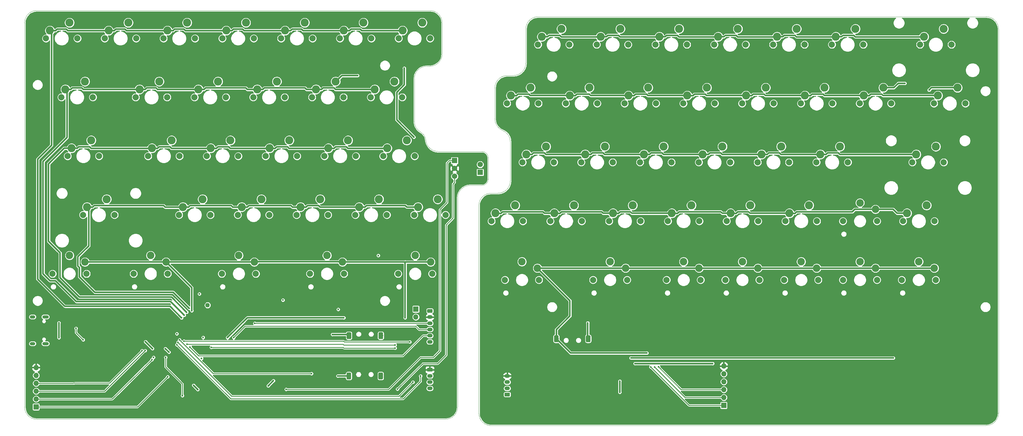
<source format=gbr>
G04 #@! TF.GenerationSoftware,KiCad,Pcbnew,(5.1.4)-1*
G04 #@! TF.CreationDate,2020-03-09T13:06:10+09:00*
G04 #@! TF.ProjectId,skc03,736b6330-332e-46b6-9963-61645f706362,03*
G04 #@! TF.SameCoordinates,PX7565b60PY115170f0*
G04 #@! TF.FileFunction,Copper,L1,Top*
G04 #@! TF.FilePolarity,Positive*
%FSLAX46Y46*%
G04 Gerber Fmt 4.6, Leading zero omitted, Abs format (unit mm)*
G04 Created by KiCad (PCBNEW (5.1.4)-1) date 2020-03-09 13:06:10*
%MOMM*%
%LPD*%
G04 APERTURE LIST*
G04 #@! TA.AperFunction,NonConductor*
%ADD10C,0.100000*%
G04 #@! TD*
G04 #@! TA.AperFunction,ComponentPad*
%ADD11C,2.600000*%
G04 #@! TD*
G04 #@! TA.AperFunction,ViaPad*
%ADD12C,2.000000*%
G04 #@! TD*
G04 #@! TA.AperFunction,ComponentPad*
%ADD13C,2.400000*%
G04 #@! TD*
G04 #@! TA.AperFunction,ComponentPad*
%ADD14O,2.100000X1.000000*%
G04 #@! TD*
G04 #@! TA.AperFunction,ComponentPad*
%ADD15O,1.800000X1.000000*%
G04 #@! TD*
G04 #@! TA.AperFunction,ComponentPad*
%ADD16O,1.700000X1.700000*%
G04 #@! TD*
G04 #@! TA.AperFunction,ComponentPad*
%ADD17R,1.700000X1.700000*%
G04 #@! TD*
G04 #@! TA.AperFunction,ComponentPad*
%ADD18C,1.450000*%
G04 #@! TD*
G04 #@! TA.AperFunction,Conductor*
%ADD19C,0.150000*%
G04 #@! TD*
G04 #@! TA.AperFunction,SMDPad,CuDef*
%ADD20C,1.500000*%
G04 #@! TD*
G04 #@! TA.AperFunction,ComponentPad*
%ADD21C,1.750000*%
G04 #@! TD*
G04 #@! TA.AperFunction,ComponentPad*
%ADD22R,1.750000X1.750000*%
G04 #@! TD*
G04 #@! TA.AperFunction,ComponentPad*
%ADD23O,1.750000X1.200000*%
G04 #@! TD*
G04 #@! TA.AperFunction,ComponentPad*
%ADD24C,1.200000*%
G04 #@! TD*
G04 #@! TA.AperFunction,ViaPad*
%ADD25C,0.600000*%
G04 #@! TD*
G04 #@! TA.AperFunction,Conductor*
%ADD26C,0.508000*%
G04 #@! TD*
G04 #@! TA.AperFunction,Conductor*
%ADD27C,0.254000*%
G04 #@! TD*
G04 APERTURE END LIST*
D10*
X160228499Y7380001D02*
X320228499Y7380001D01*
X156228499Y73830000D02*
X156228499Y78380000D01*
X9424988Y14702327D02*
X9424987Y137379276D01*
X324228499Y11380001D02*
G75*
G02X320228499Y7380001I-4000000J0D01*
G01*
X144422749Y127380726D02*
X144422749Y137379276D01*
X171417299Y135380001D02*
G75*
G02X175417299Y139380001I4000000J0D01*
G01*
X171417299Y135380001D02*
X171417299Y124380000D01*
X13424987Y141379275D02*
X140422750Y141379275D01*
X171417299Y124380000D02*
G75*
G02X167417299Y120380000I-4000000J0D01*
G01*
X320228499Y139380001D02*
G75*
G02X324228499Y135380001I0J-4000000D01*
G01*
X324228499Y11380001D02*
X324228499Y135380001D01*
X165424999Y120380001D02*
X167417299Y120380001D01*
X161425000Y116380001D02*
G75*
G02X165424999Y120380000I3999999J0D01*
G01*
X320228499Y139380001D02*
X175417299Y139380000D01*
X9424988Y137379276D02*
G75*
G02X13424987Y141379275I3999999J0D01*
G01*
X140422750Y141379275D02*
G75*
G02X144422749Y137379276I0J-3999999D01*
G01*
X137476198Y102095543D02*
G75*
G02X135423087Y105589770I1946889J3494227D01*
G01*
X161424999Y106380001D02*
X161425000Y116380001D01*
X163924999Y102671902D02*
G75*
G02X161424999Y106380001I1500000J3708099D01*
G01*
X163925000Y102671900D02*
G75*
G02X166424999Y98963802I-1500000J-3708098D01*
G01*
X166424999Y86380000D02*
X166424999Y98963802D01*
X166424999Y86380000D02*
G75*
G02X162424999Y82380000I-4000000J0D01*
G01*
X160228499Y82380000D02*
X162424999Y82380000D01*
X156228499Y78380000D02*
G75*
G02X160228499Y82380000I4000000J0D01*
G01*
X156228499Y11380001D02*
X156228499Y73830000D01*
X149424988Y80899507D02*
X149424988Y13379275D01*
X149424988Y80899506D02*
G75*
G02X153424976Y84899507I4000000J1D01*
G01*
X157294948Y84899519D02*
X153424976Y84899507D01*
X159294942Y86899517D02*
G75*
G02X157294948Y84899519I-1999999J1D01*
G01*
X159294943Y93859517D02*
X159294943Y86899518D01*
X157294943Y95859517D02*
G75*
G02X159294943Y93859517I0J-2000000D01*
G01*
X143119168Y95859515D02*
X157294942Y95859517D01*
X143119169Y95859515D02*
G75*
G02X139140013Y99451681I-1J4000000D01*
G01*
X138949998Y100325416D02*
G75*
G02X139140013Y99451681I-3789139J-1281568D01*
G01*
X137476198Y102095543D02*
G75*
G02X138949998Y100325416I-1557511J-2795381D01*
G01*
X156247761Y10987932D02*
X156228499Y11380001D01*
X156305358Y10599639D02*
X156247761Y10987932D01*
X156400738Y10218862D02*
X156305358Y10599639D01*
X156532981Y9849267D02*
X156400738Y10218862D01*
X156700814Y9494414D02*
X156532981Y9849267D01*
X156902621Y9157720D02*
X156700814Y9494414D01*
X157136458Y8842427D02*
X156902621Y9157720D01*
X157400072Y8551573D02*
X157136458Y8842427D01*
X157690926Y8287959D02*
X157400072Y8551573D01*
X158006219Y8054122D02*
X157690926Y8287959D01*
X158342913Y7852315D02*
X158006219Y8054122D01*
X158697766Y7684482D02*
X158342913Y7852315D01*
X159067361Y7552239D02*
X158697766Y7684482D01*
X159448138Y7456859D02*
X159067361Y7552239D01*
X159836431Y7399262D02*
X159448138Y7456859D01*
X160228499Y7380001D02*
X159836431Y7399262D01*
X149424988Y13379275D02*
G75*
G02X145424988Y9379275I-4000000J0D01*
G01*
X135423087Y119380727D02*
X135423087Y105589770D01*
X135423088Y119380727D02*
G75*
G02X139423087Y123380726I3999999J0D01*
G01*
X140422750Y123380727D02*
X139423087Y123380726D01*
X144422749Y127380726D02*
G75*
G02X140422750Y123380727I-3999999J0D01*
G01*
X145424988Y9379275D02*
X13424987Y9379275D01*
X9424987Y13379275D02*
X9424988Y14702327D01*
X13424987Y9379275D02*
G75*
G02X9424987Y13379275I0J4000000D01*
G01*
D11*
G04 #@! TO.P,SW39,1*
G04 #@! TO.N,ROW-R0*
X300114999Y132920001D03*
G04 #@! TO.P,SW39,2*
G04 #@! TO.N,Net-(D39-Pad1)*
X306464999Y135460001D03*
D12*
G04 #@! TD*
G04 #@! TO.N,*
G04 #@! TO.C,SW39*
X309004999Y130380001D03*
G04 #@! TO.N,*
G04 #@! TO.C,SW39*
X298844999Y130380001D03*
G04 #@! TD*
G04 #@! TO.N,*
G04 #@! TO.C,SW69*
X303924999Y54380001D03*
X292924999Y54380001D03*
D13*
G04 #@! TD*
G04 #@! TO.P,SW69,1*
G04 #@! TO.N,ROW-R4*
X303424999Y58180001D03*
G04 #@! TO.P,SW69,2*
G04 #@! TO.N,Net-(D69-Pad1)*
X298424999Y60280001D03*
G04 #@! TD*
D12*
G04 #@! TO.N,*
G04 #@! TO.C,SW66*
X227924999Y54380001D03*
X216924999Y54380001D03*
D13*
G04 #@! TD*
G04 #@! TO.P,SW66,1*
G04 #@! TO.N,ROW-R4*
X227424999Y58180001D03*
G04 #@! TO.P,SW66,2*
G04 #@! TO.N,Net-(D66-Pad1)*
X222424999Y60280001D03*
G04 #@! TD*
D12*
G04 #@! TO.N,*
G04 #@! TO.C,SW70*
X284924999Y54380001D03*
X273924999Y54380001D03*
D13*
G04 #@! TD*
G04 #@! TO.P,SW70,1*
G04 #@! TO.N,ROW-R4*
X284424999Y58180001D03*
G04 #@! TO.P,SW70,2*
G04 #@! TO.N,Net-(D70-Pad1)*
X279424999Y60280001D03*
G04 #@! TD*
D12*
G04 #@! TO.N,*
G04 #@! TO.C,SW61*
X284924999Y73380001D03*
X273924999Y73380001D03*
D13*
G04 #@! TD*
G04 #@! TO.P,SW61,1*
G04 #@! TO.N,ROW-R3*
X284424999Y77180001D03*
G04 #@! TO.P,SW61,2*
G04 #@! TO.N,Net-(D61-Pad1)*
X279424999Y79280001D03*
G04 #@! TD*
D12*
G04 #@! TO.N,*
G04 #@! TO.C,SW68*
X265924999Y54380001D03*
X254924999Y54380001D03*
D13*
G04 #@! TD*
G04 #@! TO.P,SW68,1*
G04 #@! TO.N,ROW-R4*
X265424999Y58180001D03*
G04 #@! TO.P,SW68,2*
G04 #@! TO.N,Net-(D68-Pad1)*
X260424999Y60280001D03*
G04 #@! TD*
D12*
G04 #@! TO.N,*
G04 #@! TO.C,SW67*
X246924999Y54380001D03*
X235924999Y54380001D03*
D13*
G04 #@! TD*
G04 #@! TO.P,SW67,1*
G04 #@! TO.N,ROW-R4*
X246424999Y58180001D03*
G04 #@! TO.P,SW67,2*
G04 #@! TO.N,Net-(D67-Pad1)*
X241424999Y60280001D03*
G04 #@! TD*
D12*
G04 #@! TO.N,*
G04 #@! TO.C,SW28*
X84175000Y56380000D03*
X73175000Y56380000D03*
D13*
G04 #@! TD*
G04 #@! TO.P,SW28,1*
G04 #@! TO.N,ROW-L4*
X83675000Y60180000D03*
G04 #@! TO.P,SW28,2*
G04 #@! TO.N,Net-(D28-Pad1)*
X78675000Y62280000D03*
G04 #@! TD*
D12*
G04 #@! TO.N,*
G04 #@! TO.C,SW29*
X112675000Y56380000D03*
X101675000Y56380000D03*
D13*
G04 #@! TD*
G04 #@! TO.P,SW29,1*
G04 #@! TO.N,ROW-L4*
X112175000Y60180000D03*
G04 #@! TO.P,SW29,2*
G04 #@! TO.N,Net-(D29-Pad1)*
X107175000Y62280000D03*
G04 #@! TD*
D12*
G04 #@! TO.N,*
G04 #@! TO.C,SW27*
X55675000Y56380000D03*
X44675000Y56380000D03*
D13*
G04 #@! TD*
G04 #@! TO.P,SW27,1*
G04 #@! TO.N,ROW-L4*
X55175000Y60180000D03*
G04 #@! TO.P,SW27,2*
G04 #@! TO.N,Net-(D27-Pad1)*
X50175000Y62280000D03*
G04 #@! TD*
D12*
G04 #@! TO.N,*
G04 #@! TO.C,SW65*
X204174999Y54380001D03*
X193174999Y54380001D03*
D13*
G04 #@! TD*
G04 #@! TO.P,SW65,1*
G04 #@! TO.N,ROW-R4*
X203674999Y58180001D03*
G04 #@! TO.P,SW65,2*
G04 #@! TO.N,Net-(D65-Pad1)*
X198674999Y60280001D03*
G04 #@! TD*
D12*
G04 #@! TO.N,*
G04 #@! TO.C,SW64*
X175674999Y54380001D03*
X164674999Y54380001D03*
D13*
G04 #@! TD*
G04 #@! TO.P,SW64,1*
G04 #@! TO.N,ROW-R4*
X175174999Y58180001D03*
G04 #@! TO.P,SW64,2*
G04 #@! TO.N,Net-(D64-Pad1)*
X170174999Y60280001D03*
G04 #@! TD*
D12*
G04 #@! TO.N,*
G04 #@! TO.C,SW30*
X141175000Y56380000D03*
X130175000Y56380000D03*
D13*
G04 #@! TD*
G04 #@! TO.P,SW30,1*
G04 #@! TO.N,ROW-L4*
X140675000Y60180000D03*
G04 #@! TO.P,SW30,2*
G04 #@! TO.N,Net-(D30-Pad1)*
X135675000Y62280000D03*
G04 #@! TD*
D12*
G04 #@! TO.N,*
G04 #@! TO.C,SW26*
X29456960Y56380000D03*
X18456960Y56380000D03*
D13*
G04 #@! TD*
G04 #@! TO.P,SW26,1*
G04 #@! TO.N,ROW-L4*
X28956960Y60180000D03*
G04 #@! TO.P,SW26,2*
G04 #@! TO.N,Net-(D26-Pad1)*
X23956960Y62280000D03*
G04 #@! TD*
D11*
G04 #@! TO.P,SW20,1*
G04 #@! TO.N,ROW-L3*
X29615000Y77920000D03*
G04 #@! TO.P,SW20,2*
G04 #@! TO.N,Net-(D20-Pad1)*
X35965000Y80460000D03*
D12*
G04 #@! TD*
G04 #@! TO.N,*
G04 #@! TO.C,SW20*
X38505000Y75380000D03*
G04 #@! TO.N,*
G04 #@! TO.C,SW20*
X28345000Y75380000D03*
G04 #@! TD*
D11*
G04 #@! TO.P,SW54,1*
G04 #@! TO.N,ROW-R2*
X297614999Y94920001D03*
G04 #@! TO.P,SW54,2*
G04 #@! TO.N,Net-(D54-Pad1)*
X303964999Y97460001D03*
D12*
G04 #@! TD*
G04 #@! TO.N,*
G04 #@! TO.C,SW54*
X306504999Y92380001D03*
G04 #@! TO.N,*
G04 #@! TO.C,SW54*
X296344999Y92380001D03*
G04 #@! TD*
D11*
G04 #@! TO.P,SW14,1*
G04 #@! TO.N,ROW-L2*
X24615000Y96920000D03*
G04 #@! TO.P,SW14,2*
G04 #@! TO.N,Net-(D14-Pad1)*
X30965000Y99460000D03*
D12*
G04 #@! TD*
G04 #@! TO.N,*
G04 #@! TO.C,SW14*
X33505000Y94380000D03*
G04 #@! TO.N,*
G04 #@! TO.C,SW14*
X23345000Y94380000D03*
G04 #@! TD*
D11*
G04 #@! TO.P,SW47,1*
G04 #@! TO.N,ROW-R1*
X304614999Y113920001D03*
G04 #@! TO.P,SW47,2*
G04 #@! TO.N,Net-(D47-Pad1)*
X310964999Y116460001D03*
D12*
G04 #@! TD*
G04 #@! TO.N,*
G04 #@! TO.C,SW47*
X313504999Y111380001D03*
G04 #@! TO.N,*
G04 #@! TO.C,SW47*
X303344999Y111380001D03*
G04 #@! TD*
D11*
G04 #@! TO.P,SW8,1*
G04 #@! TO.N,ROW-L1*
X22615000Y115920000D03*
G04 #@! TO.P,SW8,2*
G04 #@! TO.N,Net-(D8-Pad1)*
X28965000Y118460000D03*
D12*
G04 #@! TD*
G04 #@! TO.N,*
G04 #@! TO.C,SW8*
X31505000Y113380000D03*
G04 #@! TO.N,*
G04 #@! TO.C,SW8*
X21345000Y113380000D03*
G04 #@! TD*
D11*
G04 #@! TO.P,SW3,1*
G04 #@! TO.N,ROW-L0*
X55615000Y134920000D03*
G04 #@! TO.P,SW3,2*
G04 #@! TO.N,Net-(D3-Pad1)*
X61965000Y137460000D03*
D12*
G04 #@! TD*
G04 #@! TO.N,*
G04 #@! TO.C,SW3*
X64505000Y132380000D03*
G04 #@! TO.N,*
G04 #@! TO.C,SW3*
X54345000Y132380000D03*
G04 #@! TD*
D11*
G04 #@! TO.P,SW19,1*
G04 #@! TO.N,ROW-L2*
X126615000Y96920000D03*
G04 #@! TO.P,SW19,2*
G04 #@! TO.N,Net-(D19-Pad1)*
X132965000Y99460000D03*
D12*
G04 #@! TD*
G04 #@! TO.N,*
G04 #@! TO.C,SW19*
X135505000Y94380000D03*
G04 #@! TO.N,*
G04 #@! TO.C,SW19*
X125345000Y94380000D03*
G04 #@! TD*
D11*
G04 #@! TO.P,SW6,1*
G04 #@! TO.N,ROW-L0*
X112615000Y134920000D03*
G04 #@! TO.P,SW6,2*
G04 #@! TO.N,Net-(D6-Pad1)*
X118965000Y137460000D03*
D12*
G04 #@! TD*
G04 #@! TO.N,*
G04 #@! TO.C,SW6*
X121505000Y132380000D03*
G04 #@! TO.N,*
G04 #@! TO.C,SW6*
X111345000Y132380000D03*
G04 #@! TD*
D11*
G04 #@! TO.P,SW24,1*
G04 #@! TO.N,ROW-L3*
X117615000Y77920000D03*
G04 #@! TO.P,SW24,2*
G04 #@! TO.N,Net-(D24-Pad1)*
X123965000Y80460000D03*
D12*
G04 #@! TD*
G04 #@! TO.N,*
G04 #@! TO.C,SW24*
X126505000Y75380000D03*
G04 #@! TO.N,*
G04 #@! TO.C,SW24*
X116345000Y75380000D03*
G04 #@! TD*
D11*
G04 #@! TO.P,SW44,1*
G04 #@! TO.N,ROW-R1*
X242614999Y113920001D03*
G04 #@! TO.P,SW44,2*
G04 #@! TO.N,Net-(D44-Pad1)*
X248964999Y116460001D03*
D12*
G04 #@! TD*
G04 #@! TO.N,*
G04 #@! TO.C,SW44*
X251504999Y111380001D03*
G04 #@! TO.N,*
G04 #@! TO.C,SW44*
X241344999Y111380001D03*
G04 #@! TD*
D11*
G04 #@! TO.P,SW62,1*
G04 #@! TO.N,ROW-R3*
X294614999Y75920001D03*
G04 #@! TO.P,SW62,2*
G04 #@! TO.N,Net-(D62-Pad1)*
X300964999Y78460001D03*
D12*
G04 #@! TD*
G04 #@! TO.N,*
G04 #@! TO.C,SW62*
X303504999Y73380001D03*
G04 #@! TO.N,*
G04 #@! TO.C,SW62*
X293344999Y73380001D03*
G04 #@! TD*
D11*
G04 #@! TO.P,SW60,1*
G04 #@! TO.N,ROW-R3*
X256614999Y75920001D03*
G04 #@! TO.P,SW60,2*
G04 #@! TO.N,Net-(D60-Pad1)*
X262964999Y78460001D03*
D12*
G04 #@! TD*
G04 #@! TO.N,*
G04 #@! TO.C,SW60*
X265504999Y73380001D03*
G04 #@! TO.N,*
G04 #@! TO.C,SW60*
X255344999Y73380001D03*
G04 #@! TD*
D11*
G04 #@! TO.P,SW25,1*
G04 #@! TO.N,ROW-L3*
X136615000Y77920000D03*
G04 #@! TO.P,SW25,2*
G04 #@! TO.N,Net-(D25-Pad1)*
X142965000Y80460000D03*
D12*
G04 #@! TD*
G04 #@! TO.N,*
G04 #@! TO.C,SW25*
X145505000Y75380000D03*
G04 #@! TO.N,*
G04 #@! TO.C,SW25*
X135345000Y75380000D03*
G04 #@! TD*
D11*
G04 #@! TO.P,SW38,1*
G04 #@! TO.N,ROW-R0*
X271614999Y132920001D03*
G04 #@! TO.P,SW38,2*
G04 #@! TO.N,Net-(D38-Pad1)*
X277964999Y135460001D03*
D12*
G04 #@! TD*
G04 #@! TO.N,*
G04 #@! TO.C,SW38*
X280504999Y130380001D03*
G04 #@! TO.N,*
G04 #@! TO.C,SW38*
X270344999Y130380001D03*
G04 #@! TD*
D11*
G04 #@! TO.P,SW59,1*
G04 #@! TO.N,ROW-R3*
X237614999Y75920001D03*
G04 #@! TO.P,SW59,2*
G04 #@! TO.N,Net-(D59-Pad1)*
X243964999Y78460001D03*
D12*
G04 #@! TD*
G04 #@! TO.N,*
G04 #@! TO.C,SW59*
X246504999Y73380001D03*
G04 #@! TO.N,*
G04 #@! TO.C,SW59*
X236344999Y73380001D03*
G04 #@! TD*
D11*
G04 #@! TO.P,SW58,1*
G04 #@! TO.N,ROW-R3*
X218614999Y75920001D03*
G04 #@! TO.P,SW58,2*
G04 #@! TO.N,Net-(D58-Pad1)*
X224964999Y78460001D03*
D12*
G04 #@! TD*
G04 #@! TO.N,*
G04 #@! TO.C,SW58*
X227504999Y73380001D03*
G04 #@! TO.N,*
G04 #@! TO.C,SW58*
X217344999Y73380001D03*
G04 #@! TD*
D11*
G04 #@! TO.P,SW57,1*
G04 #@! TO.N,ROW-R3*
X199614999Y75920001D03*
G04 #@! TO.P,SW57,2*
G04 #@! TO.N,Net-(D57-Pad1)*
X205964999Y78460001D03*
D12*
G04 #@! TD*
G04 #@! TO.N,*
G04 #@! TO.C,SW57*
X208504999Y73380001D03*
G04 #@! TO.N,*
G04 #@! TO.C,SW57*
X198344999Y73380001D03*
G04 #@! TD*
D11*
G04 #@! TO.P,SW56,1*
G04 #@! TO.N,ROW-R3*
X180614999Y75920001D03*
G04 #@! TO.P,SW56,2*
G04 #@! TO.N,Net-(D56-Pad1)*
X186964999Y78460001D03*
D12*
G04 #@! TD*
G04 #@! TO.N,*
G04 #@! TO.C,SW56*
X189504999Y73380001D03*
G04 #@! TO.N,*
G04 #@! TO.C,SW56*
X179344999Y73380001D03*
G04 #@! TD*
D11*
G04 #@! TO.P,SW55,1*
G04 #@! TO.N,ROW-R3*
X161614999Y75920001D03*
G04 #@! TO.P,SW55,2*
G04 #@! TO.N,Net-(D55-Pad1)*
X167964999Y78460001D03*
D12*
G04 #@! TD*
G04 #@! TO.N,*
G04 #@! TO.C,SW55*
X170504999Y73380001D03*
G04 #@! TO.N,*
G04 #@! TO.C,SW55*
X160344999Y73380001D03*
G04 #@! TD*
D11*
G04 #@! TO.P,SW53,1*
G04 #@! TO.N,ROW-R2*
X266614999Y94920001D03*
G04 #@! TO.P,SW53,2*
G04 #@! TO.N,Net-(D53-Pad1)*
X272964999Y97460001D03*
D12*
G04 #@! TD*
G04 #@! TO.N,*
G04 #@! TO.C,SW53*
X275504999Y92380001D03*
G04 #@! TO.N,*
G04 #@! TO.C,SW53*
X265344999Y92380001D03*
G04 #@! TD*
D11*
G04 #@! TO.P,SW52,1*
G04 #@! TO.N,ROW-R2*
X247614999Y94920001D03*
G04 #@! TO.P,SW52,2*
G04 #@! TO.N,Net-(D52-Pad1)*
X253964999Y97460001D03*
D12*
G04 #@! TD*
G04 #@! TO.N,*
G04 #@! TO.C,SW52*
X256504999Y92380001D03*
G04 #@! TO.N,*
G04 #@! TO.C,SW52*
X246344999Y92380001D03*
G04 #@! TD*
D11*
G04 #@! TO.P,SW51,1*
G04 #@! TO.N,ROW-R2*
X228614999Y94920001D03*
G04 #@! TO.P,SW51,2*
G04 #@! TO.N,Net-(D51-Pad1)*
X234964999Y97460001D03*
D12*
G04 #@! TD*
G04 #@! TO.N,*
G04 #@! TO.C,SW51*
X237504999Y92380001D03*
G04 #@! TO.N,*
G04 #@! TO.C,SW51*
X227344999Y92380001D03*
G04 #@! TD*
D11*
G04 #@! TO.P,SW50,1*
G04 #@! TO.N,ROW-R2*
X209614999Y94920001D03*
G04 #@! TO.P,SW50,2*
G04 #@! TO.N,Net-(D50-Pad1)*
X215964999Y97460001D03*
D12*
G04 #@! TD*
G04 #@! TO.N,*
G04 #@! TO.C,SW50*
X218504999Y92380001D03*
G04 #@! TO.N,*
G04 #@! TO.C,SW50*
X208344999Y92380001D03*
G04 #@! TD*
D11*
G04 #@! TO.P,SW49,1*
G04 #@! TO.N,ROW-R2*
X190614999Y94920001D03*
G04 #@! TO.P,SW49,2*
G04 #@! TO.N,Net-(D49-Pad1)*
X196964999Y97460001D03*
D12*
G04 #@! TD*
G04 #@! TO.N,*
G04 #@! TO.C,SW49*
X199504999Y92380001D03*
G04 #@! TO.N,*
G04 #@! TO.C,SW49*
X189344999Y92380001D03*
G04 #@! TD*
D11*
G04 #@! TO.P,SW48,1*
G04 #@! TO.N,ROW-R2*
X171614999Y94920001D03*
G04 #@! TO.P,SW48,2*
G04 #@! TO.N,Net-(D48-Pad1)*
X177964999Y97460001D03*
D12*
G04 #@! TD*
G04 #@! TO.N,*
G04 #@! TO.C,SW48*
X180504999Y92380001D03*
G04 #@! TO.N,*
G04 #@! TO.C,SW48*
X170344999Y92380001D03*
G04 #@! TD*
D11*
G04 #@! TO.P,SW46,1*
G04 #@! TO.N,ROW-R1*
X280614999Y113920001D03*
G04 #@! TO.P,SW46,2*
G04 #@! TO.N,Net-(D46-Pad1)*
X286964999Y116460001D03*
D12*
G04 #@! TD*
G04 #@! TO.N,*
G04 #@! TO.C,SW46*
X289504999Y111380001D03*
G04 #@! TO.N,*
G04 #@! TO.C,SW46*
X279344999Y111380001D03*
G04 #@! TD*
D11*
G04 #@! TO.P,SW45,1*
G04 #@! TO.N,ROW-R1*
X261614999Y113920001D03*
G04 #@! TO.P,SW45,2*
G04 #@! TO.N,Net-(D45-Pad1)*
X267964999Y116460001D03*
D12*
G04 #@! TD*
G04 #@! TO.N,*
G04 #@! TO.C,SW45*
X270504999Y111380001D03*
G04 #@! TO.N,*
G04 #@! TO.C,SW45*
X260344999Y111380001D03*
G04 #@! TD*
D11*
G04 #@! TO.P,SW43,1*
G04 #@! TO.N,ROW-R1*
X223614999Y113920001D03*
G04 #@! TO.P,SW43,2*
G04 #@! TO.N,Net-(D43-Pad1)*
X229964999Y116460001D03*
D12*
G04 #@! TD*
G04 #@! TO.N,*
G04 #@! TO.C,SW43*
X232504999Y111380001D03*
G04 #@! TO.N,*
G04 #@! TO.C,SW43*
X222344999Y111380001D03*
G04 #@! TD*
D11*
G04 #@! TO.P,SW42,1*
G04 #@! TO.N,ROW-R1*
X204614999Y113920001D03*
G04 #@! TO.P,SW42,2*
G04 #@! TO.N,Net-(D42-Pad1)*
X210964999Y116460001D03*
D12*
G04 #@! TD*
G04 #@! TO.N,*
G04 #@! TO.C,SW42*
X213504999Y111380001D03*
G04 #@! TO.N,*
G04 #@! TO.C,SW42*
X203344999Y111380001D03*
G04 #@! TD*
D11*
G04 #@! TO.P,SW41,1*
G04 #@! TO.N,ROW-R1*
X185614999Y113920001D03*
G04 #@! TO.P,SW41,2*
G04 #@! TO.N,Net-(D41-Pad1)*
X191964999Y116460001D03*
D12*
G04 #@! TD*
G04 #@! TO.N,*
G04 #@! TO.C,SW41*
X194504999Y111380001D03*
G04 #@! TO.N,*
G04 #@! TO.C,SW41*
X184344999Y111380001D03*
G04 #@! TD*
D11*
G04 #@! TO.P,SW40,1*
G04 #@! TO.N,ROW-R1*
X166614999Y113920001D03*
G04 #@! TO.P,SW40,2*
G04 #@! TO.N,Net-(D40-Pad1)*
X172964999Y116460001D03*
D12*
G04 #@! TD*
G04 #@! TO.N,*
G04 #@! TO.C,SW40*
X175504999Y111380001D03*
G04 #@! TO.N,*
G04 #@! TO.C,SW40*
X165344999Y111380001D03*
G04 #@! TD*
D11*
G04 #@! TO.P,SW37,1*
G04 #@! TO.N,ROW-R0*
X252614999Y132920001D03*
G04 #@! TO.P,SW37,2*
G04 #@! TO.N,Net-(D37-Pad1)*
X258964999Y135460001D03*
D12*
G04 #@! TD*
G04 #@! TO.N,*
G04 #@! TO.C,SW37*
X261504999Y130380001D03*
G04 #@! TO.N,*
G04 #@! TO.C,SW37*
X251344999Y130380001D03*
G04 #@! TD*
D11*
G04 #@! TO.P,SW36,1*
G04 #@! TO.N,ROW-R0*
X233614999Y132920001D03*
G04 #@! TO.P,SW36,2*
G04 #@! TO.N,Net-(D36-Pad1)*
X239964999Y135460001D03*
D12*
G04 #@! TD*
G04 #@! TO.N,*
G04 #@! TO.C,SW36*
X242504999Y130380001D03*
G04 #@! TO.N,*
G04 #@! TO.C,SW36*
X232344999Y130380001D03*
G04 #@! TD*
D11*
G04 #@! TO.P,SW35,1*
G04 #@! TO.N,ROW-R0*
X214614999Y132920001D03*
G04 #@! TO.P,SW35,2*
G04 #@! TO.N,Net-(D35-Pad1)*
X220964999Y135460001D03*
D12*
G04 #@! TD*
G04 #@! TO.N,*
G04 #@! TO.C,SW35*
X223504999Y130380001D03*
G04 #@! TO.N,*
G04 #@! TO.C,SW35*
X213344999Y130380001D03*
G04 #@! TD*
D11*
G04 #@! TO.P,SW34,1*
G04 #@! TO.N,ROW-R0*
X195614999Y132920001D03*
G04 #@! TO.P,SW34,2*
G04 #@! TO.N,Net-(D34-Pad1)*
X201964999Y135460001D03*
D12*
G04 #@! TD*
G04 #@! TO.N,*
G04 #@! TO.C,SW34*
X204504999Y130380001D03*
G04 #@! TO.N,*
G04 #@! TO.C,SW34*
X194344999Y130380001D03*
G04 #@! TD*
D11*
G04 #@! TO.P,SW33,1*
G04 #@! TO.N,ROW-R0*
X176614999Y132920001D03*
G04 #@! TO.P,SW33,2*
G04 #@! TO.N,Net-(D33-Pad1)*
X182964999Y135460001D03*
D12*
G04 #@! TD*
G04 #@! TO.N,*
G04 #@! TO.C,SW33*
X185504999Y130380001D03*
G04 #@! TO.N,*
G04 #@! TO.C,SW33*
X175344999Y130380001D03*
G04 #@! TD*
D11*
G04 #@! TO.P,SW23,1*
G04 #@! TO.N,ROW-L3*
X98615000Y77920000D03*
G04 #@! TO.P,SW23,2*
G04 #@! TO.N,Net-(D23-Pad1)*
X104965000Y80460000D03*
D12*
G04 #@! TD*
G04 #@! TO.N,*
G04 #@! TO.C,SW23*
X107505000Y75380000D03*
G04 #@! TO.N,*
G04 #@! TO.C,SW23*
X97345000Y75380000D03*
G04 #@! TD*
D11*
G04 #@! TO.P,SW22,1*
G04 #@! TO.N,ROW-L3*
X79615000Y77920000D03*
G04 #@! TO.P,SW22,2*
G04 #@! TO.N,Net-(D22-Pad1)*
X85965000Y80460000D03*
D12*
G04 #@! TD*
G04 #@! TO.N,*
G04 #@! TO.C,SW22*
X88505000Y75380000D03*
G04 #@! TO.N,*
G04 #@! TO.C,SW22*
X78345000Y75380000D03*
G04 #@! TD*
D11*
G04 #@! TO.P,SW21,1*
G04 #@! TO.N,ROW-L3*
X60615000Y77920000D03*
G04 #@! TO.P,SW21,2*
G04 #@! TO.N,Net-(D21-Pad1)*
X66965000Y80460000D03*
D12*
G04 #@! TD*
G04 #@! TO.N,*
G04 #@! TO.C,SW21*
X69505000Y75380000D03*
G04 #@! TO.N,*
G04 #@! TO.C,SW21*
X59345000Y75380000D03*
G04 #@! TD*
D11*
G04 #@! TO.P,SW18,1*
G04 #@! TO.N,ROW-L2*
X107615000Y96920000D03*
G04 #@! TO.P,SW18,2*
G04 #@! TO.N,Net-(D18-Pad1)*
X113965000Y99460000D03*
D12*
G04 #@! TD*
G04 #@! TO.N,*
G04 #@! TO.C,SW18*
X116505000Y94380000D03*
G04 #@! TO.N,*
G04 #@! TO.C,SW18*
X106345000Y94380000D03*
G04 #@! TD*
D11*
G04 #@! TO.P,SW17,1*
G04 #@! TO.N,ROW-L2*
X88615000Y96920000D03*
G04 #@! TO.P,SW17,2*
G04 #@! TO.N,Net-(D17-Pad1)*
X94965000Y99460000D03*
D12*
G04 #@! TD*
G04 #@! TO.N,*
G04 #@! TO.C,SW17*
X97505000Y94380000D03*
G04 #@! TO.N,*
G04 #@! TO.C,SW17*
X87345000Y94380000D03*
G04 #@! TD*
D11*
G04 #@! TO.P,SW16,1*
G04 #@! TO.N,ROW-L2*
X69615000Y96920000D03*
G04 #@! TO.P,SW16,2*
G04 #@! TO.N,Net-(D16-Pad1)*
X75965000Y99460000D03*
D12*
G04 #@! TD*
G04 #@! TO.N,*
G04 #@! TO.C,SW16*
X78505000Y94380000D03*
G04 #@! TO.N,*
G04 #@! TO.C,SW16*
X68345000Y94380000D03*
G04 #@! TD*
D11*
G04 #@! TO.P,SW15,1*
G04 #@! TO.N,ROW-L2*
X50615000Y96920000D03*
G04 #@! TO.P,SW15,2*
G04 #@! TO.N,Net-(D15-Pad1)*
X56965000Y99460000D03*
D12*
G04 #@! TD*
G04 #@! TO.N,*
G04 #@! TO.C,SW15*
X59505000Y94380000D03*
G04 #@! TO.N,*
G04 #@! TO.C,SW15*
X49345000Y94380000D03*
G04 #@! TD*
D11*
G04 #@! TO.P,SW13,1*
G04 #@! TO.N,ROW-L1*
X122615000Y115920000D03*
G04 #@! TO.P,SW13,2*
G04 #@! TO.N,Net-(D13-Pad1)*
X128965000Y118460000D03*
D12*
G04 #@! TD*
G04 #@! TO.N,*
G04 #@! TO.C,SW13*
X131505000Y113380000D03*
G04 #@! TO.N,*
G04 #@! TO.C,SW13*
X121345000Y113380000D03*
G04 #@! TD*
D11*
G04 #@! TO.P,SW12,1*
G04 #@! TO.N,ROW-L1*
X103615000Y115920000D03*
G04 #@! TO.P,SW12,2*
G04 #@! TO.N,Net-(D12-Pad1)*
X109965000Y118460000D03*
D12*
G04 #@! TD*
G04 #@! TO.N,*
G04 #@! TO.C,SW12*
X112505000Y113380000D03*
G04 #@! TO.N,*
G04 #@! TO.C,SW12*
X102345000Y113380000D03*
G04 #@! TD*
D11*
G04 #@! TO.P,SW11,1*
G04 #@! TO.N,ROW-L1*
X84615000Y115920000D03*
G04 #@! TO.P,SW11,2*
G04 #@! TO.N,Net-(D11-Pad1)*
X90965000Y118460000D03*
D12*
G04 #@! TD*
G04 #@! TO.N,*
G04 #@! TO.C,SW11*
X93505000Y113380000D03*
G04 #@! TO.N,*
G04 #@! TO.C,SW11*
X83345000Y113380000D03*
G04 #@! TD*
D11*
G04 #@! TO.P,SW10,1*
G04 #@! TO.N,ROW-L1*
X65615000Y115920000D03*
G04 #@! TO.P,SW10,2*
G04 #@! TO.N,Net-(D10-Pad1)*
X71965000Y118460000D03*
D12*
G04 #@! TD*
G04 #@! TO.N,*
G04 #@! TO.C,SW10*
X74505000Y113380000D03*
G04 #@! TO.N,*
G04 #@! TO.C,SW10*
X64345000Y113380000D03*
G04 #@! TD*
D11*
G04 #@! TO.P,SW9,1*
G04 #@! TO.N,ROW-L1*
X46615000Y115920000D03*
G04 #@! TO.P,SW9,2*
G04 #@! TO.N,Net-(D9-Pad1)*
X52965000Y118460000D03*
D12*
G04 #@! TD*
G04 #@! TO.N,*
G04 #@! TO.C,SW9*
X55505000Y113380000D03*
G04 #@! TO.N,*
G04 #@! TO.C,SW9*
X45345000Y113380000D03*
G04 #@! TD*
D11*
G04 #@! TO.P,SW7,1*
G04 #@! TO.N,ROW-L0*
X131615000Y134920000D03*
G04 #@! TO.P,SW7,2*
G04 #@! TO.N,Net-(D7-Pad1)*
X137965000Y137460000D03*
D12*
G04 #@! TD*
G04 #@! TO.N,*
G04 #@! TO.C,SW7*
X140505000Y132380000D03*
G04 #@! TO.N,*
G04 #@! TO.C,SW7*
X130345000Y132380000D03*
G04 #@! TD*
D11*
G04 #@! TO.P,SW5,1*
G04 #@! TO.N,ROW-L0*
X93615000Y134920000D03*
G04 #@! TO.P,SW5,2*
G04 #@! TO.N,Net-(D5-Pad1)*
X99965000Y137460000D03*
D12*
G04 #@! TD*
G04 #@! TO.N,*
G04 #@! TO.C,SW5*
X102505000Y132380000D03*
G04 #@! TO.N,*
G04 #@! TO.C,SW5*
X92345000Y132380000D03*
G04 #@! TD*
D11*
G04 #@! TO.P,SW4,1*
G04 #@! TO.N,ROW-L0*
X74615000Y134920000D03*
G04 #@! TO.P,SW4,2*
G04 #@! TO.N,Net-(D4-Pad1)*
X80965000Y137460000D03*
D12*
G04 #@! TD*
G04 #@! TO.N,*
G04 #@! TO.C,SW4*
X83505000Y132380000D03*
G04 #@! TO.N,*
G04 #@! TO.C,SW4*
X73345000Y132380000D03*
G04 #@! TD*
D11*
G04 #@! TO.P,SW2,1*
G04 #@! TO.N,ROW-L0*
X36615000Y134920000D03*
G04 #@! TO.P,SW2,2*
G04 #@! TO.N,Net-(D2-Pad1)*
X42965000Y137460000D03*
D12*
G04 #@! TD*
G04 #@! TO.N,*
G04 #@! TO.C,SW2*
X45505000Y132380000D03*
G04 #@! TO.N,*
G04 #@! TO.C,SW2*
X35345000Y132380000D03*
G04 #@! TD*
D11*
G04 #@! TO.P,SW1,1*
G04 #@! TO.N,ROW-L0*
X17615000Y134920000D03*
G04 #@! TO.P,SW1,2*
G04 #@! TO.N,Net-(D1-Pad1)*
X23965000Y137460000D03*
D12*
G04 #@! TD*
G04 #@! TO.N,*
G04 #@! TO.C,SW1*
X26505000Y132380000D03*
G04 #@! TO.N,*
G04 #@! TO.C,SW1*
X16345000Y132380000D03*
G04 #@! TD*
D14*
G04 #@! TO.P,J5,S3*
G04 #@! TO.N,GND*
X16200000Y33810000D03*
G04 #@! TO.P,J5,S4*
X16200000Y42450000D03*
D15*
G04 #@! TO.P,J5,S1*
X12020000Y33810000D03*
G04 #@! TO.P,J5,S2*
X12020000Y42450000D03*
G04 #@! TD*
D16*
G04 #@! TO.P,J7,2*
G04 #@! TO.N,/MOSI*
X135890000Y42418000D03*
D17*
G04 #@! TO.P,J7,1*
G04 #@! TO.N,RESET*
X135890000Y44958000D03*
G04 #@! TD*
D18*
G04 #@! TO.P,HWB1,1*
G04 #@! TO.N,COL-L3*
X68580000Y46228000D03*
G04 #@! TD*
D16*
G04 #@! TO.P,J4,6*
G04 #@! TO.N,+5V*
X235424999Y26580001D03*
G04 #@! TO.P,J4,5*
G04 #@! TO.N,GND*
X235424999Y24040001D03*
G04 #@! TO.P,J4,4*
X235424999Y21500001D03*
G04 #@! TO.P,J4,3*
G04 #@! TO.N,Net-(J4-Pad3)*
X235424999Y18960001D03*
G04 #@! TO.P,J4,2*
G04 #@! TO.N,Net-(J4-Pad2)*
X235424999Y16420001D03*
D17*
G04 #@! TO.P,J4,1*
G04 #@! TO.N,Net-(J4-Pad1)*
X235424999Y13880001D03*
G04 #@! TD*
D16*
G04 #@! TO.P,J1,6*
G04 #@! TO.N,+5V*
X13174999Y26080001D03*
G04 #@! TO.P,J1,5*
G04 #@! TO.N,GND*
X13174999Y23540001D03*
G04 #@! TO.P,J1,4*
G04 #@! TO.N,Net-(J1-Pad4)*
X13174999Y21000001D03*
G04 #@! TO.P,J1,3*
G04 #@! TO.N,Net-(J1-Pad3)*
X13174999Y18460001D03*
G04 #@! TO.P,J1,2*
G04 #@! TO.N,Net-(J1-Pad2)*
X13174999Y15920001D03*
D17*
G04 #@! TO.P,J1,1*
G04 #@! TO.N,Net-(J1-Pad1)*
X13174999Y13380001D03*
G04 #@! TD*
D19*
G04 #@! TO.N,ROW-L4*
G04 #@! TO.C,SW31*
G36*
X124936754Y24478195D02*
G01*
X124973157Y24472795D01*
X125008855Y24463854D01*
X125043504Y24451456D01*
X125076772Y24435721D01*
X125108337Y24416802D01*
X125137895Y24394880D01*
X125165163Y24370166D01*
X125189877Y24342898D01*
X125211799Y24313340D01*
X125230718Y24281775D01*
X125246453Y24248507D01*
X125258851Y24213858D01*
X125267792Y24178160D01*
X125273192Y24141757D01*
X125274998Y24105001D01*
X125274998Y22655001D01*
X125273192Y22618245D01*
X125267792Y22581842D01*
X125258851Y22546144D01*
X125246453Y22511495D01*
X125230718Y22478227D01*
X125211799Y22446662D01*
X125189877Y22417104D01*
X125165163Y22389836D01*
X125137895Y22365122D01*
X125108337Y22343200D01*
X125076772Y22324281D01*
X125043504Y22308546D01*
X125008855Y22296148D01*
X124973157Y22287207D01*
X124936754Y22281807D01*
X124899998Y22280001D01*
X124149998Y22280001D01*
X124113242Y22281807D01*
X124076839Y22287207D01*
X124041141Y22296148D01*
X124006492Y22308546D01*
X123973224Y22324281D01*
X123941659Y22343200D01*
X123912101Y22365122D01*
X123884833Y22389836D01*
X123860119Y22417104D01*
X123838197Y22446662D01*
X123819278Y22478227D01*
X123803543Y22511495D01*
X123791145Y22546144D01*
X123782204Y22581842D01*
X123776804Y22618245D01*
X123774998Y22655001D01*
X123774998Y24105001D01*
X123776804Y24141757D01*
X123782204Y24178160D01*
X123791145Y24213858D01*
X123803543Y24248507D01*
X123819278Y24281775D01*
X123838197Y24313340D01*
X123860119Y24342898D01*
X123884833Y24370166D01*
X123912101Y24394880D01*
X123941659Y24416802D01*
X123973224Y24435721D01*
X124006492Y24451456D01*
X124041141Y24463854D01*
X124076839Y24472795D01*
X124113242Y24478195D01*
X124149998Y24480001D01*
X124899998Y24480001D01*
X124936754Y24478195D01*
X124936754Y24478195D01*
G37*
D20*
G04 #@! TD*
G04 #@! TO.P,SW31,1*
G04 #@! TO.N,ROW-L4*
X124524998Y23380001D03*
D19*
G04 #@! TO.N,Net-(D31-Pad1)*
G04 #@! TO.C,SW31*
G36*
X114636754Y24478195D02*
G01*
X114673157Y24472795D01*
X114708855Y24463854D01*
X114743504Y24451456D01*
X114776772Y24435721D01*
X114808337Y24416802D01*
X114837895Y24394880D01*
X114865163Y24370166D01*
X114889877Y24342898D01*
X114911799Y24313340D01*
X114930718Y24281775D01*
X114946453Y24248507D01*
X114958851Y24213858D01*
X114967792Y24178160D01*
X114973192Y24141757D01*
X114974998Y24105001D01*
X114974998Y22655001D01*
X114973192Y22618245D01*
X114967792Y22581842D01*
X114958851Y22546144D01*
X114946453Y22511495D01*
X114930718Y22478227D01*
X114911799Y22446662D01*
X114889877Y22417104D01*
X114865163Y22389836D01*
X114837895Y22365122D01*
X114808337Y22343200D01*
X114776772Y22324281D01*
X114743504Y22308546D01*
X114708855Y22296148D01*
X114673157Y22287207D01*
X114636754Y22281807D01*
X114599998Y22280001D01*
X113849998Y22280001D01*
X113813242Y22281807D01*
X113776839Y22287207D01*
X113741141Y22296148D01*
X113706492Y22308546D01*
X113673224Y22324281D01*
X113641659Y22343200D01*
X113612101Y22365122D01*
X113584833Y22389836D01*
X113560119Y22417104D01*
X113538197Y22446662D01*
X113519278Y22478227D01*
X113503543Y22511495D01*
X113491145Y22546144D01*
X113482204Y22581842D01*
X113476804Y22618245D01*
X113474998Y22655001D01*
X113474998Y24105001D01*
X113476804Y24141757D01*
X113482204Y24178160D01*
X113491145Y24213858D01*
X113503543Y24248507D01*
X113519278Y24281775D01*
X113538197Y24313340D01*
X113560119Y24342898D01*
X113584833Y24370166D01*
X113612101Y24394880D01*
X113641659Y24416802D01*
X113673224Y24435721D01*
X113706492Y24451456D01*
X113741141Y24463854D01*
X113776839Y24472795D01*
X113813242Y24478195D01*
X113849998Y24480001D01*
X114599998Y24480001D01*
X114636754Y24478195D01*
X114636754Y24478195D01*
G37*
D20*
G04 #@! TD*
G04 #@! TO.P,SW31,2*
G04 #@! TO.N,Net-(D31-Pad1)*
X114224998Y23380001D03*
D19*
G04 #@! TO.N,ROW-L4*
G04 #@! TO.C,SW32*
G36*
X124986756Y37478194D02*
G01*
X125023159Y37472794D01*
X125058857Y37463853D01*
X125093506Y37451455D01*
X125126774Y37435720D01*
X125158339Y37416801D01*
X125187897Y37394879D01*
X125215165Y37370165D01*
X125239879Y37342897D01*
X125261801Y37313339D01*
X125280720Y37281774D01*
X125296455Y37248506D01*
X125308853Y37213857D01*
X125317794Y37178159D01*
X125323194Y37141756D01*
X125325000Y37105000D01*
X125325000Y35655000D01*
X125323194Y35618244D01*
X125317794Y35581841D01*
X125308853Y35546143D01*
X125296455Y35511494D01*
X125280720Y35478226D01*
X125261801Y35446661D01*
X125239879Y35417103D01*
X125215165Y35389835D01*
X125187897Y35365121D01*
X125158339Y35343199D01*
X125126774Y35324280D01*
X125093506Y35308545D01*
X125058857Y35296147D01*
X125023159Y35287206D01*
X124986756Y35281806D01*
X124950000Y35280000D01*
X124200000Y35280000D01*
X124163244Y35281806D01*
X124126841Y35287206D01*
X124091143Y35296147D01*
X124056494Y35308545D01*
X124023226Y35324280D01*
X123991661Y35343199D01*
X123962103Y35365121D01*
X123934835Y35389835D01*
X123910121Y35417103D01*
X123888199Y35446661D01*
X123869280Y35478226D01*
X123853545Y35511494D01*
X123841147Y35546143D01*
X123832206Y35581841D01*
X123826806Y35618244D01*
X123825000Y35655000D01*
X123825000Y37105000D01*
X123826806Y37141756D01*
X123832206Y37178159D01*
X123841147Y37213857D01*
X123853545Y37248506D01*
X123869280Y37281774D01*
X123888199Y37313339D01*
X123910121Y37342897D01*
X123934835Y37370165D01*
X123962103Y37394879D01*
X123991661Y37416801D01*
X124023226Y37435720D01*
X124056494Y37451455D01*
X124091143Y37463853D01*
X124126841Y37472794D01*
X124163244Y37478194D01*
X124200000Y37480000D01*
X124950000Y37480000D01*
X124986756Y37478194D01*
X124986756Y37478194D01*
G37*
D20*
G04 #@! TD*
G04 #@! TO.P,SW32,1*
G04 #@! TO.N,ROW-L4*
X124575000Y36380000D03*
D19*
G04 #@! TO.N,Net-(D32-Pad1)*
G04 #@! TO.C,SW32*
G36*
X114686756Y37478194D02*
G01*
X114723159Y37472794D01*
X114758857Y37463853D01*
X114793506Y37451455D01*
X114826774Y37435720D01*
X114858339Y37416801D01*
X114887897Y37394879D01*
X114915165Y37370165D01*
X114939879Y37342897D01*
X114961801Y37313339D01*
X114980720Y37281774D01*
X114996455Y37248506D01*
X115008853Y37213857D01*
X115017794Y37178159D01*
X115023194Y37141756D01*
X115025000Y37105000D01*
X115025000Y35655000D01*
X115023194Y35618244D01*
X115017794Y35581841D01*
X115008853Y35546143D01*
X114996455Y35511494D01*
X114980720Y35478226D01*
X114961801Y35446661D01*
X114939879Y35417103D01*
X114915165Y35389835D01*
X114887897Y35365121D01*
X114858339Y35343199D01*
X114826774Y35324280D01*
X114793506Y35308545D01*
X114758857Y35296147D01*
X114723159Y35287206D01*
X114686756Y35281806D01*
X114650000Y35280000D01*
X113900000Y35280000D01*
X113863244Y35281806D01*
X113826841Y35287206D01*
X113791143Y35296147D01*
X113756494Y35308545D01*
X113723226Y35324280D01*
X113691661Y35343199D01*
X113662103Y35365121D01*
X113634835Y35389835D01*
X113610121Y35417103D01*
X113588199Y35446661D01*
X113569280Y35478226D01*
X113553545Y35511494D01*
X113541147Y35546143D01*
X113532206Y35581841D01*
X113526806Y35618244D01*
X113525000Y35655000D01*
X113525000Y37105000D01*
X113526806Y37141756D01*
X113532206Y37178159D01*
X113541147Y37213857D01*
X113553545Y37248506D01*
X113569280Y37281774D01*
X113588199Y37313339D01*
X113610121Y37342897D01*
X113634835Y37370165D01*
X113662103Y37394879D01*
X113691661Y37416801D01*
X113723226Y37435720D01*
X113756494Y37451455D01*
X113791143Y37463853D01*
X113826841Y37472794D01*
X113863244Y37478194D01*
X113900000Y37480000D01*
X114650000Y37480000D01*
X114686756Y37478194D01*
X114686756Y37478194D01*
G37*
D20*
G04 #@! TD*
G04 #@! TO.P,SW32,2*
G04 #@! TO.N,Net-(D32-Pad1)*
X114275000Y36380000D03*
D19*
G04 #@! TO.N,ROW-R4*
G04 #@! TO.C,SW63*
G36*
X181711755Y36478195D02*
G01*
X181748158Y36472795D01*
X181783856Y36463854D01*
X181818505Y36451456D01*
X181851773Y36435721D01*
X181883338Y36416802D01*
X181912896Y36394880D01*
X181940164Y36370166D01*
X181964878Y36342898D01*
X181986800Y36313340D01*
X182005719Y36281775D01*
X182021454Y36248507D01*
X182033852Y36213858D01*
X182042793Y36178160D01*
X182048193Y36141757D01*
X182049999Y36105001D01*
X182049999Y34655001D01*
X182048193Y34618245D01*
X182042793Y34581842D01*
X182033852Y34546144D01*
X182021454Y34511495D01*
X182005719Y34478227D01*
X181986800Y34446662D01*
X181964878Y34417104D01*
X181940164Y34389836D01*
X181912896Y34365122D01*
X181883338Y34343200D01*
X181851773Y34324281D01*
X181818505Y34308546D01*
X181783856Y34296148D01*
X181748158Y34287207D01*
X181711755Y34281807D01*
X181674999Y34280001D01*
X180924999Y34280001D01*
X180888243Y34281807D01*
X180851840Y34287207D01*
X180816142Y34296148D01*
X180781493Y34308546D01*
X180748225Y34324281D01*
X180716660Y34343200D01*
X180687102Y34365122D01*
X180659834Y34389836D01*
X180635120Y34417104D01*
X180613198Y34446662D01*
X180594279Y34478227D01*
X180578544Y34511495D01*
X180566146Y34546144D01*
X180557205Y34581842D01*
X180551805Y34618245D01*
X180549999Y34655001D01*
X180549999Y36105001D01*
X180551805Y36141757D01*
X180557205Y36178160D01*
X180566146Y36213858D01*
X180578544Y36248507D01*
X180594279Y36281775D01*
X180613198Y36313340D01*
X180635120Y36342898D01*
X180659834Y36370166D01*
X180687102Y36394880D01*
X180716660Y36416802D01*
X180748225Y36435721D01*
X180781493Y36451456D01*
X180816142Y36463854D01*
X180851840Y36472795D01*
X180888243Y36478195D01*
X180924999Y36480001D01*
X181674999Y36480001D01*
X181711755Y36478195D01*
X181711755Y36478195D01*
G37*
D20*
G04 #@! TD*
G04 #@! TO.P,SW63,1*
G04 #@! TO.N,ROW-R4*
X181299999Y35380001D03*
D19*
G04 #@! TO.N,Net-(D63-Pad1)*
G04 #@! TO.C,SW63*
G36*
X192011755Y36478195D02*
G01*
X192048158Y36472795D01*
X192083856Y36463854D01*
X192118505Y36451456D01*
X192151773Y36435721D01*
X192183338Y36416802D01*
X192212896Y36394880D01*
X192240164Y36370166D01*
X192264878Y36342898D01*
X192286800Y36313340D01*
X192305719Y36281775D01*
X192321454Y36248507D01*
X192333852Y36213858D01*
X192342793Y36178160D01*
X192348193Y36141757D01*
X192349999Y36105001D01*
X192349999Y34655001D01*
X192348193Y34618245D01*
X192342793Y34581842D01*
X192333852Y34546144D01*
X192321454Y34511495D01*
X192305719Y34478227D01*
X192286800Y34446662D01*
X192264878Y34417104D01*
X192240164Y34389836D01*
X192212896Y34365122D01*
X192183338Y34343200D01*
X192151773Y34324281D01*
X192118505Y34308546D01*
X192083856Y34296148D01*
X192048158Y34287207D01*
X192011755Y34281807D01*
X191974999Y34280001D01*
X191224999Y34280001D01*
X191188243Y34281807D01*
X191151840Y34287207D01*
X191116142Y34296148D01*
X191081493Y34308546D01*
X191048225Y34324281D01*
X191016660Y34343200D01*
X190987102Y34365122D01*
X190959834Y34389836D01*
X190935120Y34417104D01*
X190913198Y34446662D01*
X190894279Y34478227D01*
X190878544Y34511495D01*
X190866146Y34546144D01*
X190857205Y34581842D01*
X190851805Y34618245D01*
X190849999Y34655001D01*
X190849999Y36105001D01*
X190851805Y36141757D01*
X190857205Y36178160D01*
X190866146Y36213858D01*
X190878544Y36248507D01*
X190894279Y36281775D01*
X190913198Y36313340D01*
X190935120Y36342898D01*
X190959834Y36370166D01*
X190987102Y36394880D01*
X191016660Y36416802D01*
X191048225Y36435721D01*
X191081493Y36451456D01*
X191116142Y36463854D01*
X191151840Y36472795D01*
X191188243Y36478195D01*
X191224999Y36480001D01*
X191974999Y36480001D01*
X192011755Y36478195D01*
X192011755Y36478195D01*
G37*
D20*
G04 #@! TD*
G04 #@! TO.P,SW63,2*
G04 #@! TO.N,Net-(D63-Pad1)*
X191599999Y35380001D03*
D21*
G04 #@! TO.P,Q100,2*
G04 #@! TO.N,GND*
X156679943Y91649516D03*
D22*
G04 #@! TO.P,Q100,1*
G04 #@! TO.N,Net-(Q100-Pad1)*
X156679943Y89109516D03*
G04 #@! TD*
D23*
G04 #@! TO.P,J6,6*
G04 #@! TO.N,/SDIO*
X140425000Y34380000D03*
G04 #@! TO.P,J6,5*
G04 #@! TO.N,/SCK*
X140425000Y36380000D03*
G04 #@! TO.P,J6,4*
G04 #@! TO.N,/~RES*
X140425000Y38380000D03*
G04 #@! TO.P,J6,3*
G04 #@! TO.N,/~CS*
X140425000Y40380000D03*
G04 #@! TO.P,J6,2*
G04 #@! TO.N,+5V*
X140425000Y42380000D03*
D19*
G04 #@! TD*
G04 #@! TO.N,GND*
G04 #@! TO.C,J6*
G36*
X141074505Y44978796D02*
G01*
X141098773Y44975196D01*
X141122572Y44969235D01*
X141145671Y44960970D01*
X141167850Y44950480D01*
X141188893Y44937868D01*
X141208599Y44923253D01*
X141226777Y44906777D01*
X141243253Y44888599D01*
X141257868Y44868893D01*
X141270480Y44847850D01*
X141280970Y44825671D01*
X141289235Y44802572D01*
X141295196Y44778773D01*
X141298796Y44754505D01*
X141300000Y44730001D01*
X141300000Y44029999D01*
X141298796Y44005495D01*
X141295196Y43981227D01*
X141289235Y43957428D01*
X141280970Y43934329D01*
X141270480Y43912150D01*
X141257868Y43891107D01*
X141243253Y43871401D01*
X141226777Y43853223D01*
X141208599Y43836747D01*
X141188893Y43822132D01*
X141167850Y43809520D01*
X141145671Y43799030D01*
X141122572Y43790765D01*
X141098773Y43784804D01*
X141074505Y43781204D01*
X141050001Y43780000D01*
X139799999Y43780000D01*
X139775495Y43781204D01*
X139751227Y43784804D01*
X139727428Y43790765D01*
X139704329Y43799030D01*
X139682150Y43809520D01*
X139661107Y43822132D01*
X139641401Y43836747D01*
X139623223Y43853223D01*
X139606747Y43871401D01*
X139592132Y43891107D01*
X139579520Y43912150D01*
X139569030Y43934329D01*
X139560765Y43957428D01*
X139554804Y43981227D01*
X139551204Y44005495D01*
X139550000Y44029999D01*
X139550000Y44730001D01*
X139551204Y44754505D01*
X139554804Y44778773D01*
X139560765Y44802572D01*
X139569030Y44825671D01*
X139579520Y44847850D01*
X139592132Y44868893D01*
X139606747Y44888599D01*
X139623223Y44906777D01*
X139641401Y44923253D01*
X139661107Y44937868D01*
X139682150Y44950480D01*
X139704329Y44960970D01*
X139727428Y44969235D01*
X139751227Y44975196D01*
X139775495Y44978796D01*
X139799999Y44980000D01*
X141050001Y44980000D01*
X141074505Y44978796D01*
X141074505Y44978796D01*
G37*
D24*
G04 #@! TO.P,J6,1*
G04 #@! TO.N,GND*
X140425000Y44380000D03*
G04 #@! TD*
D23*
G04 #@! TO.P,J3,4*
G04 #@! TO.N,+5V*
X165424999Y23380001D03*
G04 #@! TO.P,J3,3*
G04 #@! TO.N,Net-(J3-Pad3)*
X165424999Y21380001D03*
G04 #@! TO.P,J3,2*
G04 #@! TO.N,Net-(J3-Pad2)*
X165424999Y19380001D03*
D19*
G04 #@! TD*
G04 #@! TO.N,GND*
G04 #@! TO.C,J3*
G36*
X166074504Y17978797D02*
G01*
X166098772Y17975197D01*
X166122571Y17969236D01*
X166145670Y17960971D01*
X166167849Y17950481D01*
X166188892Y17937869D01*
X166208598Y17923254D01*
X166226776Y17906778D01*
X166243252Y17888600D01*
X166257867Y17868894D01*
X166270479Y17847851D01*
X166280969Y17825672D01*
X166289234Y17802573D01*
X166295195Y17778774D01*
X166298795Y17754506D01*
X166299999Y17730002D01*
X166299999Y17030000D01*
X166298795Y17005496D01*
X166295195Y16981228D01*
X166289234Y16957429D01*
X166280969Y16934330D01*
X166270479Y16912151D01*
X166257867Y16891108D01*
X166243252Y16871402D01*
X166226776Y16853224D01*
X166208598Y16836748D01*
X166188892Y16822133D01*
X166167849Y16809521D01*
X166145670Y16799031D01*
X166122571Y16790766D01*
X166098772Y16784805D01*
X166074504Y16781205D01*
X166050000Y16780001D01*
X164799998Y16780001D01*
X164775494Y16781205D01*
X164751226Y16784805D01*
X164727427Y16790766D01*
X164704328Y16799031D01*
X164682149Y16809521D01*
X164661106Y16822133D01*
X164641400Y16836748D01*
X164623222Y16853224D01*
X164606746Y16871402D01*
X164592131Y16891108D01*
X164579519Y16912151D01*
X164569029Y16934330D01*
X164560764Y16957429D01*
X164554803Y16981228D01*
X164551203Y17005496D01*
X164549999Y17030000D01*
X164549999Y17730002D01*
X164551203Y17754506D01*
X164554803Y17778774D01*
X164560764Y17802573D01*
X164569029Y17825672D01*
X164579519Y17847851D01*
X164592131Y17868894D01*
X164606746Y17888600D01*
X164623222Y17906778D01*
X164641400Y17923254D01*
X164661106Y17937869D01*
X164682149Y17950481D01*
X164704328Y17960971D01*
X164727427Y17969236D01*
X164751226Y17975197D01*
X164775494Y17978797D01*
X164799998Y17980001D01*
X166050000Y17980001D01*
X166074504Y17978797D01*
X166074504Y17978797D01*
G37*
D24*
G04 #@! TO.P,J3,1*
G04 #@! TO.N,GND*
X165424999Y17380001D03*
G04 #@! TD*
D23*
G04 #@! TO.P,J2,4*
G04 #@! TO.N,GND*
X140425000Y19380000D03*
G04 #@! TO.P,J2,3*
G04 #@! TO.N,/SDA*
X140425000Y21380000D03*
G04 #@! TO.P,J2,2*
G04 #@! TO.N,/SCL*
X140425000Y23380000D03*
D19*
G04 #@! TD*
G04 #@! TO.N,+5V*
G04 #@! TO.C,J2*
G36*
X141074505Y25978796D02*
G01*
X141098773Y25975196D01*
X141122572Y25969235D01*
X141145671Y25960970D01*
X141167850Y25950480D01*
X141188893Y25937868D01*
X141208599Y25923253D01*
X141226777Y25906777D01*
X141243253Y25888599D01*
X141257868Y25868893D01*
X141270480Y25847850D01*
X141280970Y25825671D01*
X141289235Y25802572D01*
X141295196Y25778773D01*
X141298796Y25754505D01*
X141300000Y25730001D01*
X141300000Y25029999D01*
X141298796Y25005495D01*
X141295196Y24981227D01*
X141289235Y24957428D01*
X141280970Y24934329D01*
X141270480Y24912150D01*
X141257868Y24891107D01*
X141243253Y24871401D01*
X141226777Y24853223D01*
X141208599Y24836747D01*
X141188893Y24822132D01*
X141167850Y24809520D01*
X141145671Y24799030D01*
X141122572Y24790765D01*
X141098773Y24784804D01*
X141074505Y24781204D01*
X141050001Y24780000D01*
X139799999Y24780000D01*
X139775495Y24781204D01*
X139751227Y24784804D01*
X139727428Y24790765D01*
X139704329Y24799030D01*
X139682150Y24809520D01*
X139661107Y24822132D01*
X139641401Y24836747D01*
X139623223Y24853223D01*
X139606747Y24871401D01*
X139592132Y24891107D01*
X139579520Y24912150D01*
X139569030Y24934329D01*
X139560765Y24957428D01*
X139554804Y24981227D01*
X139551204Y25005495D01*
X139550000Y25029999D01*
X139550000Y25730001D01*
X139551204Y25754505D01*
X139554804Y25778773D01*
X139560765Y25802572D01*
X139569030Y25825671D01*
X139579520Y25847850D01*
X139592132Y25868893D01*
X139606747Y25888599D01*
X139623223Y25906777D01*
X139641401Y25923253D01*
X139661107Y25937868D01*
X139682150Y25950480D01*
X139704329Y25960970D01*
X139727428Y25969235D01*
X139751227Y25975196D01*
X139775495Y25978796D01*
X139799999Y25980000D01*
X141050001Y25980000D01*
X141074505Y25978796D01*
X141074505Y25978796D01*
G37*
D24*
G04 #@! TO.P,J2,1*
G04 #@! TO.N,+5V*
X140425000Y25380000D03*
G04 #@! TD*
D22*
G04 #@! TO.P,Q1,1*
G04 #@! TO.N,/A*
X148424943Y92919516D03*
D21*
G04 #@! TO.P,Q1,2*
G04 #@! TO.N,+5V*
X148424943Y90379516D03*
G04 #@! TO.P,Q1,3*
G04 #@! TO.N,/B*
X148424943Y87839516D03*
G04 #@! TD*
D25*
G04 #@! TO.N,GND*
X89850000Y21850000D03*
X88175000Y20175000D03*
X50750000Y32200000D03*
X48525000Y34425000D03*
X56100000Y31050000D03*
X54950000Y32200000D03*
X67150000Y35800000D03*
X58650000Y37000000D03*
X64050000Y20350000D03*
X65400000Y19000000D03*
X201800000Y21700000D03*
X201800000Y18100000D03*
X66600000Y29000000D03*
G04 #@! TO.N,+5V*
X38700000Y44150000D03*
X40500000Y44750000D03*
X41300000Y43950000D03*
X37700000Y42350000D03*
X82000000Y25450000D03*
X74400000Y25450000D03*
X67150000Y17300000D03*
X204173999Y16588001D03*
X133675000Y30130000D03*
X99425000Y14900000D03*
X81975000Y21630000D03*
X84925000Y21630000D03*
X58924999Y40680001D03*
X201624999Y28380001D03*
X65875000Y24580002D03*
X38550000Y41550000D03*
X40200000Y41550000D03*
X39250000Y42350000D03*
X41300000Y42350000D03*
X40500000Y43150000D03*
X55620000Y30230000D03*
X69750000Y28600000D03*
X69850000Y36600000D03*
G04 #@! TO.N,COL-L2*
X65924999Y49880001D03*
G04 #@! TO.N,COL-L3*
X92924999Y47880001D03*
G04 #@! TO.N,COL-L4*
X123741500Y62266500D03*
G04 #@! TO.N,COL-L5*
X110808001Y44880001D03*
G04 #@! TO.N,COL-L6*
X112624999Y42180001D03*
X75024999Y35780001D03*
X135292500Y100512500D03*
X132164999Y122760001D03*
G04 #@! TO.N,/SDA*
X134924999Y21380001D03*
X59024998Y34230000D03*
G04 #@! TO.N,/SCL*
X137424999Y23380001D03*
X58625000Y33430000D03*
G04 #@! TO.N,ROW-L3*
X62658999Y45214001D03*
G04 #@! TO.N,ROW-L0*
X60174999Y42130001D03*
G04 #@! TO.N,ROW-L1*
X61016999Y42980001D03*
G04 #@! TO.N,ROW-L2*
X61824999Y43980001D03*
G04 #@! TO.N,ROW-L4*
X132424999Y60180001D03*
X124675000Y36880000D03*
X124674999Y23880001D03*
X132424999Y42180001D03*
X63467000Y44451998D03*
G04 #@! TO.N,ROW-R0*
X205424999Y29180001D03*
X290224999Y29180001D03*
G04 #@! TO.N,ROW-R1*
X206724999Y27380001D03*
X231824999Y27380001D03*
G04 #@! TO.N,ROW-R3*
X211164999Y75920001D03*
G04 #@! TO.N,ROW-R4*
X210523999Y30780001D03*
G04 #@! TO.N,Net-(D12-Pad1)*
X117045000Y120365000D03*
G04 #@! TO.N,Net-(D31-Pad1)*
X110674999Y23380001D03*
G04 #@! TO.N,Net-(D32-Pad1)*
X108924999Y36780001D03*
G04 #@! TO.N,Net-(D46-Pad1)*
X293949999Y117880001D03*
G04 #@! TO.N,Net-(D47-Pad1)*
X301774999Y115705001D03*
G04 #@! TO.N,Net-(D63-Pad1)*
X191449999Y40505001D03*
G04 #@! TO.N,/SDIO*
X133950000Y34355000D03*
X60924999Y34630001D03*
G04 #@! TO.N,/SCK*
X62924999Y32680001D03*
G04 #@! TO.N,/~RES*
X77024999Y35780001D03*
G04 #@! TO.N,/~CS*
X83834217Y40370783D03*
G04 #@! TO.N,/B*
X129925000Y19129998D03*
G04 #@! TO.N,/A*
X93980000Y19050000D03*
G04 #@! TO.N,/MOSI*
X129174999Y33380001D03*
X61924999Y33630001D03*
G04 #@! TO.N,/PULSE*
X59525000Y35030000D03*
X102174999Y24130001D03*
G04 #@! TO.N,/~OE*
X129174999Y32380001D03*
X69774998Y32630000D03*
G04 #@! TO.N,Net-(C2-Pad1)*
X20530000Y35730000D03*
X20530000Y40530000D03*
G04 #@! TO.N,Net-(J1-Pad4)*
X47400000Y31550000D03*
G04 #@! TO.N,Net-(J1-Pad3)*
X48400000Y31550000D03*
G04 #@! TO.N,Net-(J1-Pad2)*
X50569999Y28630001D03*
G04 #@! TO.N,Net-(J1-Pad1)*
X55674999Y23130001D03*
G04 #@! TO.N,Net-(J4-Pad3)*
X214336199Y26291201D03*
G04 #@! TO.N,Net-(J4-Pad2)*
X213066199Y26238801D03*
G04 #@! TO.N,Net-(J4-Pad1)*
X211796199Y26251201D03*
G04 #@! TO.N,Net-(J5-PadA7)*
X26050000Y38750000D03*
X28375000Y35052000D03*
G04 #@! TO.N,RESET*
X51130001Y29380001D03*
X55034001Y29380001D03*
X60452000Y17018000D03*
G04 #@! TD*
D26*
G04 #@! TO.N,GND*
X89850000Y21850000D02*
X88175000Y20175000D01*
X50750000Y32200000D02*
X48525000Y34425000D01*
X56100000Y31050000D02*
X54950000Y32200000D01*
X54950000Y32200000D02*
X54950000Y32200000D01*
X64050000Y20350000D02*
X65400000Y19000000D01*
X65400000Y19000000D02*
X65400000Y19000000D01*
X201800000Y21700000D02*
X201800000Y18100000D01*
G04 #@! TO.N,+5V*
X204173999Y19509001D02*
X204173999Y16588001D01*
X204173999Y25831001D02*
X204173999Y19509001D01*
X201624999Y28380001D02*
X204173999Y25831001D01*
G04 #@! TO.N,COL-L6*
X81424999Y42180001D02*
X75024999Y35780001D01*
X112624999Y42180001D02*
X81424999Y42180001D01*
X129751999Y106053001D02*
X129751999Y115013001D01*
X135292500Y100512500D02*
X129751999Y106053001D01*
X129751999Y115013001D02*
X132164999Y117426001D01*
X132164999Y117426001D02*
X132164999Y122760001D01*
D27*
G04 #@! TO.N,/SDA*
X59024998Y34230000D02*
X76374997Y16880001D01*
X76374997Y16880001D02*
X130424999Y16880001D01*
X134924999Y21380001D02*
X130424999Y16880001D01*
G04 #@! TO.N,/SCL*
X137424999Y23380001D02*
X137424999Y21630001D01*
X137424999Y21630001D02*
X131794998Y16000000D01*
X59174999Y32880001D02*
X58625000Y33430000D01*
X131794998Y16000000D02*
X76055000Y16000000D01*
X76055000Y16000000D02*
X59174999Y32880001D01*
D26*
G04 #@! TO.N,ROW-L3*
X117425000Y77880000D02*
X117615000Y77920000D01*
X104925000Y77880000D02*
X117575000Y77880000D01*
X31925000Y78380000D02*
X54382000Y78380000D01*
X96030000Y77880000D02*
X100425000Y77880000D01*
X31465000Y77920000D02*
X31925000Y78380000D01*
X54382000Y78380000D02*
X54882000Y77880000D01*
X81925000Y78380000D02*
X95530000Y78380000D01*
X54882000Y77880000D02*
X62425000Y77880000D01*
X29615000Y77920000D02*
X31465000Y77920000D01*
X62425000Y77880000D02*
X62925000Y78380000D01*
X62925000Y78380000D02*
X76226000Y78380000D01*
X76226000Y78380000D02*
X76726000Y77880000D01*
X76726000Y77880000D02*
X81425000Y77880000D01*
X81425000Y77880000D02*
X81925000Y78380000D01*
X117575000Y77880000D02*
X117615000Y77920000D01*
X95530000Y78380000D02*
X96030000Y77880000D01*
X100425000Y77880000D02*
X100925000Y78380000D01*
X100925000Y78380000D02*
X104425000Y78380000D01*
X104425000Y78380000D02*
X104925000Y77880000D01*
X119925000Y78380000D02*
X132505000Y78380000D01*
X132965000Y77920000D02*
X136615000Y77920000D01*
X119465000Y77920000D02*
X119925000Y78380000D01*
X132505000Y78380000D02*
X132965000Y77920000D01*
X117615000Y77920000D02*
X119465000Y77920000D01*
X30174999Y65380001D02*
X30174999Y77360001D01*
X26674999Y58880001D02*
X26674999Y61880001D01*
X27174999Y58380001D02*
X26674999Y58880001D01*
X27174999Y55380001D02*
X27174999Y58380001D01*
X30174999Y77360001D02*
X29615000Y77920000D01*
X32174999Y50380001D02*
X27174999Y55380001D01*
X26674999Y61880001D02*
X30174999Y65380001D01*
X57492999Y50380001D02*
X32174999Y50380001D01*
X62658999Y45214001D02*
X57492999Y50380001D01*
G04 #@! TO.N,ROW-R2*
X171614999Y94920001D02*
X173464999Y94920001D01*
X173464999Y94920001D02*
X173924999Y95380001D01*
X173924999Y95380001D02*
X177424999Y95380001D01*
X177424999Y95380001D02*
X177924999Y94880001D01*
X177924999Y94880001D02*
X190424999Y94880001D01*
X190424999Y94880001D02*
X190614999Y94920001D01*
X190614999Y94920001D02*
X192464999Y94920001D01*
X192464999Y94920001D02*
X192924999Y95380001D01*
X192924999Y95380001D02*
X196424999Y95380001D01*
X196424999Y95380001D02*
X196924999Y94880001D01*
X196924999Y94880001D02*
X209424999Y94880001D01*
X209424999Y94880001D02*
X209614999Y94920001D01*
X209614999Y94920001D02*
X211464999Y94920001D01*
X211464999Y94920001D02*
X211924999Y95380001D01*
X211924999Y95380001D02*
X215424999Y95380001D01*
X215424999Y95380001D02*
X215924999Y94880001D01*
X215924999Y94880001D02*
X228424999Y94880001D01*
X228424999Y94880001D02*
X228614999Y94920001D01*
X228614999Y94920001D02*
X230464999Y94920001D01*
X230464999Y94920001D02*
X230924999Y95380001D01*
X230924999Y95380001D02*
X234424999Y95380001D01*
X234424999Y95380001D02*
X234924999Y94880001D01*
X234924999Y94880001D02*
X247424999Y94880001D01*
X247424999Y94880001D02*
X247614999Y94920001D01*
X247614999Y94920001D02*
X249464999Y94920001D01*
X249464999Y94920001D02*
X249924999Y95380001D01*
X249924999Y95380001D02*
X253424999Y95380001D01*
X253424999Y95380001D02*
X253924999Y94880001D01*
X253924999Y94880001D02*
X266424999Y94880001D01*
X266424999Y94880001D02*
X266614999Y94920001D01*
X266614999Y94920001D02*
X268464999Y94920001D01*
X268464999Y94920001D02*
X268924999Y95380001D01*
X268924999Y95380001D02*
X272424999Y95380001D01*
X272424999Y95380001D02*
X272924999Y94880001D01*
X272924999Y94880001D02*
X297924999Y94880001D01*
X297924999Y94880001D02*
X297614999Y94920001D01*
X297614999Y94920001D02*
X297614999Y94690001D01*
X297614999Y94690001D02*
X297924999Y94380001D01*
G04 #@! TO.N,ROW-L0*
X19425000Y134880000D02*
X19925000Y135380000D01*
X19925000Y135380000D02*
X22925000Y135380000D01*
X22925000Y135380000D02*
X23425000Y134880000D01*
X23425000Y134880000D02*
X38425000Y134880000D01*
X38425000Y134880000D02*
X38925000Y135380000D01*
X38925000Y135380000D02*
X41925000Y135380000D01*
X41925000Y135380000D02*
X42425000Y134880000D01*
X42425000Y134880000D02*
X57425000Y134880000D01*
X57425000Y134880000D02*
X57925000Y135380000D01*
X57925000Y135380000D02*
X60925000Y135380000D01*
X60925000Y135380000D02*
X61425000Y134880000D01*
X61425000Y134880000D02*
X76425000Y134880000D01*
X76425000Y134880000D02*
X76925000Y135380000D01*
X76925000Y135380000D02*
X79925000Y135380000D01*
X79925000Y135380000D02*
X80425000Y134880000D01*
X80425000Y134880000D02*
X95425000Y134880000D01*
X95425000Y134880000D02*
X95925000Y135380000D01*
X95925000Y135380000D02*
X98925000Y135380000D01*
X98925000Y135380000D02*
X99425000Y134880000D01*
X99425000Y134880000D02*
X114425000Y134880000D01*
X114425000Y134880000D02*
X114925000Y135380000D01*
X114925000Y135380000D02*
X117925000Y135380000D01*
X117925000Y135380000D02*
X118425000Y134880000D01*
X17425000Y134880000D02*
X19425000Y134880000D01*
X118425000Y134880000D02*
X131425000Y134880000D01*
X18174999Y134360001D02*
X17615000Y134920000D01*
X60124999Y42180001D02*
X60174999Y42130001D01*
X56424999Y45880001D02*
X60124999Y42180001D01*
X54174999Y45880001D02*
X56424999Y45880001D01*
X54174999Y45880001D02*
X22424999Y45880001D01*
X22424999Y45880001D02*
X13674999Y54630001D01*
X13674999Y54630001D02*
X13674999Y93380001D01*
X13674999Y93380001D02*
X18174999Y97880001D01*
X18174999Y97880001D02*
X18174999Y134360001D01*
G04 #@! TO.N,ROW-L1*
X105925000Y116380000D02*
X109425000Y116380000D01*
X27925000Y116380000D02*
X28425000Y115880000D01*
X80945000Y116380000D02*
X81445000Y115880000D01*
X67925000Y116380000D02*
X80945000Y116380000D01*
X24833000Y116380000D02*
X27925000Y116380000D01*
X28425000Y115880000D02*
X48425000Y115880000D01*
X86925000Y116380000D02*
X100075000Y116380000D01*
X48425000Y115880000D02*
X48925000Y116380000D01*
X52425000Y115880000D02*
X67425000Y115880000D01*
X24373000Y115920000D02*
X24833000Y116380000D01*
X109425000Y116380000D02*
X109925000Y115880000D01*
X109925000Y115880000D02*
X122425000Y115880000D01*
X48925000Y116380000D02*
X51925000Y116380000D01*
X22615000Y115920000D02*
X24373000Y115920000D01*
X67425000Y115880000D02*
X67925000Y116380000D01*
X51925000Y116380000D02*
X52425000Y115880000D01*
X81445000Y115880000D02*
X86425000Y115880000D01*
X100075000Y116380000D02*
X100575000Y115880000D01*
X86425000Y115880000D02*
X86925000Y116380000D01*
X100575000Y115880000D02*
X105425000Y115880000D01*
X105425000Y115880000D02*
X105925000Y116380000D01*
X26174999Y47380001D02*
X53924999Y47380001D01*
X19424999Y54130001D02*
X26174999Y47380001D01*
X17674999Y54130001D02*
X19424999Y54130001D01*
X15424999Y56380001D02*
X17674999Y54130001D01*
X23174999Y100380001D02*
X15424999Y92630001D01*
X15424999Y92630001D02*
X15424999Y56380001D01*
X23174999Y115360001D02*
X23174999Y100380001D01*
X22615000Y115920000D02*
X23174999Y115360001D01*
X53924999Y47380001D02*
X56624999Y47380001D01*
X61016999Y42988001D02*
X61016999Y42980001D01*
X56624999Y47380001D02*
X61016999Y42988001D01*
G04 #@! TO.N,ROW-L2*
X113925000Y96880000D02*
X126425000Y96880000D01*
X24615000Y96920000D02*
X26385000Y96920000D01*
X26385000Y96920000D02*
X26425000Y96880000D01*
X26425000Y96880000D02*
X26925000Y97380000D01*
X26925000Y97380000D02*
X30425000Y97380000D01*
X30425000Y97380000D02*
X30925000Y96880000D01*
X30925000Y96880000D02*
X52425000Y96880000D01*
X52425000Y96880000D02*
X52925000Y97380000D01*
X52925000Y97380000D02*
X56425000Y97380000D01*
X56425000Y97380000D02*
X56925000Y96880000D01*
X56925000Y96880000D02*
X71425000Y96880000D01*
X71425000Y96880000D02*
X71925000Y97380000D01*
X71925000Y97380000D02*
X75425000Y97380000D01*
X75425000Y97380000D02*
X75925000Y96880000D01*
X75925000Y96880000D02*
X90425000Y96880000D01*
X90425000Y96880000D02*
X90925000Y97380000D01*
X90925000Y97380000D02*
X94425000Y97380000D01*
X94425000Y97380000D02*
X94925000Y96880000D01*
X94925000Y96880000D02*
X109425000Y96880000D01*
X109425000Y96880000D02*
X109925000Y97380000D01*
X109925000Y97380000D02*
X113425000Y97380000D01*
X113425000Y97380000D02*
X113925000Y96880000D01*
X27174999Y48880001D02*
X53674999Y48880001D01*
X56924999Y48880001D02*
X61824999Y43980001D01*
X53674999Y48880001D02*
X56924999Y48880001D01*
X24615000Y96920000D02*
X22214998Y96920000D01*
X22214998Y96920000D02*
X17174999Y91880001D01*
X17174999Y91880001D02*
X17174999Y66880001D01*
X17174999Y66880001D02*
X20924999Y63130001D01*
X20924999Y55130001D02*
X27174999Y48880001D01*
X20924999Y63130001D02*
X20924999Y55130001D01*
X61824999Y43980001D02*
X61824999Y43980001D01*
G04 #@! TO.N,ROW-L4*
X83675000Y60180000D02*
X55175000Y60180000D01*
X28956960Y60180000D02*
X55175000Y60180000D01*
X112175000Y60180000D02*
X132424999Y60180001D01*
X132424999Y60180001D02*
X140675000Y60180000D01*
X124575000Y23430003D02*
X124524998Y23380001D01*
X132424999Y60180001D02*
X132424999Y42180001D01*
X63467000Y51888000D02*
X63467000Y44876262D01*
X55175000Y60180000D02*
X63467000Y51888000D01*
X63467000Y44876262D02*
X63467000Y44451998D01*
X83525000Y60280000D02*
X112025000Y60280000D01*
G04 #@! TO.N,ROW-R0*
X288824999Y29180001D02*
X206824999Y29180001D01*
X176614999Y132920001D02*
X178464999Y132920001D01*
X178464999Y132920001D02*
X178924999Y133380001D01*
X178924999Y133380001D02*
X182424999Y133380001D01*
X182424999Y133380001D02*
X182924999Y132880001D01*
X182924999Y132880001D02*
X195424999Y132880001D01*
X195424999Y132880001D02*
X195614999Y132920001D01*
X195614999Y132920001D02*
X197464999Y132920001D01*
X197464999Y132920001D02*
X197924999Y133380001D01*
X197924999Y133380001D02*
X201424999Y133380001D01*
X201424999Y133380001D02*
X201924999Y132880001D01*
X201924999Y132880001D02*
X214424999Y132880001D01*
X214424999Y132880001D02*
X214614999Y132920001D01*
X214614999Y132920001D02*
X216464999Y132920001D01*
X216464999Y132920001D02*
X216924999Y133380001D01*
X216924999Y133380001D02*
X220424999Y133380001D01*
X220424999Y133380001D02*
X220924999Y132880001D01*
X220924999Y132880001D02*
X233424999Y132880001D01*
X233424999Y132880001D02*
X233614999Y132920001D01*
X233614999Y132920001D02*
X235464999Y132920001D01*
X235464999Y132920001D02*
X235924999Y133380001D01*
X235924999Y133380001D02*
X239424999Y133380001D01*
X239424999Y133380001D02*
X239924999Y132880001D01*
X239924999Y132880001D02*
X252424999Y132880001D01*
X252424999Y132880001D02*
X252614999Y132920001D01*
X252614999Y132920001D02*
X254464999Y132920001D01*
X254464999Y132920001D02*
X254924999Y133380001D01*
X254924999Y133380001D02*
X258424999Y133380001D01*
X258424999Y133380001D02*
X258924999Y132880001D01*
X258924999Y132880001D02*
X271424999Y132880001D01*
X271424999Y132880001D02*
X271614999Y132920001D01*
X271614999Y132920001D02*
X273464999Y132920001D01*
X273464999Y132920001D02*
X273924999Y133380001D01*
X273924999Y133380001D02*
X277424999Y133380001D01*
X277424999Y133380001D02*
X277924999Y132880001D01*
X277924999Y132880001D02*
X299924999Y132880001D01*
X299924999Y132880001D02*
X300114999Y132920001D01*
X206824999Y29180001D02*
X205424999Y29180001D01*
X288824999Y29180001D02*
X290224999Y29180001D01*
X290224999Y29180001D02*
X290224999Y29180001D01*
G04 #@! TO.N,ROW-R1*
X304614999Y113920001D02*
X286884999Y113920001D01*
X286884999Y113920001D02*
X286424999Y114380001D01*
X286424999Y114380001D02*
X282924999Y114380001D01*
X282924999Y114380001D02*
X282424999Y113880001D01*
X282424999Y113880001D02*
X280924999Y113880001D01*
X280924999Y113880001D02*
X280614999Y113920001D01*
X280614999Y113920001D02*
X267964999Y113920001D01*
X267964999Y113920001D02*
X267504999Y114380001D01*
X267504999Y114380001D02*
X263924999Y114380001D01*
X263924999Y114380001D02*
X263424999Y113880001D01*
X263424999Y113880001D02*
X261424999Y113880001D01*
X261424999Y113880001D02*
X261614999Y113920001D01*
X261614999Y113920001D02*
X248884999Y113920001D01*
X248884999Y113920001D02*
X248424999Y114380001D01*
X248424999Y114380001D02*
X244924999Y114380001D01*
X244924999Y114380001D02*
X244424999Y113880001D01*
X244424999Y113880001D02*
X242424999Y113880001D01*
X242424999Y113880001D02*
X242614999Y113920001D01*
X242614999Y113920001D02*
X229884999Y113920001D01*
X229884999Y113920001D02*
X229424999Y114380001D01*
X229424999Y114380001D02*
X225924999Y114380001D01*
X225924999Y114380001D02*
X225424999Y113880001D01*
X225424999Y113880001D02*
X223424999Y113880001D01*
X223424999Y113880001D02*
X223614999Y113920001D01*
X223614999Y113920001D02*
X210884999Y113920001D01*
X210884999Y113920001D02*
X210424999Y114380001D01*
X210424999Y114380001D02*
X206924999Y114380001D01*
X206924999Y114380001D02*
X206424999Y113880001D01*
X206424999Y113880001D02*
X204424999Y113880001D01*
X204424999Y113880001D02*
X204614999Y113920001D01*
X204614999Y113920001D02*
X192384999Y113920001D01*
X192384999Y113920001D02*
X191924999Y114380001D01*
X191924999Y114380001D02*
X187924999Y114380001D01*
X187924999Y114380001D02*
X187424999Y113880001D01*
X187424999Y113880001D02*
X185424999Y113880001D01*
X185424999Y113880001D02*
X185614999Y113920001D01*
X166424999Y113880001D02*
X166614999Y113920001D01*
X172884999Y113920001D02*
X172424999Y114380001D01*
X185614999Y113920001D02*
X172884999Y113920001D01*
X172424999Y114380001D02*
X168924999Y114380001D01*
X168924999Y114380001D02*
X168424999Y113880001D01*
X168424999Y113880001D02*
X166424999Y113880001D01*
X206824999Y27380001D02*
X206824999Y27380001D01*
X207124999Y27380001D02*
X206824999Y27380001D01*
X206724999Y27380001D02*
X207124999Y27380001D01*
X231824999Y27380001D02*
X207124999Y27380001D01*
G04 #@! TO.N,ROW-R3*
X256614999Y75920001D02*
X243884999Y75920001D01*
X243884999Y75920001D02*
X243424999Y76380001D01*
X243424999Y76380001D02*
X239924999Y76380001D01*
X239924999Y76380001D02*
X239424999Y75880001D01*
X239424999Y75880001D02*
X237424999Y75880001D01*
X237424999Y75880001D02*
X237614999Y75920001D01*
X284424999Y77180001D02*
X290149999Y77180001D01*
X291409999Y75920001D02*
X294614999Y75920001D01*
X290149999Y77180001D02*
X291409999Y75920001D01*
X177464999Y75920001D02*
X180614999Y75920001D01*
X161614999Y75920001D02*
X161924999Y75880001D01*
X161924999Y75880001D02*
X163424999Y75880001D01*
X163924999Y76380001D02*
X177004999Y76380001D01*
X163424999Y75880001D02*
X163924999Y76380001D01*
X177004999Y76380001D02*
X177464999Y75920001D01*
X180924999Y75880001D02*
X180614999Y75920001D01*
X199614999Y75920001D02*
X196409999Y75920001D01*
X182424999Y75880001D02*
X180924999Y75880001D01*
X196409999Y75920001D02*
X195949999Y76380001D01*
X195949999Y76380001D02*
X182924999Y76380001D01*
X182924999Y76380001D02*
X182424999Y75880001D01*
X218924999Y75880001D02*
X218614999Y75920001D01*
X237614999Y75920001D02*
X234909999Y75920001D01*
X234909999Y75920001D02*
X234449999Y76380001D01*
X234449999Y76380001D02*
X220924999Y76380001D01*
X220924999Y76380001D02*
X220424999Y75880001D01*
X220424999Y75880001D02*
X218924999Y75880001D01*
X277749999Y77180001D02*
X284424999Y77180001D01*
X256424999Y75880001D02*
X258424999Y75880001D01*
X258924999Y76380001D02*
X276949999Y76380001D01*
X256614999Y75920001D02*
X256424999Y75880001D01*
X276949999Y76380001D02*
X277749999Y77180001D01*
X258424999Y75880001D02*
X258924999Y76380001D01*
X199424999Y75880001D02*
X199614999Y75920001D01*
X201924999Y76380001D02*
X201424999Y75880001D01*
X201424999Y75880001D02*
X199424999Y75880001D01*
X205224999Y76380001D02*
X201924999Y76380001D01*
X205684999Y75920001D02*
X205224999Y76380001D01*
X218614999Y75920001D02*
X211164999Y75920001D01*
X211164999Y75920001D02*
X205684999Y75920001D01*
G04 #@! TO.N,ROW-R4*
X198806841Y58180001D02*
X203674999Y58180001D01*
X175174999Y58180001D02*
X198806841Y58180001D01*
X203674999Y58180001D02*
X227424999Y58180001D01*
X243802643Y58180001D02*
X246424999Y58180001D01*
X227424999Y58180001D02*
X243802643Y58180001D01*
X246424999Y58180001D02*
X265424999Y58180001D01*
X266839212Y58180001D02*
X284424999Y58180001D01*
X265424999Y58180001D02*
X266839212Y58180001D01*
X285839212Y58180001D02*
X303424999Y58180001D01*
X284424999Y58180001D02*
X285839212Y58180001D01*
X181299999Y38355001D02*
X181299999Y35380001D01*
X185674999Y47680001D02*
X185674999Y42730001D01*
X185674999Y42730001D02*
X181299999Y38355001D01*
X175174999Y58180001D02*
X185674999Y47680001D01*
X181299999Y35380001D02*
X185899999Y30780001D01*
X185899999Y30780001D02*
X210099735Y30780001D01*
X210099735Y30780001D02*
X210523999Y30780001D01*
G04 #@! TO.N,Net-(D12-Pad1)*
X110060000Y118460000D02*
X111965000Y120365000D01*
X111965000Y120365000D02*
X112600000Y120365000D01*
X109965000Y118460000D02*
X110060000Y118460000D01*
X117045000Y120365000D02*
X112600000Y120365000D01*
G04 #@! TO.N,Net-(D31-Pad1)*
X110674999Y23380001D02*
X114224998Y23380001D01*
G04 #@! TO.N,Net-(D32-Pad1)*
X113874999Y36780001D02*
X114275000Y36380000D01*
X108924999Y36780001D02*
X113874999Y36780001D01*
G04 #@! TO.N,Net-(D33-Pad1)*
X183004999Y135460001D02*
X182924999Y135380001D01*
X182924999Y135380001D02*
X182964999Y135460001D01*
G04 #@! TO.N,Net-(D36-Pad1)*
X240424999Y135380001D02*
X239964999Y135460001D01*
X240504999Y135460001D02*
X240424999Y135380001D01*
G04 #@! TO.N,Net-(D37-Pad1)*
X259004999Y135460001D02*
X258924999Y135380001D01*
X258924999Y135380001D02*
X258964999Y135460001D01*
G04 #@! TO.N,Net-(D38-Pad1)*
X278004999Y135460001D02*
X277924999Y135380001D01*
X277924999Y135380001D02*
X277964999Y135460001D01*
G04 #@! TO.N,Net-(D46-Pad1)*
X286964999Y116460001D02*
X290369999Y116460001D01*
X290369999Y116460001D02*
X291789999Y117880001D01*
X291789999Y117880001D02*
X293949999Y117880001D01*
G04 #@! TO.N,Net-(D47-Pad1)*
X310424999Y116380001D02*
X310964999Y116460001D01*
X310344999Y116460001D02*
X310424999Y116380001D01*
X302529999Y116460001D02*
X301774999Y115705001D01*
X310964999Y116460001D02*
X302529999Y116460001D01*
G04 #@! TO.N,Net-(D63-Pad1)*
X191449999Y35530001D02*
X191599999Y35380001D01*
X191449999Y39880001D02*
X191449999Y35530001D01*
X191449999Y39880001D02*
X191449999Y40505001D01*
D27*
G04 #@! TO.N,/SDIO*
X60924999Y34630001D02*
X112474999Y34630001D01*
X112474999Y34630001D02*
X112750000Y34355000D01*
X112750000Y34355000D02*
X133950000Y34355000D01*
G04 #@! TO.N,/SCK*
X140425000Y36380000D02*
X138175000Y36380000D01*
X131683010Y29888010D02*
X138175000Y36380000D01*
X65716990Y29888010D02*
X131683010Y29888010D01*
X62924999Y32680001D02*
X65716990Y29888010D01*
G04 #@! TO.N,/~RES*
X140425000Y38380000D02*
X136925000Y38380000D01*
X80674999Y39430001D02*
X135874999Y39430001D01*
X77024999Y35780001D02*
X80674999Y39430001D01*
X136925000Y38380000D02*
X135874999Y39430001D01*
G04 #@! TO.N,/~CS*
X140425000Y40380000D02*
X135675000Y40380000D01*
X135675000Y40380000D02*
X83843435Y40380001D01*
X83843435Y40380001D02*
X83834217Y40370783D01*
G04 #@! TO.N,/B*
X148424943Y87839516D02*
X148424943Y85879943D01*
X147925000Y85380000D02*
X147925000Y74380000D01*
X142925000Y27380000D02*
X138175002Y27380000D01*
X130224999Y19429997D02*
X129925000Y19129998D01*
X148424943Y85879943D02*
X147925000Y85380000D01*
X145675000Y72130000D02*
X145675000Y30130000D01*
X147925000Y74380000D02*
X145675000Y72130000D01*
X145675000Y30130000D02*
X142925000Y27380000D01*
X138175002Y27380000D02*
X130224999Y19429997D01*
G04 #@! TO.N,/A*
X137425000Y29380000D02*
X128425000Y20380000D01*
X93980000Y19050000D02*
X127095000Y19050000D01*
X127095000Y19050000D02*
X127428500Y19383500D01*
X127428500Y19383500D02*
X128425000Y20380000D01*
X146714516Y92919516D02*
X145925000Y92130000D01*
X145925000Y92130000D02*
X145925000Y79380000D01*
X145925000Y79380000D02*
X143675000Y77130000D01*
X143675000Y31497386D02*
X141557614Y29380000D01*
X143675000Y77130000D02*
X143675000Y31497386D01*
X148424943Y92919516D02*
X146714516Y92919516D01*
X141557614Y29380000D02*
X137425000Y29380000D01*
G04 #@! TO.N,/MOSI*
X129174999Y33380001D02*
X112624999Y33380001D01*
X112624999Y33380001D02*
X112374999Y33630001D01*
X112374999Y33630001D02*
X61924999Y33630001D01*
G04 #@! TO.N,/PULSE*
X102174999Y24130001D02*
X70424999Y24130001D01*
X70424999Y24130001D02*
X59525000Y35030000D01*
G04 #@! TO.N,/~OE*
X69774998Y32630000D02*
X112375000Y32630000D01*
X112375000Y32630000D02*
X112624999Y32380001D01*
X112624999Y32380001D02*
X129174999Y32380001D01*
D26*
G04 #@! TO.N,Net-(C2-Pad1)*
X20530000Y35730000D02*
X20530000Y39730000D01*
X20530000Y39730000D02*
X20530000Y40530000D01*
G04 #@! TO.N,Net-(D34-Pad1)*
X202004999Y135460001D02*
X201924999Y135380001D01*
X201924999Y135380001D02*
X201964999Y135460001D01*
G04 #@! TO.N,Net-(D35-Pad1)*
X221424999Y135380001D02*
X220964999Y135460001D01*
X221504999Y135460001D02*
X221424999Y135380001D01*
D27*
G04 #@! TO.N,Net-(J1-Pad4)*
X47400000Y31550000D02*
X36900000Y21050000D01*
X36900000Y21050000D02*
X13174999Y21000001D01*
G04 #@! TO.N,Net-(J1-Pad3)*
X48400000Y31550000D02*
X35310001Y18460001D01*
X35310001Y18460001D02*
X13174999Y18460001D01*
G04 #@! TO.N,Net-(J1-Pad2)*
X35985891Y15885891D02*
X13174999Y15920001D01*
X37735891Y15885891D02*
X37900000Y16050000D01*
X35985891Y15885891D02*
X37735891Y15885891D01*
X50569999Y28630001D02*
X37900000Y16050000D01*
G04 #@! TO.N,Net-(J1-Pad1)*
X55674999Y23130001D02*
X45924999Y13380001D01*
X13174999Y13380001D02*
X45924999Y13380001D01*
G04 #@! TO.N,Net-(J4-Pad3)*
X221667399Y18960001D02*
X235424999Y18960001D01*
X214336199Y26291201D02*
X221667399Y18960001D01*
G04 #@! TO.N,Net-(J4-Pad2)*
X222884999Y16420001D02*
X235424999Y16420001D01*
X213066199Y26238801D02*
X222884999Y16420001D01*
G04 #@! TO.N,Net-(J4-Pad1)*
X224167399Y13880001D02*
X235424999Y13880001D01*
X211796199Y26251201D02*
X224167399Y13880001D01*
G04 #@! TO.N,Net-(J5-PadA7)*
X26050000Y38750000D02*
X26050000Y37350000D01*
X26050000Y37350000D02*
X28350000Y35050000D01*
G04 #@! TO.N,RESET*
X55034001Y29380001D02*
X55034001Y26245999D01*
X55034001Y26245999D02*
X60452000Y20828000D01*
X60452000Y20828000D02*
X60452000Y17018000D01*
G04 #@! TD*
G04 #@! TO.N,+5V*
G36*
X314625932Y138826069D02*
G01*
X314363931Y138564068D01*
X314158079Y138255988D01*
X314016285Y137913668D01*
X313943999Y137550263D01*
X313943999Y137179739D01*
X314016285Y136816334D01*
X314158079Y136474014D01*
X314363931Y136165934D01*
X314625932Y135903933D01*
X314934012Y135698081D01*
X315276332Y135556287D01*
X315639737Y135484001D01*
X316010261Y135484001D01*
X316373666Y135556287D01*
X316715986Y135698081D01*
X317024066Y135903933D01*
X317286067Y136165934D01*
X317491919Y136474014D01*
X317633713Y136816334D01*
X317705999Y137179739D01*
X317705999Y137550263D01*
X317633713Y137913668D01*
X317491919Y138255988D01*
X317286067Y138564068D01*
X317024066Y138826069D01*
X316840083Y138949002D01*
X320207410Y138949002D01*
X320921318Y138879003D01*
X321587756Y138677793D01*
X322202410Y138350975D01*
X322741883Y137910992D01*
X323185622Y137374603D01*
X323516724Y136762241D01*
X323722578Y136097233D01*
X323797481Y135384587D01*
X323797500Y135379080D01*
X323797499Y11401080D01*
X323727501Y10687182D01*
X323526292Y10020746D01*
X323199474Y9406090D01*
X322759488Y8866615D01*
X322223101Y8422878D01*
X321610744Y8091778D01*
X320945731Y7885922D01*
X320233085Y7811019D01*
X320227866Y7811001D01*
X160239075Y7811001D01*
X159878730Y7828703D01*
X159532314Y7880088D01*
X159192627Y7965176D01*
X158862899Y8083154D01*
X158546337Y8232877D01*
X158245954Y8412920D01*
X157964681Y8621526D01*
X157705202Y8856704D01*
X157470036Y9116169D01*
X157261418Y9397456D01*
X157081380Y9697830D01*
X156931656Y10014395D01*
X156813676Y10344126D01*
X156728587Y10683816D01*
X156677202Y11030229D01*
X156659499Y11390579D01*
X156659499Y17730002D01*
X164167156Y17730002D01*
X164167156Y17030000D01*
X164179316Y16906539D01*
X164215328Y16787822D01*
X164273809Y16678412D01*
X164352511Y16582513D01*
X164448410Y16503811D01*
X164557820Y16445330D01*
X164676537Y16409318D01*
X164799998Y16397158D01*
X166050000Y16397158D01*
X166173461Y16409318D01*
X166292178Y16445330D01*
X166401588Y16503811D01*
X166497487Y16582513D01*
X166576189Y16678412D01*
X166634670Y16787822D01*
X166670682Y16906539D01*
X166682842Y17030000D01*
X166682842Y17730002D01*
X166670682Y17853463D01*
X166634670Y17972180D01*
X166576189Y18081590D01*
X166497487Y18177489D01*
X166401588Y18256191D01*
X166292178Y18314672D01*
X166173461Y18350684D01*
X166050000Y18362844D01*
X164799998Y18362844D01*
X164676537Y18350684D01*
X164557820Y18314672D01*
X164448410Y18256191D01*
X164352511Y18177489D01*
X164273809Y18081590D01*
X164215328Y17972180D01*
X164179316Y17853463D01*
X164167156Y17730002D01*
X156659499Y17730002D01*
X156659499Y19380001D01*
X164164253Y19380001D01*
X164183194Y19187691D01*
X164239288Y19002772D01*
X164330381Y18832350D01*
X164452971Y18682973D01*
X164602348Y18560383D01*
X164772770Y18469290D01*
X164957689Y18413196D01*
X165101812Y18399001D01*
X165748186Y18399001D01*
X165892309Y18413196D01*
X166077228Y18469290D01*
X166247650Y18560383D01*
X166397027Y18682973D01*
X166519617Y18832350D01*
X166610710Y19002772D01*
X166666804Y19187691D01*
X166685745Y19380001D01*
X166666804Y19572311D01*
X166610710Y19757230D01*
X166519617Y19927652D01*
X166397027Y20077029D01*
X166247650Y20199619D01*
X166077228Y20290712D01*
X165892309Y20346806D01*
X165748186Y20361001D01*
X165101812Y20361001D01*
X164957689Y20346806D01*
X164772770Y20290712D01*
X164602348Y20199619D01*
X164452971Y20077029D01*
X164330381Y19927652D01*
X164239288Y19757230D01*
X164183194Y19572311D01*
X164164253Y19380001D01*
X156659499Y19380001D01*
X156659499Y23062392D01*
X163956537Y23062392D01*
X163960408Y23024719D01*
X164052578Y22799468D01*
X164186921Y22596527D01*
X164358274Y22423694D01*
X164560053Y22287611D01*
X164676013Y22238994D01*
X164602348Y22199619D01*
X164452971Y22077029D01*
X164330381Y21927652D01*
X164239288Y21757230D01*
X164183194Y21572311D01*
X164164253Y21380001D01*
X164183194Y21187691D01*
X164239288Y21002772D01*
X164330381Y20832350D01*
X164452971Y20682973D01*
X164602348Y20560383D01*
X164772770Y20469290D01*
X164957689Y20413196D01*
X165101812Y20399001D01*
X165748186Y20399001D01*
X165892309Y20413196D01*
X166077228Y20469290D01*
X166247650Y20560383D01*
X166397027Y20682973D01*
X166519617Y20832350D01*
X166610710Y21002772D01*
X166666804Y21187691D01*
X166685745Y21380001D01*
X166666804Y21572311D01*
X166610710Y21757230D01*
X166605449Y21767073D01*
X201119000Y21767073D01*
X201119000Y21632927D01*
X201145171Y21501360D01*
X201165000Y21453488D01*
X201165001Y18346514D01*
X201145171Y18298640D01*
X201119000Y18167073D01*
X201119000Y18032927D01*
X201145171Y17901360D01*
X201196506Y17777426D01*
X201271033Y17665888D01*
X201365888Y17571033D01*
X201477426Y17496506D01*
X201601360Y17445171D01*
X201732927Y17419000D01*
X201867073Y17419000D01*
X201998640Y17445171D01*
X202122574Y17496506D01*
X202234112Y17571033D01*
X202328967Y17665888D01*
X202403494Y17777426D01*
X202454829Y17901360D01*
X202481000Y18032927D01*
X202481000Y18167073D01*
X202454829Y18298640D01*
X202435000Y18346512D01*
X202435000Y21453488D01*
X202454829Y21501360D01*
X202481000Y21632927D01*
X202481000Y21767073D01*
X202454829Y21898640D01*
X202403494Y22022574D01*
X202328967Y22134112D01*
X202234112Y22228967D01*
X202122574Y22303494D01*
X201998640Y22354829D01*
X201867073Y22381000D01*
X201732927Y22381000D01*
X201601360Y22354829D01*
X201477426Y22303494D01*
X201365888Y22228967D01*
X201271033Y22134112D01*
X201196506Y22022574D01*
X201145171Y21898640D01*
X201119000Y21767073D01*
X166605449Y21767073D01*
X166519617Y21927652D01*
X166397027Y22077029D01*
X166247650Y22199619D01*
X166173985Y22238994D01*
X166289945Y22287611D01*
X166491724Y22423694D01*
X166663077Y22596527D01*
X166797420Y22799468D01*
X166889590Y23024719D01*
X166893461Y23062392D01*
X166768730Y23253001D01*
X165551999Y23253001D01*
X165551999Y23233001D01*
X165297999Y23233001D01*
X165297999Y23253001D01*
X164081268Y23253001D01*
X163956537Y23062392D01*
X156659499Y23062392D01*
X156659499Y23697610D01*
X163956537Y23697610D01*
X164081268Y23507001D01*
X165297999Y23507001D01*
X165297999Y24615001D01*
X165551999Y24615001D01*
X165551999Y23507001D01*
X166768730Y23507001D01*
X166893461Y23697610D01*
X166889590Y23735283D01*
X166797420Y23960534D01*
X166663077Y24163475D01*
X166491724Y24336308D01*
X166289945Y24472391D01*
X166065495Y24566494D01*
X165826999Y24615001D01*
X165551999Y24615001D01*
X165297999Y24615001D01*
X165022999Y24615001D01*
X164784503Y24566494D01*
X164560053Y24472391D01*
X164358274Y24336308D01*
X164186921Y24163475D01*
X164052578Y23960534D01*
X163960408Y23735283D01*
X163956537Y23697610D01*
X156659499Y23697610D01*
X156659499Y27447074D01*
X206043999Y27447074D01*
X206043999Y27312928D01*
X206070170Y27181361D01*
X206121505Y27057427D01*
X206196032Y26945889D01*
X206290887Y26851034D01*
X206402425Y26776507D01*
X206526359Y26725172D01*
X206657926Y26699001D01*
X206792072Y26699001D01*
X206923639Y26725172D01*
X206971511Y26745001D01*
X211326920Y26745001D01*
X211267232Y26685313D01*
X211192705Y26573775D01*
X211141370Y26449841D01*
X211115199Y26318274D01*
X211115199Y26184128D01*
X211141370Y26052561D01*
X211192705Y25928627D01*
X211267232Y25817089D01*
X211362087Y25722234D01*
X211473625Y25647707D01*
X211597559Y25596372D01*
X211729126Y25570201D01*
X211758779Y25570201D01*
X223790544Y13538436D01*
X223806451Y13519053D01*
X223883804Y13455572D01*
X223972056Y13408400D01*
X224067814Y13379352D01*
X224142452Y13372001D01*
X224142455Y13372001D01*
X224167399Y13369544D01*
X224192343Y13372001D01*
X234192156Y13372001D01*
X234192156Y13030001D01*
X234199512Y12955312D01*
X234221298Y12883493D01*
X234256677Y12817305D01*
X234304288Y12759290D01*
X234362303Y12711679D01*
X234428491Y12676300D01*
X234500310Y12654514D01*
X234574999Y12647158D01*
X236274999Y12647158D01*
X236349688Y12654514D01*
X236421507Y12676300D01*
X236487695Y12711679D01*
X236545710Y12759290D01*
X236593321Y12817305D01*
X236628700Y12883493D01*
X236650486Y12955312D01*
X236657842Y13030001D01*
X236657842Y14730001D01*
X236650486Y14804690D01*
X236628700Y14876509D01*
X236593321Y14942697D01*
X236545710Y15000712D01*
X236487695Y15048323D01*
X236421507Y15083702D01*
X236349688Y15105488D01*
X236274999Y15112844D01*
X234574999Y15112844D01*
X234500310Y15105488D01*
X234428491Y15083702D01*
X234362303Y15048323D01*
X234304288Y15000712D01*
X234256677Y14942697D01*
X234221298Y14876509D01*
X234199512Y14804690D01*
X234192156Y14730001D01*
X234192156Y14388001D01*
X224377819Y14388001D01*
X222853138Y15912682D01*
X222860052Y15912001D01*
X222860054Y15912001D01*
X222884998Y15909544D01*
X222909942Y15912001D01*
X234300715Y15912001D01*
X234396508Y15732785D01*
X234550339Y15545341D01*
X234737783Y15391510D01*
X234951636Y15277203D01*
X235183681Y15206813D01*
X235364527Y15189001D01*
X235485471Y15189001D01*
X235666317Y15206813D01*
X235898362Y15277203D01*
X236112215Y15391510D01*
X236299659Y15545341D01*
X236453490Y15732785D01*
X236567797Y15946638D01*
X236638187Y16178683D01*
X236661955Y16420001D01*
X236638187Y16661319D01*
X236567797Y16893364D01*
X236453490Y17107217D01*
X236299659Y17294661D01*
X236112215Y17448492D01*
X235898362Y17562799D01*
X235666317Y17633189D01*
X235485471Y17651001D01*
X235364527Y17651001D01*
X235183681Y17633189D01*
X234951636Y17562799D01*
X234737783Y17448492D01*
X234550339Y17294661D01*
X234396508Y17107217D01*
X234300715Y16928001D01*
X223095420Y16928001D01*
X221562438Y18460983D01*
X221567814Y18459352D01*
X221642452Y18452001D01*
X221642454Y18452001D01*
X221667398Y18449544D01*
X221692342Y18452001D01*
X234300715Y18452001D01*
X234396508Y18272785D01*
X234550339Y18085341D01*
X234737783Y17931510D01*
X234951636Y17817203D01*
X235183681Y17746813D01*
X235364527Y17729001D01*
X235485471Y17729001D01*
X235666317Y17746813D01*
X235898362Y17817203D01*
X236112215Y17931510D01*
X236299659Y18085341D01*
X236453490Y18272785D01*
X236567797Y18486638D01*
X236638187Y18718683D01*
X236661955Y18960001D01*
X236638187Y19201319D01*
X236567797Y19433364D01*
X236453490Y19647217D01*
X236299659Y19834661D01*
X236112215Y19988492D01*
X235898362Y20102799D01*
X235666317Y20173189D01*
X235485471Y20191001D01*
X235364527Y20191001D01*
X235183681Y20173189D01*
X234951636Y20102799D01*
X234737783Y19988492D01*
X234550339Y19834661D01*
X234396508Y19647217D01*
X234300715Y19468001D01*
X221877820Y19468001D01*
X219845820Y21500001D01*
X234188043Y21500001D01*
X234211811Y21258683D01*
X234282201Y21026638D01*
X234396508Y20812785D01*
X234550339Y20625341D01*
X234737783Y20471510D01*
X234951636Y20357203D01*
X235183681Y20286813D01*
X235364527Y20269001D01*
X235485471Y20269001D01*
X235666317Y20286813D01*
X235898362Y20357203D01*
X236112215Y20471510D01*
X236299659Y20625341D01*
X236453490Y20812785D01*
X236567797Y21026638D01*
X236638187Y21258683D01*
X236661955Y21500001D01*
X236638187Y21741319D01*
X236567797Y21973364D01*
X236453490Y22187217D01*
X236299659Y22374661D01*
X236112215Y22528492D01*
X235898362Y22642799D01*
X235666317Y22713189D01*
X235485471Y22731001D01*
X235364527Y22731001D01*
X235183681Y22713189D01*
X234951636Y22642799D01*
X234737783Y22528492D01*
X234550339Y22374661D01*
X234396508Y22187217D01*
X234282201Y21973364D01*
X234211811Y21741319D01*
X234188043Y21500001D01*
X219845820Y21500001D01*
X215122710Y26223111D01*
X233983523Y26223111D01*
X234028174Y26075902D01*
X234153358Y25813081D01*
X234327411Y25579732D01*
X234543644Y25384823D01*
X234793747Y25235844D01*
X234948304Y25181018D01*
X234737783Y25068492D01*
X234550339Y24914661D01*
X234396508Y24727217D01*
X234282201Y24513364D01*
X234211811Y24281319D01*
X234188043Y24040001D01*
X234211811Y23798683D01*
X234282201Y23566638D01*
X234396508Y23352785D01*
X234550339Y23165341D01*
X234737783Y23011510D01*
X234951636Y22897203D01*
X235183681Y22826813D01*
X235364527Y22809001D01*
X235485471Y22809001D01*
X235666317Y22826813D01*
X235898362Y22897203D01*
X236112215Y23011510D01*
X236299659Y23165341D01*
X236453490Y23352785D01*
X236567797Y23566638D01*
X236638187Y23798683D01*
X236661955Y24040001D01*
X236638187Y24281319D01*
X236567797Y24513364D01*
X236453490Y24727217D01*
X236299659Y24914661D01*
X236112215Y25068492D01*
X235901694Y25181018D01*
X236056251Y25235844D01*
X236306354Y25384823D01*
X236522587Y25579732D01*
X236696640Y25813081D01*
X236821824Y26075902D01*
X236866475Y26223111D01*
X236745154Y26453001D01*
X235551999Y26453001D01*
X235551999Y26433001D01*
X235297999Y26433001D01*
X235297999Y26453001D01*
X234104844Y26453001D01*
X233983523Y26223111D01*
X215122710Y26223111D01*
X215017199Y26328621D01*
X215017199Y26358274D01*
X214991028Y26489841D01*
X214939693Y26613775D01*
X214865166Y26725313D01*
X214845478Y26745001D01*
X231578487Y26745001D01*
X231626359Y26725172D01*
X231757926Y26699001D01*
X231892072Y26699001D01*
X232023639Y26725172D01*
X232147573Y26776507D01*
X232259111Y26851034D01*
X232344968Y26936891D01*
X233983523Y26936891D01*
X234104844Y26707001D01*
X235297999Y26707001D01*
X235297999Y27900815D01*
X235551999Y27900815D01*
X235551999Y26707001D01*
X236745154Y26707001D01*
X236866475Y26936891D01*
X236821824Y27084100D01*
X236696640Y27346921D01*
X236522587Y27580270D01*
X236306354Y27775179D01*
X236056251Y27924158D01*
X235781890Y28021482D01*
X235551999Y27900815D01*
X235297999Y27900815D01*
X235068108Y28021482D01*
X234793747Y27924158D01*
X234543644Y27775179D01*
X234327411Y27580270D01*
X234153358Y27346921D01*
X234028174Y27084100D01*
X233983523Y26936891D01*
X232344968Y26936891D01*
X232353966Y26945889D01*
X232428493Y27057427D01*
X232479828Y27181361D01*
X232505999Y27312928D01*
X232505999Y27447074D01*
X232479828Y27578641D01*
X232428493Y27702575D01*
X232353966Y27814113D01*
X232259111Y27908968D01*
X232147573Y27983495D01*
X232023639Y28034830D01*
X231892072Y28061001D01*
X231757926Y28061001D01*
X231626359Y28034830D01*
X231578487Y28015001D01*
X206971511Y28015001D01*
X206923639Y28034830D01*
X206792072Y28061001D01*
X206657926Y28061001D01*
X206526359Y28034830D01*
X206402425Y27983495D01*
X206290887Y27908968D01*
X206196032Y27814113D01*
X206121505Y27702575D01*
X206070170Y27578641D01*
X206043999Y27447074D01*
X156659499Y27447074D01*
X156659499Y29247074D01*
X204743999Y29247074D01*
X204743999Y29112928D01*
X204770170Y28981361D01*
X204821505Y28857427D01*
X204896032Y28745889D01*
X204990887Y28651034D01*
X205102425Y28576507D01*
X205226359Y28525172D01*
X205357926Y28499001D01*
X205492072Y28499001D01*
X205623639Y28525172D01*
X205671511Y28545001D01*
X289978487Y28545001D01*
X290026359Y28525172D01*
X290157926Y28499001D01*
X290292072Y28499001D01*
X290423639Y28525172D01*
X290547573Y28576507D01*
X290659111Y28651034D01*
X290753966Y28745889D01*
X290828493Y28857427D01*
X290879828Y28981361D01*
X290905999Y29112928D01*
X290905999Y29247074D01*
X290879828Y29378641D01*
X290828493Y29502575D01*
X290753966Y29614113D01*
X290659111Y29708968D01*
X290547573Y29783495D01*
X290423639Y29834830D01*
X290292072Y29861001D01*
X290157926Y29861001D01*
X290026359Y29834830D01*
X289978487Y29815001D01*
X205671511Y29815001D01*
X205623639Y29834830D01*
X205492072Y29861001D01*
X205357926Y29861001D01*
X205226359Y29834830D01*
X205102425Y29783495D01*
X204990887Y29708968D01*
X204896032Y29614113D01*
X204821505Y29502575D01*
X204770170Y29378641D01*
X204743999Y29247074D01*
X156659499Y29247074D01*
X156659499Y45800489D01*
X178193999Y45800489D01*
X178193999Y45459511D01*
X178260520Y45125086D01*
X178391006Y44810064D01*
X178580443Y44526552D01*
X178821551Y44285444D01*
X179105063Y44096007D01*
X179420085Y43965521D01*
X179754510Y43899000D01*
X180095488Y43899000D01*
X180429913Y43965521D01*
X180744935Y44096007D01*
X181028447Y44285444D01*
X181269555Y44526552D01*
X181458992Y44810064D01*
X181589478Y45125086D01*
X181655999Y45459511D01*
X181655999Y45800489D01*
X181589478Y46134914D01*
X181458992Y46449936D01*
X181269555Y46733448D01*
X181028447Y46974556D01*
X180744935Y47163993D01*
X180429913Y47294479D01*
X180095488Y47361000D01*
X179754510Y47361000D01*
X179420085Y47294479D01*
X179105063Y47163993D01*
X178821551Y46974556D01*
X178580443Y46733448D01*
X178391006Y46449936D01*
X178260520Y46134914D01*
X178193999Y45800489D01*
X156659499Y45800489D01*
X156659499Y50276621D01*
X163973999Y50276621D01*
X163973999Y50083381D01*
X164011698Y49893854D01*
X164085648Y49715323D01*
X164193006Y49554650D01*
X164329648Y49418008D01*
X164490321Y49310650D01*
X164668852Y49236700D01*
X164858379Y49199001D01*
X165051619Y49199001D01*
X165241146Y49236700D01*
X165419677Y49310650D01*
X165580350Y49418008D01*
X165716992Y49554650D01*
X165824350Y49715323D01*
X165898300Y49893854D01*
X165935999Y50083381D01*
X165935999Y50276621D01*
X165898300Y50466148D01*
X165824350Y50644679D01*
X165716992Y50805352D01*
X165580350Y50941994D01*
X165419677Y51049352D01*
X165241146Y51123302D01*
X165051619Y51161001D01*
X164858379Y51161001D01*
X164668852Y51123302D01*
X164490321Y51049352D01*
X164329648Y50941994D01*
X164193006Y50805352D01*
X164085648Y50644679D01*
X164011698Y50466148D01*
X163973999Y50276621D01*
X156659499Y50276621D01*
X156659499Y54516018D01*
X163293999Y54516018D01*
X163293999Y54243984D01*
X163347070Y53977178D01*
X163451173Y53725852D01*
X163602306Y53499665D01*
X163794663Y53307308D01*
X164020850Y53156175D01*
X164272176Y53052072D01*
X164538982Y52999001D01*
X164811016Y52999001D01*
X165077822Y53052072D01*
X165329148Y53156175D01*
X165555335Y53307308D01*
X165747692Y53499665D01*
X165898825Y53725852D01*
X166002928Y53977178D01*
X166055999Y54243984D01*
X166055999Y54516018D01*
X166042286Y54584962D01*
X168093999Y54584962D01*
X168093999Y54175040D01*
X168173971Y53772996D01*
X168330841Y53394278D01*
X168558581Y53053441D01*
X168848439Y52763583D01*
X169189276Y52535843D01*
X169567994Y52378973D01*
X169970038Y52299001D01*
X170379960Y52299001D01*
X170782004Y52378973D01*
X171160722Y52535843D01*
X171501559Y52763583D01*
X171791417Y53053441D01*
X172019157Y53394278D01*
X172176027Y53772996D01*
X172255999Y54175040D01*
X172255999Y54516018D01*
X174293999Y54516018D01*
X174293999Y54243984D01*
X174347070Y53977178D01*
X174451173Y53725852D01*
X174602306Y53499665D01*
X174794663Y53307308D01*
X175020850Y53156175D01*
X175272176Y53052072D01*
X175538982Y52999001D01*
X175811016Y52999001D01*
X176077822Y53052072D01*
X176329148Y53156175D01*
X176555335Y53307308D01*
X176747692Y53499665D01*
X176898825Y53725852D01*
X177002928Y53977178D01*
X177055999Y54243984D01*
X177055999Y54516018D01*
X177002928Y54782824D01*
X176898825Y55034150D01*
X176747692Y55260337D01*
X176555335Y55452694D01*
X176329148Y55603827D01*
X176077822Y55707930D01*
X175811016Y55761001D01*
X175538982Y55761001D01*
X175272176Y55707930D01*
X175020850Y55603827D01*
X174794663Y55452694D01*
X174602306Y55260337D01*
X174451173Y55034150D01*
X174347070Y54782824D01*
X174293999Y54516018D01*
X172255999Y54516018D01*
X172255999Y54584962D01*
X172176027Y54987006D01*
X172019157Y55365724D01*
X171791417Y55706561D01*
X171501559Y55996419D01*
X171160722Y56224159D01*
X170782004Y56381029D01*
X170379960Y56461001D01*
X169970038Y56461001D01*
X169567994Y56381029D01*
X169189276Y56224159D01*
X168848439Y55996419D01*
X168558581Y55706561D01*
X168330841Y55365724D01*
X168173971Y54987006D01*
X168093999Y54584962D01*
X166042286Y54584962D01*
X166002928Y54782824D01*
X165898825Y55034150D01*
X165747692Y55260337D01*
X165555335Y55452694D01*
X165329148Y55603827D01*
X165077822Y55707930D01*
X164811016Y55761001D01*
X164538982Y55761001D01*
X164272176Y55707930D01*
X164020850Y55603827D01*
X163794663Y55452694D01*
X163602306Y55260337D01*
X163451173Y55034150D01*
X163347070Y54782824D01*
X163293999Y54516018D01*
X156659499Y54516018D01*
X156659499Y58335716D01*
X173593999Y58335716D01*
X173593999Y58024286D01*
X173654756Y57718840D01*
X173773935Y57431117D01*
X173946956Y57172172D01*
X174167170Y56951958D01*
X174426115Y56778937D01*
X174713838Y56659758D01*
X175019284Y56599001D01*
X175330714Y56599001D01*
X175636160Y56659758D01*
X175750045Y56706931D01*
X185039999Y47416975D01*
X185040000Y42993027D01*
X180873049Y38826075D01*
X180848814Y38806186D01*
X180769462Y38709494D01*
X180710497Y38599180D01*
X180674187Y38479482D01*
X180664999Y38386192D01*
X180664999Y38386182D01*
X180661928Y38355001D01*
X180664999Y38323820D01*
X180665000Y36814262D01*
X180634985Y36805157D01*
X180503964Y36735124D01*
X180389123Y36640877D01*
X180294876Y36526036D01*
X180224843Y36395015D01*
X180181718Y36252849D01*
X180167156Y36105001D01*
X180167156Y34655001D01*
X180181718Y34507153D01*
X180224843Y34364987D01*
X180294876Y34233966D01*
X180389123Y34119125D01*
X180503964Y34024878D01*
X180634985Y33954845D01*
X180777151Y33911720D01*
X180924999Y33897158D01*
X181674999Y33897158D01*
X181822847Y33911720D01*
X181859222Y33922754D01*
X185428934Y30353040D01*
X185448814Y30328816D01*
X185473038Y30308936D01*
X185473041Y30308933D01*
X185545504Y30249464D01*
X185582697Y30229584D01*
X185655819Y30190499D01*
X185775517Y30154189D01*
X185868807Y30145001D01*
X185868817Y30145001D01*
X185899998Y30141930D01*
X185931179Y30145001D01*
X210277487Y30145001D01*
X210325359Y30125172D01*
X210456926Y30099001D01*
X210591072Y30099001D01*
X210722639Y30125172D01*
X210846573Y30176507D01*
X210958111Y30251034D01*
X211052966Y30345889D01*
X211127493Y30457427D01*
X211178828Y30581361D01*
X211204999Y30712928D01*
X211204999Y30847074D01*
X211178828Y30978641D01*
X211127493Y31102575D01*
X211052966Y31214113D01*
X210958111Y31308968D01*
X210846573Y31383495D01*
X210722639Y31434830D01*
X210591072Y31461001D01*
X210456926Y31461001D01*
X210325359Y31434830D01*
X210277487Y31415001D01*
X186163025Y31415001D01*
X182605344Y34972681D01*
X183508999Y34972681D01*
X183508999Y34787321D01*
X183545161Y34605521D01*
X183616096Y34434270D01*
X183719077Y34280149D01*
X183850147Y34149079D01*
X184004268Y34046098D01*
X184175519Y33975163D01*
X184357319Y33939001D01*
X184542679Y33939001D01*
X184724479Y33975163D01*
X184895730Y34046098D01*
X185049851Y34149079D01*
X185180921Y34280149D01*
X185283902Y34434270D01*
X185354837Y34605521D01*
X185390999Y34787321D01*
X185390999Y34972681D01*
X187508999Y34972681D01*
X187508999Y34787321D01*
X187545161Y34605521D01*
X187616096Y34434270D01*
X187719077Y34280149D01*
X187850147Y34149079D01*
X188004268Y34046098D01*
X188175519Y33975163D01*
X188357319Y33939001D01*
X188542679Y33939001D01*
X188724479Y33975163D01*
X188895730Y34046098D01*
X189049851Y34149079D01*
X189180921Y34280149D01*
X189283902Y34434270D01*
X189354837Y34605521D01*
X189390999Y34787321D01*
X189390999Y34972681D01*
X189354837Y35154481D01*
X189283902Y35325732D01*
X189180921Y35479853D01*
X189049851Y35610923D01*
X188895730Y35713904D01*
X188724479Y35784839D01*
X188542679Y35821001D01*
X188357319Y35821001D01*
X188175519Y35784839D01*
X188004268Y35713904D01*
X187850147Y35610923D01*
X187719077Y35479853D01*
X187616096Y35325732D01*
X187545161Y35154481D01*
X187508999Y34972681D01*
X185390999Y34972681D01*
X185354837Y35154481D01*
X185283902Y35325732D01*
X185180921Y35479853D01*
X185049851Y35610923D01*
X184895730Y35713904D01*
X184724479Y35784839D01*
X184542679Y35821001D01*
X184357319Y35821001D01*
X184175519Y35784839D01*
X184004268Y35713904D01*
X183850147Y35610923D01*
X183719077Y35479853D01*
X183616096Y35325732D01*
X183545161Y35154481D01*
X183508999Y34972681D01*
X182605344Y34972681D01*
X182432842Y35145182D01*
X182432842Y36105001D01*
X190467156Y36105001D01*
X190467156Y34655001D01*
X190481718Y34507153D01*
X190524843Y34364987D01*
X190594876Y34233966D01*
X190689123Y34119125D01*
X190803964Y34024878D01*
X190934985Y33954845D01*
X191077151Y33911720D01*
X191224999Y33897158D01*
X191974999Y33897158D01*
X192122847Y33911720D01*
X192265013Y33954845D01*
X192396034Y34024878D01*
X192510875Y34119125D01*
X192605122Y34233966D01*
X192675155Y34364987D01*
X192718280Y34507153D01*
X192732842Y34655001D01*
X192732842Y36105001D01*
X192718280Y36252849D01*
X192675155Y36395015D01*
X192605122Y36526036D01*
X192510875Y36640877D01*
X192396034Y36735124D01*
X192265013Y36805157D01*
X192122847Y36848282D01*
X192084999Y36852010D01*
X192084999Y40258489D01*
X192104828Y40306361D01*
X192130999Y40437928D01*
X192130999Y40572074D01*
X192104828Y40703641D01*
X192053493Y40827575D01*
X191978966Y40939113D01*
X191884111Y41033968D01*
X191772573Y41108495D01*
X191648639Y41159830D01*
X191517072Y41186001D01*
X191382926Y41186001D01*
X191251359Y41159830D01*
X191127425Y41108495D01*
X191015887Y41033968D01*
X190921032Y40939113D01*
X190846505Y40827575D01*
X190795170Y40703641D01*
X190768999Y40572074D01*
X190768999Y40437928D01*
X190795170Y40306361D01*
X190814999Y40258489D01*
X190814999Y39911192D01*
X190815000Y36741023D01*
X190803964Y36735124D01*
X190689123Y36640877D01*
X190594876Y36526036D01*
X190524843Y36395015D01*
X190481718Y36252849D01*
X190467156Y36105001D01*
X182432842Y36105001D01*
X182418280Y36252849D01*
X182375155Y36395015D01*
X182305122Y36526036D01*
X182210875Y36640877D01*
X182096034Y36735124D01*
X181965013Y36805157D01*
X181934999Y36814262D01*
X181934999Y38091977D01*
X186101954Y42258931D01*
X186126184Y42278816D01*
X186167074Y42328641D01*
X186205536Y42375506D01*
X186245067Y42449464D01*
X186264501Y42485821D01*
X186300811Y42605519D01*
X186309999Y42698809D01*
X186309999Y42698819D01*
X186313070Y42730000D01*
X186309999Y42761181D01*
X186309999Y45800489D01*
X318267499Y45800489D01*
X318267499Y45459511D01*
X318334020Y45125086D01*
X318464506Y44810064D01*
X318653943Y44526552D01*
X318895051Y44285444D01*
X319178563Y44096007D01*
X319493585Y43965521D01*
X319828010Y43899000D01*
X320168988Y43899000D01*
X320503413Y43965521D01*
X320818435Y44096007D01*
X321101947Y44285444D01*
X321343055Y44526552D01*
X321532492Y44810064D01*
X321662978Y45125086D01*
X321729499Y45459511D01*
X321729499Y45800489D01*
X321662978Y46134914D01*
X321532492Y46449936D01*
X321343055Y46733448D01*
X321101947Y46974556D01*
X320818435Y47163993D01*
X320503413Y47294479D01*
X320168988Y47361000D01*
X319828010Y47361000D01*
X319493585Y47294479D01*
X319178563Y47163993D01*
X318895051Y46974556D01*
X318653943Y46733448D01*
X318464506Y46449936D01*
X318334020Y46134914D01*
X318267499Y45800489D01*
X186309999Y45800489D01*
X186309999Y47648821D01*
X186313070Y47680002D01*
X186309999Y47711183D01*
X186309999Y47711193D01*
X186300811Y47804483D01*
X186264501Y47924181D01*
X186215956Y48015001D01*
X186205536Y48034496D01*
X186146067Y48106959D01*
X186146064Y48106962D01*
X186126184Y48131186D01*
X186101961Y48151065D01*
X183976405Y50276621D01*
X192473999Y50276621D01*
X192473999Y50083381D01*
X192511698Y49893854D01*
X192585648Y49715323D01*
X192693006Y49554650D01*
X192829648Y49418008D01*
X192990321Y49310650D01*
X193168852Y49236700D01*
X193358379Y49199001D01*
X193551619Y49199001D01*
X193741146Y49236700D01*
X193919677Y49310650D01*
X194080350Y49418008D01*
X194216992Y49554650D01*
X194324350Y49715323D01*
X194398300Y49893854D01*
X194435999Y50083381D01*
X194435999Y50276621D01*
X216223999Y50276621D01*
X216223999Y50083381D01*
X216261698Y49893854D01*
X216335648Y49715323D01*
X216443006Y49554650D01*
X216579648Y49418008D01*
X216740321Y49310650D01*
X216918852Y49236700D01*
X217108379Y49199001D01*
X217301619Y49199001D01*
X217491146Y49236700D01*
X217669677Y49310650D01*
X217830350Y49418008D01*
X217966992Y49554650D01*
X218074350Y49715323D01*
X218148300Y49893854D01*
X218185999Y50083381D01*
X218185999Y50276621D01*
X235223999Y50276621D01*
X235223999Y50083381D01*
X235261698Y49893854D01*
X235335648Y49715323D01*
X235443006Y49554650D01*
X235579648Y49418008D01*
X235740321Y49310650D01*
X235918852Y49236700D01*
X236108379Y49199001D01*
X236301619Y49199001D01*
X236491146Y49236700D01*
X236669677Y49310650D01*
X236830350Y49418008D01*
X236966992Y49554650D01*
X237074350Y49715323D01*
X237148300Y49893854D01*
X237185999Y50083381D01*
X237185999Y50276621D01*
X254223999Y50276621D01*
X254223999Y50083381D01*
X254261698Y49893854D01*
X254335648Y49715323D01*
X254443006Y49554650D01*
X254579648Y49418008D01*
X254740321Y49310650D01*
X254918852Y49236700D01*
X255108379Y49199001D01*
X255301619Y49199001D01*
X255491146Y49236700D01*
X255669677Y49310650D01*
X255830350Y49418008D01*
X255966992Y49554650D01*
X256074350Y49715323D01*
X256148300Y49893854D01*
X256185999Y50083381D01*
X256185999Y50276621D01*
X273223999Y50276621D01*
X273223999Y50083381D01*
X273261698Y49893854D01*
X273335648Y49715323D01*
X273443006Y49554650D01*
X273579648Y49418008D01*
X273740321Y49310650D01*
X273918852Y49236700D01*
X274108379Y49199001D01*
X274301619Y49199001D01*
X274491146Y49236700D01*
X274669677Y49310650D01*
X274830350Y49418008D01*
X274966992Y49554650D01*
X275074350Y49715323D01*
X275148300Y49893854D01*
X275185999Y50083381D01*
X275185999Y50276621D01*
X292223999Y50276621D01*
X292223999Y50083381D01*
X292261698Y49893854D01*
X292335648Y49715323D01*
X292443006Y49554650D01*
X292579648Y49418008D01*
X292740321Y49310650D01*
X292918852Y49236700D01*
X293108379Y49199001D01*
X293301619Y49199001D01*
X293491146Y49236700D01*
X293669677Y49310650D01*
X293830350Y49418008D01*
X293966992Y49554650D01*
X294074350Y49715323D01*
X294148300Y49893854D01*
X294185999Y50083381D01*
X294185999Y50276621D01*
X294148300Y50466148D01*
X294074350Y50644679D01*
X293966992Y50805352D01*
X293830350Y50941994D01*
X293669677Y51049352D01*
X293491146Y51123302D01*
X293301619Y51161001D01*
X293108379Y51161001D01*
X292918852Y51123302D01*
X292740321Y51049352D01*
X292579648Y50941994D01*
X292443006Y50805352D01*
X292335648Y50644679D01*
X292261698Y50466148D01*
X292223999Y50276621D01*
X275185999Y50276621D01*
X275148300Y50466148D01*
X275074350Y50644679D01*
X274966992Y50805352D01*
X274830350Y50941994D01*
X274669677Y51049352D01*
X274491146Y51123302D01*
X274301619Y51161001D01*
X274108379Y51161001D01*
X273918852Y51123302D01*
X273740321Y51049352D01*
X273579648Y50941994D01*
X273443006Y50805352D01*
X273335648Y50644679D01*
X273261698Y50466148D01*
X273223999Y50276621D01*
X256185999Y50276621D01*
X256148300Y50466148D01*
X256074350Y50644679D01*
X255966992Y50805352D01*
X255830350Y50941994D01*
X255669677Y51049352D01*
X255491146Y51123302D01*
X255301619Y51161001D01*
X255108379Y51161001D01*
X254918852Y51123302D01*
X254740321Y51049352D01*
X254579648Y50941994D01*
X254443006Y50805352D01*
X254335648Y50644679D01*
X254261698Y50466148D01*
X254223999Y50276621D01*
X237185999Y50276621D01*
X237148300Y50466148D01*
X237074350Y50644679D01*
X236966992Y50805352D01*
X236830350Y50941994D01*
X236669677Y51049352D01*
X236491146Y51123302D01*
X236301619Y51161001D01*
X236108379Y51161001D01*
X235918852Y51123302D01*
X235740321Y51049352D01*
X235579648Y50941994D01*
X235443006Y50805352D01*
X235335648Y50644679D01*
X235261698Y50466148D01*
X235223999Y50276621D01*
X218185999Y50276621D01*
X218148300Y50466148D01*
X218074350Y50644679D01*
X217966992Y50805352D01*
X217830350Y50941994D01*
X217669677Y51049352D01*
X217491146Y51123302D01*
X217301619Y51161001D01*
X217108379Y51161001D01*
X216918852Y51123302D01*
X216740321Y51049352D01*
X216579648Y50941994D01*
X216443006Y50805352D01*
X216335648Y50644679D01*
X216261698Y50466148D01*
X216223999Y50276621D01*
X194435999Y50276621D01*
X194398300Y50466148D01*
X194324350Y50644679D01*
X194216992Y50805352D01*
X194080350Y50941994D01*
X193919677Y51049352D01*
X193741146Y51123302D01*
X193551619Y51161001D01*
X193358379Y51161001D01*
X193168852Y51123302D01*
X192990321Y51049352D01*
X192829648Y50941994D01*
X192693006Y50805352D01*
X192585648Y50644679D01*
X192511698Y50466148D01*
X192473999Y50276621D01*
X183976405Y50276621D01*
X179737007Y54516018D01*
X191793999Y54516018D01*
X191793999Y54243984D01*
X191847070Y53977178D01*
X191951173Y53725852D01*
X192102306Y53499665D01*
X192294663Y53307308D01*
X192520850Y53156175D01*
X192772176Y53052072D01*
X193038982Y52999001D01*
X193311016Y52999001D01*
X193577822Y53052072D01*
X193829148Y53156175D01*
X194055335Y53307308D01*
X194247692Y53499665D01*
X194398825Y53725852D01*
X194502928Y53977178D01*
X194555999Y54243984D01*
X194555999Y54516018D01*
X194542286Y54584962D01*
X196593999Y54584962D01*
X196593999Y54175040D01*
X196673971Y53772996D01*
X196830841Y53394278D01*
X197058581Y53053441D01*
X197348439Y52763583D01*
X197689276Y52535843D01*
X198067994Y52378973D01*
X198470038Y52299001D01*
X198879960Y52299001D01*
X199282004Y52378973D01*
X199660722Y52535843D01*
X200001559Y52763583D01*
X200291417Y53053441D01*
X200519157Y53394278D01*
X200676027Y53772996D01*
X200755999Y54175040D01*
X200755999Y54516018D01*
X202793999Y54516018D01*
X202793999Y54243984D01*
X202847070Y53977178D01*
X202951173Y53725852D01*
X203102306Y53499665D01*
X203294663Y53307308D01*
X203520850Y53156175D01*
X203772176Y53052072D01*
X204038982Y52999001D01*
X204311016Y52999001D01*
X204577822Y53052072D01*
X204829148Y53156175D01*
X205055335Y53307308D01*
X205247692Y53499665D01*
X205398825Y53725852D01*
X205502928Y53977178D01*
X205555999Y54243984D01*
X205555999Y54516018D01*
X215543999Y54516018D01*
X215543999Y54243984D01*
X215597070Y53977178D01*
X215701173Y53725852D01*
X215852306Y53499665D01*
X216044663Y53307308D01*
X216270850Y53156175D01*
X216522176Y53052072D01*
X216788982Y52999001D01*
X217061016Y52999001D01*
X217327822Y53052072D01*
X217579148Y53156175D01*
X217805335Y53307308D01*
X217997692Y53499665D01*
X218148825Y53725852D01*
X218252928Y53977178D01*
X218305999Y54243984D01*
X218305999Y54516018D01*
X218292286Y54584962D01*
X220343999Y54584962D01*
X220343999Y54175040D01*
X220423971Y53772996D01*
X220580841Y53394278D01*
X220808581Y53053441D01*
X221098439Y52763583D01*
X221439276Y52535843D01*
X221817994Y52378973D01*
X222220038Y52299001D01*
X222629960Y52299001D01*
X223032004Y52378973D01*
X223410722Y52535843D01*
X223751559Y52763583D01*
X224041417Y53053441D01*
X224269157Y53394278D01*
X224426027Y53772996D01*
X224505999Y54175040D01*
X224505999Y54516018D01*
X226543999Y54516018D01*
X226543999Y54243984D01*
X226597070Y53977178D01*
X226701173Y53725852D01*
X226852306Y53499665D01*
X227044663Y53307308D01*
X227270850Y53156175D01*
X227522176Y53052072D01*
X227788982Y52999001D01*
X228061016Y52999001D01*
X228327822Y53052072D01*
X228579148Y53156175D01*
X228805335Y53307308D01*
X228997692Y53499665D01*
X229148825Y53725852D01*
X229252928Y53977178D01*
X229305999Y54243984D01*
X229305999Y54516018D01*
X234543999Y54516018D01*
X234543999Y54243984D01*
X234597070Y53977178D01*
X234701173Y53725852D01*
X234852306Y53499665D01*
X235044663Y53307308D01*
X235270850Y53156175D01*
X235522176Y53052072D01*
X235788982Y52999001D01*
X236061016Y52999001D01*
X236327822Y53052072D01*
X236579148Y53156175D01*
X236805335Y53307308D01*
X236997692Y53499665D01*
X237148825Y53725852D01*
X237252928Y53977178D01*
X237305999Y54243984D01*
X237305999Y54516018D01*
X237292286Y54584962D01*
X239343999Y54584962D01*
X239343999Y54175040D01*
X239423971Y53772996D01*
X239580841Y53394278D01*
X239808581Y53053441D01*
X240098439Y52763583D01*
X240439276Y52535843D01*
X240817994Y52378973D01*
X241220038Y52299001D01*
X241629960Y52299001D01*
X242032004Y52378973D01*
X242410722Y52535843D01*
X242751559Y52763583D01*
X243041417Y53053441D01*
X243269157Y53394278D01*
X243426027Y53772996D01*
X243505999Y54175040D01*
X243505999Y54516018D01*
X245543999Y54516018D01*
X245543999Y54243984D01*
X245597070Y53977178D01*
X245701173Y53725852D01*
X245852306Y53499665D01*
X246044663Y53307308D01*
X246270850Y53156175D01*
X246522176Y53052072D01*
X246788982Y52999001D01*
X247061016Y52999001D01*
X247327822Y53052072D01*
X247579148Y53156175D01*
X247805335Y53307308D01*
X247997692Y53499665D01*
X248148825Y53725852D01*
X248252928Y53977178D01*
X248305999Y54243984D01*
X248305999Y54516018D01*
X253543999Y54516018D01*
X253543999Y54243984D01*
X253597070Y53977178D01*
X253701173Y53725852D01*
X253852306Y53499665D01*
X254044663Y53307308D01*
X254270850Y53156175D01*
X254522176Y53052072D01*
X254788982Y52999001D01*
X255061016Y52999001D01*
X255327822Y53052072D01*
X255579148Y53156175D01*
X255805335Y53307308D01*
X255997692Y53499665D01*
X256148825Y53725852D01*
X256252928Y53977178D01*
X256305999Y54243984D01*
X256305999Y54516018D01*
X256292286Y54584962D01*
X258343999Y54584962D01*
X258343999Y54175040D01*
X258423971Y53772996D01*
X258580841Y53394278D01*
X258808581Y53053441D01*
X259098439Y52763583D01*
X259439276Y52535843D01*
X259817994Y52378973D01*
X260220038Y52299001D01*
X260629960Y52299001D01*
X261032004Y52378973D01*
X261410722Y52535843D01*
X261751559Y52763583D01*
X262041417Y53053441D01*
X262269157Y53394278D01*
X262426027Y53772996D01*
X262505999Y54175040D01*
X262505999Y54516018D01*
X264543999Y54516018D01*
X264543999Y54243984D01*
X264597070Y53977178D01*
X264701173Y53725852D01*
X264852306Y53499665D01*
X265044663Y53307308D01*
X265270850Y53156175D01*
X265522176Y53052072D01*
X265788982Y52999001D01*
X266061016Y52999001D01*
X266327822Y53052072D01*
X266579148Y53156175D01*
X266805335Y53307308D01*
X266997692Y53499665D01*
X267148825Y53725852D01*
X267252928Y53977178D01*
X267305999Y54243984D01*
X267305999Y54516018D01*
X272543999Y54516018D01*
X272543999Y54243984D01*
X272597070Y53977178D01*
X272701173Y53725852D01*
X272852306Y53499665D01*
X273044663Y53307308D01*
X273270850Y53156175D01*
X273522176Y53052072D01*
X273788982Y52999001D01*
X274061016Y52999001D01*
X274327822Y53052072D01*
X274579148Y53156175D01*
X274805335Y53307308D01*
X274997692Y53499665D01*
X275148825Y53725852D01*
X275252928Y53977178D01*
X275305999Y54243984D01*
X275305999Y54516018D01*
X275292286Y54584962D01*
X277343999Y54584962D01*
X277343999Y54175040D01*
X277423971Y53772996D01*
X277580841Y53394278D01*
X277808581Y53053441D01*
X278098439Y52763583D01*
X278439276Y52535843D01*
X278817994Y52378973D01*
X279220038Y52299001D01*
X279629960Y52299001D01*
X280032004Y52378973D01*
X280410722Y52535843D01*
X280751559Y52763583D01*
X281041417Y53053441D01*
X281269157Y53394278D01*
X281426027Y53772996D01*
X281505999Y54175040D01*
X281505999Y54516018D01*
X283543999Y54516018D01*
X283543999Y54243984D01*
X283597070Y53977178D01*
X283701173Y53725852D01*
X283852306Y53499665D01*
X284044663Y53307308D01*
X284270850Y53156175D01*
X284522176Y53052072D01*
X284788982Y52999001D01*
X285061016Y52999001D01*
X285327822Y53052072D01*
X285579148Y53156175D01*
X285805335Y53307308D01*
X285997692Y53499665D01*
X286148825Y53725852D01*
X286252928Y53977178D01*
X286305999Y54243984D01*
X286305999Y54516018D01*
X291543999Y54516018D01*
X291543999Y54243984D01*
X291597070Y53977178D01*
X291701173Y53725852D01*
X291852306Y53499665D01*
X292044663Y53307308D01*
X292270850Y53156175D01*
X292522176Y53052072D01*
X292788982Y52999001D01*
X293061016Y52999001D01*
X293327822Y53052072D01*
X293579148Y53156175D01*
X293805335Y53307308D01*
X293997692Y53499665D01*
X294148825Y53725852D01*
X294252928Y53977178D01*
X294305999Y54243984D01*
X294305999Y54516018D01*
X294292286Y54584962D01*
X296343999Y54584962D01*
X296343999Y54175040D01*
X296423971Y53772996D01*
X296580841Y53394278D01*
X296808581Y53053441D01*
X297098439Y52763583D01*
X297439276Y52535843D01*
X297817994Y52378973D01*
X298220038Y52299001D01*
X298629960Y52299001D01*
X299032004Y52378973D01*
X299410722Y52535843D01*
X299751559Y52763583D01*
X300041417Y53053441D01*
X300269157Y53394278D01*
X300426027Y53772996D01*
X300505999Y54175040D01*
X300505999Y54516018D01*
X302543999Y54516018D01*
X302543999Y54243984D01*
X302597070Y53977178D01*
X302701173Y53725852D01*
X302852306Y53499665D01*
X303044663Y53307308D01*
X303270850Y53156175D01*
X303522176Y53052072D01*
X303788982Y52999001D01*
X304061016Y52999001D01*
X304327822Y53052072D01*
X304579148Y53156175D01*
X304805335Y53307308D01*
X304997692Y53499665D01*
X305148825Y53725852D01*
X305252928Y53977178D01*
X305305999Y54243984D01*
X305305999Y54516018D01*
X305252928Y54782824D01*
X305148825Y55034150D01*
X304997692Y55260337D01*
X304805335Y55452694D01*
X304579148Y55603827D01*
X304327822Y55707930D01*
X304061016Y55761001D01*
X303788982Y55761001D01*
X303522176Y55707930D01*
X303270850Y55603827D01*
X303044663Y55452694D01*
X302852306Y55260337D01*
X302701173Y55034150D01*
X302597070Y54782824D01*
X302543999Y54516018D01*
X300505999Y54516018D01*
X300505999Y54584962D01*
X300426027Y54987006D01*
X300269157Y55365724D01*
X300041417Y55706561D01*
X299751559Y55996419D01*
X299410722Y56224159D01*
X299032004Y56381029D01*
X298629960Y56461001D01*
X298220038Y56461001D01*
X297817994Y56381029D01*
X297439276Y56224159D01*
X297098439Y55996419D01*
X296808581Y55706561D01*
X296580841Y55365724D01*
X296423971Y54987006D01*
X296343999Y54584962D01*
X294292286Y54584962D01*
X294252928Y54782824D01*
X294148825Y55034150D01*
X293997692Y55260337D01*
X293805335Y55452694D01*
X293579148Y55603827D01*
X293327822Y55707930D01*
X293061016Y55761001D01*
X292788982Y55761001D01*
X292522176Y55707930D01*
X292270850Y55603827D01*
X292044663Y55452694D01*
X291852306Y55260337D01*
X291701173Y55034150D01*
X291597070Y54782824D01*
X291543999Y54516018D01*
X286305999Y54516018D01*
X286252928Y54782824D01*
X286148825Y55034150D01*
X285997692Y55260337D01*
X285805335Y55452694D01*
X285579148Y55603827D01*
X285327822Y55707930D01*
X285061016Y55761001D01*
X284788982Y55761001D01*
X284522176Y55707930D01*
X284270850Y55603827D01*
X284044663Y55452694D01*
X283852306Y55260337D01*
X283701173Y55034150D01*
X283597070Y54782824D01*
X283543999Y54516018D01*
X281505999Y54516018D01*
X281505999Y54584962D01*
X281426027Y54987006D01*
X281269157Y55365724D01*
X281041417Y55706561D01*
X280751559Y55996419D01*
X280410722Y56224159D01*
X280032004Y56381029D01*
X279629960Y56461001D01*
X279220038Y56461001D01*
X278817994Y56381029D01*
X278439276Y56224159D01*
X278098439Y55996419D01*
X277808581Y55706561D01*
X277580841Y55365724D01*
X277423971Y54987006D01*
X277343999Y54584962D01*
X275292286Y54584962D01*
X275252928Y54782824D01*
X275148825Y55034150D01*
X274997692Y55260337D01*
X274805335Y55452694D01*
X274579148Y55603827D01*
X274327822Y55707930D01*
X274061016Y55761001D01*
X273788982Y55761001D01*
X273522176Y55707930D01*
X273270850Y55603827D01*
X273044663Y55452694D01*
X272852306Y55260337D01*
X272701173Y55034150D01*
X272597070Y54782824D01*
X272543999Y54516018D01*
X267305999Y54516018D01*
X267252928Y54782824D01*
X267148825Y55034150D01*
X266997692Y55260337D01*
X266805335Y55452694D01*
X266579148Y55603827D01*
X266327822Y55707930D01*
X266061016Y55761001D01*
X265788982Y55761001D01*
X265522176Y55707930D01*
X265270850Y55603827D01*
X265044663Y55452694D01*
X264852306Y55260337D01*
X264701173Y55034150D01*
X264597070Y54782824D01*
X264543999Y54516018D01*
X262505999Y54516018D01*
X262505999Y54584962D01*
X262426027Y54987006D01*
X262269157Y55365724D01*
X262041417Y55706561D01*
X261751559Y55996419D01*
X261410722Y56224159D01*
X261032004Y56381029D01*
X260629960Y56461001D01*
X260220038Y56461001D01*
X259817994Y56381029D01*
X259439276Y56224159D01*
X259098439Y55996419D01*
X258808581Y55706561D01*
X258580841Y55365724D01*
X258423971Y54987006D01*
X258343999Y54584962D01*
X256292286Y54584962D01*
X256252928Y54782824D01*
X256148825Y55034150D01*
X255997692Y55260337D01*
X255805335Y55452694D01*
X255579148Y55603827D01*
X255327822Y55707930D01*
X255061016Y55761001D01*
X254788982Y55761001D01*
X254522176Y55707930D01*
X254270850Y55603827D01*
X254044663Y55452694D01*
X253852306Y55260337D01*
X253701173Y55034150D01*
X253597070Y54782824D01*
X253543999Y54516018D01*
X248305999Y54516018D01*
X248252928Y54782824D01*
X248148825Y55034150D01*
X247997692Y55260337D01*
X247805335Y55452694D01*
X247579148Y55603827D01*
X247327822Y55707930D01*
X247061016Y55761001D01*
X246788982Y55761001D01*
X246522176Y55707930D01*
X246270850Y55603827D01*
X246044663Y55452694D01*
X245852306Y55260337D01*
X245701173Y55034150D01*
X245597070Y54782824D01*
X245543999Y54516018D01*
X243505999Y54516018D01*
X243505999Y54584962D01*
X243426027Y54987006D01*
X243269157Y55365724D01*
X243041417Y55706561D01*
X242751559Y55996419D01*
X242410722Y56224159D01*
X242032004Y56381029D01*
X241629960Y56461001D01*
X241220038Y56461001D01*
X240817994Y56381029D01*
X240439276Y56224159D01*
X240098439Y55996419D01*
X239808581Y55706561D01*
X239580841Y55365724D01*
X239423971Y54987006D01*
X239343999Y54584962D01*
X237292286Y54584962D01*
X237252928Y54782824D01*
X237148825Y55034150D01*
X236997692Y55260337D01*
X236805335Y55452694D01*
X236579148Y55603827D01*
X236327822Y55707930D01*
X236061016Y55761001D01*
X235788982Y55761001D01*
X235522176Y55707930D01*
X235270850Y55603827D01*
X235044663Y55452694D01*
X234852306Y55260337D01*
X234701173Y55034150D01*
X234597070Y54782824D01*
X234543999Y54516018D01*
X229305999Y54516018D01*
X229252928Y54782824D01*
X229148825Y55034150D01*
X228997692Y55260337D01*
X228805335Y55452694D01*
X228579148Y55603827D01*
X228327822Y55707930D01*
X228061016Y55761001D01*
X227788982Y55761001D01*
X227522176Y55707930D01*
X227270850Y55603827D01*
X227044663Y55452694D01*
X226852306Y55260337D01*
X226701173Y55034150D01*
X226597070Y54782824D01*
X226543999Y54516018D01*
X224505999Y54516018D01*
X224505999Y54584962D01*
X224426027Y54987006D01*
X224269157Y55365724D01*
X224041417Y55706561D01*
X223751559Y55996419D01*
X223410722Y56224159D01*
X223032004Y56381029D01*
X222629960Y56461001D01*
X222220038Y56461001D01*
X221817994Y56381029D01*
X221439276Y56224159D01*
X221098439Y55996419D01*
X220808581Y55706561D01*
X220580841Y55365724D01*
X220423971Y54987006D01*
X220343999Y54584962D01*
X218292286Y54584962D01*
X218252928Y54782824D01*
X218148825Y55034150D01*
X217997692Y55260337D01*
X217805335Y55452694D01*
X217579148Y55603827D01*
X217327822Y55707930D01*
X217061016Y55761001D01*
X216788982Y55761001D01*
X216522176Y55707930D01*
X216270850Y55603827D01*
X216044663Y55452694D01*
X215852306Y55260337D01*
X215701173Y55034150D01*
X215597070Y54782824D01*
X215543999Y54516018D01*
X205555999Y54516018D01*
X205502928Y54782824D01*
X205398825Y55034150D01*
X205247692Y55260337D01*
X205055335Y55452694D01*
X204829148Y55603827D01*
X204577822Y55707930D01*
X204311016Y55761001D01*
X204038982Y55761001D01*
X203772176Y55707930D01*
X203520850Y55603827D01*
X203294663Y55452694D01*
X203102306Y55260337D01*
X202951173Y55034150D01*
X202847070Y54782824D01*
X202793999Y54516018D01*
X200755999Y54516018D01*
X200755999Y54584962D01*
X200676027Y54987006D01*
X200519157Y55365724D01*
X200291417Y55706561D01*
X200001559Y55996419D01*
X199660722Y56224159D01*
X199282004Y56381029D01*
X198879960Y56461001D01*
X198470038Y56461001D01*
X198067994Y56381029D01*
X197689276Y56224159D01*
X197348439Y55996419D01*
X197058581Y55706561D01*
X196830841Y55365724D01*
X196673971Y54987006D01*
X196593999Y54584962D01*
X194542286Y54584962D01*
X194502928Y54782824D01*
X194398825Y55034150D01*
X194247692Y55260337D01*
X194055335Y55452694D01*
X193829148Y55603827D01*
X193577822Y55707930D01*
X193311016Y55761001D01*
X193038982Y55761001D01*
X192772176Y55707930D01*
X192520850Y55603827D01*
X192294663Y55452694D01*
X192102306Y55260337D01*
X191951173Y55034150D01*
X191847070Y54782824D01*
X191793999Y54516018D01*
X179737007Y54516018D01*
X176708023Y57545001D01*
X202226763Y57545001D01*
X202273935Y57431117D01*
X202446956Y57172172D01*
X202667170Y56951958D01*
X202926115Y56778937D01*
X203213838Y56659758D01*
X203519284Y56599001D01*
X203830714Y56599001D01*
X204136160Y56659758D01*
X204423883Y56778937D01*
X204682828Y56951958D01*
X204903042Y57172172D01*
X205076063Y57431117D01*
X205123235Y57545001D01*
X225976763Y57545001D01*
X226023935Y57431117D01*
X226196956Y57172172D01*
X226417170Y56951958D01*
X226676115Y56778937D01*
X226963838Y56659758D01*
X227269284Y56599001D01*
X227580714Y56599001D01*
X227886160Y56659758D01*
X228173883Y56778937D01*
X228432828Y56951958D01*
X228653042Y57172172D01*
X228826063Y57431117D01*
X228873235Y57545001D01*
X244976763Y57545001D01*
X245023935Y57431117D01*
X245196956Y57172172D01*
X245417170Y56951958D01*
X245676115Y56778937D01*
X245963838Y56659758D01*
X246269284Y56599001D01*
X246580714Y56599001D01*
X246886160Y56659758D01*
X247173883Y56778937D01*
X247432828Y56951958D01*
X247653042Y57172172D01*
X247826063Y57431117D01*
X247873235Y57545001D01*
X263976763Y57545001D01*
X264023935Y57431117D01*
X264196956Y57172172D01*
X264417170Y56951958D01*
X264676115Y56778937D01*
X264963838Y56659758D01*
X265269284Y56599001D01*
X265580714Y56599001D01*
X265886160Y56659758D01*
X266173883Y56778937D01*
X266432828Y56951958D01*
X266653042Y57172172D01*
X266826063Y57431117D01*
X266873235Y57545001D01*
X282976763Y57545001D01*
X283023935Y57431117D01*
X283196956Y57172172D01*
X283417170Y56951958D01*
X283676115Y56778937D01*
X283963838Y56659758D01*
X284269284Y56599001D01*
X284580714Y56599001D01*
X284886160Y56659758D01*
X285173883Y56778937D01*
X285432828Y56951958D01*
X285653042Y57172172D01*
X285826063Y57431117D01*
X285873235Y57545001D01*
X301976763Y57545001D01*
X302023935Y57431117D01*
X302196956Y57172172D01*
X302417170Y56951958D01*
X302676115Y56778937D01*
X302963838Y56659758D01*
X303269284Y56599001D01*
X303580714Y56599001D01*
X303886160Y56659758D01*
X304173883Y56778937D01*
X304432828Y56951958D01*
X304653042Y57172172D01*
X304826063Y57431117D01*
X304945242Y57718840D01*
X305005999Y58024286D01*
X305005999Y58335716D01*
X304945242Y58641162D01*
X304826063Y58928885D01*
X304653042Y59187830D01*
X304432828Y59408044D01*
X304173883Y59581065D01*
X303886160Y59700244D01*
X303580714Y59761001D01*
X303269284Y59761001D01*
X302963838Y59700244D01*
X302676115Y59581065D01*
X302417170Y59408044D01*
X302196956Y59187830D01*
X302023935Y58928885D01*
X301976763Y58815001D01*
X299019528Y58815001D01*
X299173883Y58878937D01*
X299432828Y59051958D01*
X299653042Y59272172D01*
X299826063Y59531117D01*
X299945242Y59818840D01*
X300005999Y60124286D01*
X300005999Y60435716D01*
X299945242Y60741162D01*
X299826063Y61028885D01*
X299653042Y61287830D01*
X299432828Y61508044D01*
X299173883Y61681065D01*
X298886160Y61800244D01*
X298580714Y61861001D01*
X298269284Y61861001D01*
X297963838Y61800244D01*
X297676115Y61681065D01*
X297417170Y61508044D01*
X297196956Y61287830D01*
X297023935Y61028885D01*
X296904756Y60741162D01*
X296843999Y60435716D01*
X296843999Y60124286D01*
X296904756Y59818840D01*
X297023935Y59531117D01*
X297196956Y59272172D01*
X297417170Y59051958D01*
X297676115Y58878937D01*
X297830470Y58815001D01*
X285873235Y58815001D01*
X285826063Y58928885D01*
X285653042Y59187830D01*
X285432828Y59408044D01*
X285173883Y59581065D01*
X284886160Y59700244D01*
X284580714Y59761001D01*
X284269284Y59761001D01*
X283963838Y59700244D01*
X283676115Y59581065D01*
X283417170Y59408044D01*
X283196956Y59187830D01*
X283023935Y58928885D01*
X282976763Y58815001D01*
X280019528Y58815001D01*
X280173883Y58878937D01*
X280432828Y59051958D01*
X280653042Y59272172D01*
X280826063Y59531117D01*
X280945242Y59818840D01*
X281005999Y60124286D01*
X281005999Y60435716D01*
X280945242Y60741162D01*
X280826063Y61028885D01*
X280653042Y61287830D01*
X280432828Y61508044D01*
X280173883Y61681065D01*
X279886160Y61800244D01*
X279580714Y61861001D01*
X279269284Y61861001D01*
X278963838Y61800244D01*
X278676115Y61681065D01*
X278417170Y61508044D01*
X278196956Y61287830D01*
X278023935Y61028885D01*
X277904756Y60741162D01*
X277843999Y60435716D01*
X277843999Y60124286D01*
X277904756Y59818840D01*
X278023935Y59531117D01*
X278196956Y59272172D01*
X278417170Y59051958D01*
X278676115Y58878937D01*
X278830470Y58815001D01*
X266873235Y58815001D01*
X266826063Y58928885D01*
X266653042Y59187830D01*
X266432828Y59408044D01*
X266173883Y59581065D01*
X265886160Y59700244D01*
X265580714Y59761001D01*
X265269284Y59761001D01*
X264963838Y59700244D01*
X264676115Y59581065D01*
X264417170Y59408044D01*
X264196956Y59187830D01*
X264023935Y58928885D01*
X263976763Y58815001D01*
X261019528Y58815001D01*
X261173883Y58878937D01*
X261432828Y59051958D01*
X261653042Y59272172D01*
X261826063Y59531117D01*
X261945242Y59818840D01*
X262005999Y60124286D01*
X262005999Y60435716D01*
X261945242Y60741162D01*
X261826063Y61028885D01*
X261653042Y61287830D01*
X261432828Y61508044D01*
X261173883Y61681065D01*
X260886160Y61800244D01*
X260580714Y61861001D01*
X260269284Y61861001D01*
X259963838Y61800244D01*
X259676115Y61681065D01*
X259417170Y61508044D01*
X259196956Y61287830D01*
X259023935Y61028885D01*
X258904756Y60741162D01*
X258843999Y60435716D01*
X258843999Y60124286D01*
X258904756Y59818840D01*
X259023935Y59531117D01*
X259196956Y59272172D01*
X259417170Y59051958D01*
X259676115Y58878937D01*
X259830470Y58815001D01*
X247873235Y58815001D01*
X247826063Y58928885D01*
X247653042Y59187830D01*
X247432828Y59408044D01*
X247173883Y59581065D01*
X246886160Y59700244D01*
X246580714Y59761001D01*
X246269284Y59761001D01*
X245963838Y59700244D01*
X245676115Y59581065D01*
X245417170Y59408044D01*
X245196956Y59187830D01*
X245023935Y58928885D01*
X244976763Y58815001D01*
X242019528Y58815001D01*
X242173883Y58878937D01*
X242432828Y59051958D01*
X242653042Y59272172D01*
X242826063Y59531117D01*
X242945242Y59818840D01*
X243005999Y60124286D01*
X243005999Y60435716D01*
X242945242Y60741162D01*
X242826063Y61028885D01*
X242653042Y61287830D01*
X242432828Y61508044D01*
X242173883Y61681065D01*
X241886160Y61800244D01*
X241580714Y61861001D01*
X241269284Y61861001D01*
X240963838Y61800244D01*
X240676115Y61681065D01*
X240417170Y61508044D01*
X240196956Y61287830D01*
X240023935Y61028885D01*
X239904756Y60741162D01*
X239843999Y60435716D01*
X239843999Y60124286D01*
X239904756Y59818840D01*
X240023935Y59531117D01*
X240196956Y59272172D01*
X240417170Y59051958D01*
X240676115Y58878937D01*
X240830470Y58815001D01*
X228873235Y58815001D01*
X228826063Y58928885D01*
X228653042Y59187830D01*
X228432828Y59408044D01*
X228173883Y59581065D01*
X227886160Y59700244D01*
X227580714Y59761001D01*
X227269284Y59761001D01*
X226963838Y59700244D01*
X226676115Y59581065D01*
X226417170Y59408044D01*
X226196956Y59187830D01*
X226023935Y58928885D01*
X225976763Y58815001D01*
X223019528Y58815001D01*
X223173883Y58878937D01*
X223432828Y59051958D01*
X223653042Y59272172D01*
X223826063Y59531117D01*
X223945242Y59818840D01*
X224005999Y60124286D01*
X224005999Y60435716D01*
X223945242Y60741162D01*
X223826063Y61028885D01*
X223653042Y61287830D01*
X223432828Y61508044D01*
X223173883Y61681065D01*
X222886160Y61800244D01*
X222580714Y61861001D01*
X222269284Y61861001D01*
X221963838Y61800244D01*
X221676115Y61681065D01*
X221417170Y61508044D01*
X221196956Y61287830D01*
X221023935Y61028885D01*
X220904756Y60741162D01*
X220843999Y60435716D01*
X220843999Y60124286D01*
X220904756Y59818840D01*
X221023935Y59531117D01*
X221196956Y59272172D01*
X221417170Y59051958D01*
X221676115Y58878937D01*
X221830470Y58815001D01*
X205123235Y58815001D01*
X205076063Y58928885D01*
X204903042Y59187830D01*
X204682828Y59408044D01*
X204423883Y59581065D01*
X204136160Y59700244D01*
X203830714Y59761001D01*
X203519284Y59761001D01*
X203213838Y59700244D01*
X202926115Y59581065D01*
X202667170Y59408044D01*
X202446956Y59187830D01*
X202273935Y58928885D01*
X202226763Y58815001D01*
X199269528Y58815001D01*
X199423883Y58878937D01*
X199682828Y59051958D01*
X199903042Y59272172D01*
X200076063Y59531117D01*
X200195242Y59818840D01*
X200255999Y60124286D01*
X200255999Y60435716D01*
X200195242Y60741162D01*
X200076063Y61028885D01*
X199903042Y61287830D01*
X199682828Y61508044D01*
X199423883Y61681065D01*
X199136160Y61800244D01*
X198830714Y61861001D01*
X198519284Y61861001D01*
X198213838Y61800244D01*
X197926115Y61681065D01*
X197667170Y61508044D01*
X197446956Y61287830D01*
X197273935Y61028885D01*
X197154756Y60741162D01*
X197093999Y60435716D01*
X197093999Y60124286D01*
X197154756Y59818840D01*
X197273935Y59531117D01*
X197446956Y59272172D01*
X197667170Y59051958D01*
X197926115Y58878937D01*
X198080470Y58815001D01*
X176623235Y58815001D01*
X176576063Y58928885D01*
X176403042Y59187830D01*
X176182828Y59408044D01*
X175923883Y59581065D01*
X175636160Y59700244D01*
X175330714Y59761001D01*
X175019284Y59761001D01*
X174713838Y59700244D01*
X174426115Y59581065D01*
X174167170Y59408044D01*
X173946956Y59187830D01*
X173773935Y58928885D01*
X173654756Y58641162D01*
X173593999Y58335716D01*
X156659499Y58335716D01*
X156659499Y60435716D01*
X168593999Y60435716D01*
X168593999Y60124286D01*
X168654756Y59818840D01*
X168773935Y59531117D01*
X168946956Y59272172D01*
X169167170Y59051958D01*
X169426115Y58878937D01*
X169713838Y58759758D01*
X170019284Y58699001D01*
X170330714Y58699001D01*
X170636160Y58759758D01*
X170923883Y58878937D01*
X171182828Y59051958D01*
X171403042Y59272172D01*
X171576063Y59531117D01*
X171695242Y59818840D01*
X171755999Y60124286D01*
X171755999Y60435716D01*
X171695242Y60741162D01*
X171576063Y61028885D01*
X171403042Y61287830D01*
X171182828Y61508044D01*
X170923883Y61681065D01*
X170636160Y61800244D01*
X170330714Y61861001D01*
X170019284Y61861001D01*
X169713838Y61800244D01*
X169426115Y61681065D01*
X169167170Y61508044D01*
X168946956Y61287830D01*
X168773935Y61028885D01*
X168654756Y60741162D01*
X168593999Y60435716D01*
X156659499Y60435716D01*
X156659499Y69276621D01*
X273223999Y69276621D01*
X273223999Y69083381D01*
X273261698Y68893854D01*
X273335648Y68715323D01*
X273443006Y68554650D01*
X273579648Y68418008D01*
X273740321Y68310650D01*
X273918852Y68236700D01*
X274108379Y68199001D01*
X274301619Y68199001D01*
X274491146Y68236700D01*
X274669677Y68310650D01*
X274830350Y68418008D01*
X274966992Y68554650D01*
X275074350Y68715323D01*
X275148300Y68893854D01*
X275185999Y69083381D01*
X275185999Y69276621D01*
X275148300Y69466148D01*
X275074350Y69644679D01*
X274966992Y69805352D01*
X274830350Y69941994D01*
X274669677Y70049352D01*
X274491146Y70123302D01*
X274301619Y70161001D01*
X274108379Y70161001D01*
X273918852Y70123302D01*
X273740321Y70049352D01*
X273579648Y69941994D01*
X273443006Y69805352D01*
X273335648Y69644679D01*
X273261698Y69466148D01*
X273223999Y69276621D01*
X156659499Y69276621D01*
X156659499Y73516018D01*
X158963999Y73516018D01*
X158963999Y73243984D01*
X159017070Y72977178D01*
X159121173Y72725852D01*
X159272306Y72499665D01*
X159464663Y72307308D01*
X159690850Y72156175D01*
X159942176Y72052072D01*
X160208982Y71999001D01*
X160481016Y71999001D01*
X160747822Y72052072D01*
X160999148Y72156175D01*
X161225335Y72307308D01*
X161417692Y72499665D01*
X161568825Y72725852D01*
X161672928Y72977178D01*
X161725999Y73243984D01*
X161725999Y73516018D01*
X161672928Y73782824D01*
X161568825Y74034150D01*
X161429268Y74243012D01*
X161449435Y74239001D01*
X161780563Y74239001D01*
X162105329Y74303601D01*
X162411251Y74430318D01*
X162686574Y74614283D01*
X162920717Y74848426D01*
X163104682Y75123749D01*
X163154906Y75245001D01*
X163393818Y75245001D01*
X163424999Y75241930D01*
X163456180Y75245001D01*
X163456191Y75245001D01*
X163549481Y75254189D01*
X163669179Y75290499D01*
X163779493Y75349464D01*
X163876184Y75428816D01*
X163896073Y75453051D01*
X164188024Y75745001D01*
X165141321Y75745001D01*
X164732266Y75663635D01*
X164300062Y75484610D01*
X163911089Y75224706D01*
X163580294Y74893911D01*
X163320390Y74504938D01*
X163141365Y74072734D01*
X163050099Y73613908D01*
X163050099Y73146094D01*
X163141365Y72687268D01*
X163320390Y72255064D01*
X163580294Y71866091D01*
X163911089Y71535296D01*
X164300062Y71275392D01*
X164732266Y71096367D01*
X165191092Y71005101D01*
X165658906Y71005101D01*
X166117732Y71096367D01*
X166549936Y71275392D01*
X166938909Y71535296D01*
X167269704Y71866091D01*
X167529608Y72255064D01*
X167708633Y72687268D01*
X167799899Y73146094D01*
X167799899Y73516018D01*
X169123999Y73516018D01*
X169123999Y73243984D01*
X169177070Y72977178D01*
X169281173Y72725852D01*
X169432306Y72499665D01*
X169624663Y72307308D01*
X169850850Y72156175D01*
X170102176Y72052072D01*
X170368982Y71999001D01*
X170641016Y71999001D01*
X170907822Y72052072D01*
X171159148Y72156175D01*
X171385335Y72307308D01*
X171577692Y72499665D01*
X171728825Y72725852D01*
X171832928Y72977178D01*
X171885999Y73243984D01*
X171885999Y73516018D01*
X171832928Y73782824D01*
X171728825Y74034150D01*
X171577692Y74260337D01*
X171385335Y74452694D01*
X171159148Y74603827D01*
X170907822Y74707930D01*
X170641016Y74761001D01*
X170368982Y74761001D01*
X170102176Y74707930D01*
X169850850Y74603827D01*
X169624663Y74452694D01*
X169432306Y74260337D01*
X169281173Y74034150D01*
X169177070Y73782824D01*
X169123999Y73516018D01*
X167799899Y73516018D01*
X167799899Y73613908D01*
X167708633Y74072734D01*
X167529608Y74504938D01*
X167269704Y74893911D01*
X166938909Y75224706D01*
X166549936Y75484610D01*
X166117732Y75663635D01*
X165708677Y75745001D01*
X176741975Y75745001D01*
X176993929Y75493046D01*
X177013814Y75468816D01*
X177038042Y75448933D01*
X177110504Y75389464D01*
X177192668Y75345546D01*
X177220819Y75330499D01*
X177340517Y75294189D01*
X177433807Y75285001D01*
X177433817Y75285001D01*
X177464998Y75281930D01*
X177496179Y75285001D01*
X179058523Y75285001D01*
X179125316Y75123749D01*
X179309281Y74848426D01*
X179396706Y74761001D01*
X179208982Y74761001D01*
X178942176Y74707930D01*
X178690850Y74603827D01*
X178464663Y74452694D01*
X178272306Y74260337D01*
X178121173Y74034150D01*
X178017070Y73782824D01*
X177963999Y73516018D01*
X177963999Y73243984D01*
X178017070Y72977178D01*
X178121173Y72725852D01*
X178272306Y72499665D01*
X178464663Y72307308D01*
X178690850Y72156175D01*
X178942176Y72052072D01*
X179208982Y71999001D01*
X179481016Y71999001D01*
X179747822Y72052072D01*
X179999148Y72156175D01*
X180225335Y72307308D01*
X180417692Y72499665D01*
X180568825Y72725852D01*
X180672928Y72977178D01*
X180725999Y73243984D01*
X180725999Y73516018D01*
X180672928Y73782824D01*
X180568825Y74034150D01*
X180429268Y74243012D01*
X180449435Y74239001D01*
X180780563Y74239001D01*
X181105329Y74303601D01*
X181411251Y74430318D01*
X181686574Y74614283D01*
X181920717Y74848426D01*
X182104682Y75123749D01*
X182154906Y75245001D01*
X182393818Y75245001D01*
X182424999Y75241930D01*
X182456180Y75245001D01*
X182456191Y75245001D01*
X182549481Y75254189D01*
X182669179Y75290499D01*
X182779493Y75349464D01*
X182876184Y75428816D01*
X182896073Y75453051D01*
X183188024Y75745001D01*
X184141321Y75745001D01*
X183732266Y75663635D01*
X183300062Y75484610D01*
X182911089Y75224706D01*
X182580294Y74893911D01*
X182320390Y74504938D01*
X182141365Y74072734D01*
X182050099Y73613908D01*
X182050099Y73146094D01*
X182141365Y72687268D01*
X182320390Y72255064D01*
X182580294Y71866091D01*
X182911089Y71535296D01*
X183300062Y71275392D01*
X183732266Y71096367D01*
X184191092Y71005101D01*
X184658906Y71005101D01*
X185117732Y71096367D01*
X185549936Y71275392D01*
X185938909Y71535296D01*
X186269704Y71866091D01*
X186529608Y72255064D01*
X186708633Y72687268D01*
X186799899Y73146094D01*
X186799899Y73516018D01*
X188123999Y73516018D01*
X188123999Y73243984D01*
X188177070Y72977178D01*
X188281173Y72725852D01*
X188432306Y72499665D01*
X188624663Y72307308D01*
X188850850Y72156175D01*
X189102176Y72052072D01*
X189368982Y71999001D01*
X189641016Y71999001D01*
X189907822Y72052072D01*
X190159148Y72156175D01*
X190385335Y72307308D01*
X190577692Y72499665D01*
X190728825Y72725852D01*
X190832928Y72977178D01*
X190885999Y73243984D01*
X190885999Y73516018D01*
X190832928Y73782824D01*
X190728825Y74034150D01*
X190577692Y74260337D01*
X190385335Y74452694D01*
X190159148Y74603827D01*
X189907822Y74707930D01*
X189641016Y74761001D01*
X189368982Y74761001D01*
X189102176Y74707930D01*
X188850850Y74603827D01*
X188624663Y74452694D01*
X188432306Y74260337D01*
X188281173Y74034150D01*
X188177070Y73782824D01*
X188123999Y73516018D01*
X186799899Y73516018D01*
X186799899Y73613908D01*
X186708633Y74072734D01*
X186529608Y74504938D01*
X186269704Y74893911D01*
X185938909Y75224706D01*
X185549936Y75484610D01*
X185117732Y75663635D01*
X184708677Y75745001D01*
X195686975Y75745001D01*
X195938929Y75493046D01*
X195958814Y75468816D01*
X195983042Y75448933D01*
X196055504Y75389464D01*
X196137668Y75345546D01*
X196165819Y75330499D01*
X196285517Y75294189D01*
X196378807Y75285001D01*
X196378817Y75285001D01*
X196409998Y75281930D01*
X196441179Y75285001D01*
X198058523Y75285001D01*
X198125316Y75123749D01*
X198309281Y74848426D01*
X198396706Y74761001D01*
X198208982Y74761001D01*
X197942176Y74707930D01*
X197690850Y74603827D01*
X197464663Y74452694D01*
X197272306Y74260337D01*
X197121173Y74034150D01*
X197017070Y73782824D01*
X196963999Y73516018D01*
X196963999Y73243984D01*
X197017070Y72977178D01*
X197121173Y72725852D01*
X197272306Y72499665D01*
X197464663Y72307308D01*
X197690850Y72156175D01*
X197942176Y72052072D01*
X198208982Y71999001D01*
X198481016Y71999001D01*
X198747822Y72052072D01*
X198999148Y72156175D01*
X199225335Y72307308D01*
X199417692Y72499665D01*
X199568825Y72725852D01*
X199672928Y72977178D01*
X199725999Y73243984D01*
X199725999Y73516018D01*
X199672928Y73782824D01*
X199568825Y74034150D01*
X199429268Y74243012D01*
X199449435Y74239001D01*
X199780563Y74239001D01*
X200105329Y74303601D01*
X200411251Y74430318D01*
X200686574Y74614283D01*
X200920717Y74848426D01*
X201104682Y75123749D01*
X201154906Y75245001D01*
X201393818Y75245001D01*
X201424999Y75241930D01*
X201456180Y75245001D01*
X201456191Y75245001D01*
X201549481Y75254189D01*
X201669179Y75290499D01*
X201779493Y75349464D01*
X201876184Y75428816D01*
X201896073Y75453051D01*
X202188024Y75745001D01*
X203141321Y75745001D01*
X202732266Y75663635D01*
X202300062Y75484610D01*
X201911089Y75224706D01*
X201580294Y74893911D01*
X201320390Y74504938D01*
X201141365Y74072734D01*
X201050099Y73613908D01*
X201050099Y73146094D01*
X201141365Y72687268D01*
X201320390Y72255064D01*
X201580294Y71866091D01*
X201911089Y71535296D01*
X202300062Y71275392D01*
X202732266Y71096367D01*
X203191092Y71005101D01*
X203658906Y71005101D01*
X204117732Y71096367D01*
X204549936Y71275392D01*
X204938909Y71535296D01*
X205269704Y71866091D01*
X205529608Y72255064D01*
X205708633Y72687268D01*
X205799899Y73146094D01*
X205799899Y73516018D01*
X207123999Y73516018D01*
X207123999Y73243984D01*
X207177070Y72977178D01*
X207281173Y72725852D01*
X207432306Y72499665D01*
X207624663Y72307308D01*
X207850850Y72156175D01*
X208102176Y72052072D01*
X208368982Y71999001D01*
X208641016Y71999001D01*
X208907822Y72052072D01*
X209159148Y72156175D01*
X209385335Y72307308D01*
X209577692Y72499665D01*
X209728825Y72725852D01*
X209832928Y72977178D01*
X209885999Y73243984D01*
X209885999Y73516018D01*
X209832928Y73782824D01*
X209728825Y74034150D01*
X209577692Y74260337D01*
X209385335Y74452694D01*
X209159148Y74603827D01*
X208907822Y74707930D01*
X208641016Y74761001D01*
X208368982Y74761001D01*
X208102176Y74707930D01*
X207850850Y74603827D01*
X207624663Y74452694D01*
X207432306Y74260337D01*
X207281173Y74034150D01*
X207177070Y73782824D01*
X207123999Y73516018D01*
X205799899Y73516018D01*
X205799899Y73613908D01*
X205708633Y74072734D01*
X205529608Y74504938D01*
X205269704Y74893911D01*
X204938909Y75224706D01*
X204549936Y75484610D01*
X204117732Y75663635D01*
X203708677Y75745001D01*
X204961975Y75745001D01*
X205213929Y75493046D01*
X205233814Y75468816D01*
X205258042Y75448933D01*
X205330504Y75389464D01*
X205412668Y75345546D01*
X205440819Y75330499D01*
X205560517Y75294189D01*
X205653807Y75285001D01*
X205653817Y75285001D01*
X205684998Y75281930D01*
X205716179Y75285001D01*
X210918487Y75285001D01*
X210966359Y75265172D01*
X211097926Y75239001D01*
X211232072Y75239001D01*
X211363639Y75265172D01*
X211411511Y75285001D01*
X217058523Y75285001D01*
X217125316Y75123749D01*
X217309281Y74848426D01*
X217396706Y74761001D01*
X217208982Y74761001D01*
X216942176Y74707930D01*
X216690850Y74603827D01*
X216464663Y74452694D01*
X216272306Y74260337D01*
X216121173Y74034150D01*
X216017070Y73782824D01*
X215963999Y73516018D01*
X215963999Y73243984D01*
X216017070Y72977178D01*
X216121173Y72725852D01*
X216272306Y72499665D01*
X216464663Y72307308D01*
X216690850Y72156175D01*
X216942176Y72052072D01*
X217208982Y71999001D01*
X217481016Y71999001D01*
X217747822Y72052072D01*
X217999148Y72156175D01*
X218225335Y72307308D01*
X218417692Y72499665D01*
X218568825Y72725852D01*
X218672928Y72977178D01*
X218725999Y73243984D01*
X218725999Y73516018D01*
X218672928Y73782824D01*
X218568825Y74034150D01*
X218429268Y74243012D01*
X218449435Y74239001D01*
X218780563Y74239001D01*
X219105329Y74303601D01*
X219411251Y74430318D01*
X219686574Y74614283D01*
X219920717Y74848426D01*
X220104682Y75123749D01*
X220154906Y75245001D01*
X220393818Y75245001D01*
X220424999Y75241930D01*
X220456180Y75245001D01*
X220456191Y75245001D01*
X220549481Y75254189D01*
X220669179Y75290499D01*
X220779493Y75349464D01*
X220876184Y75428816D01*
X220896073Y75453051D01*
X221188024Y75745001D01*
X222141321Y75745001D01*
X221732266Y75663635D01*
X221300062Y75484610D01*
X220911089Y75224706D01*
X220580294Y74893911D01*
X220320390Y74504938D01*
X220141365Y74072734D01*
X220050099Y73613908D01*
X220050099Y73146094D01*
X220141365Y72687268D01*
X220320390Y72255064D01*
X220580294Y71866091D01*
X220911089Y71535296D01*
X221300062Y71275392D01*
X221732266Y71096367D01*
X222191092Y71005101D01*
X222658906Y71005101D01*
X223117732Y71096367D01*
X223549936Y71275392D01*
X223938909Y71535296D01*
X224269704Y71866091D01*
X224529608Y72255064D01*
X224708633Y72687268D01*
X224799899Y73146094D01*
X224799899Y73516018D01*
X226123999Y73516018D01*
X226123999Y73243984D01*
X226177070Y72977178D01*
X226281173Y72725852D01*
X226432306Y72499665D01*
X226624663Y72307308D01*
X226850850Y72156175D01*
X227102176Y72052072D01*
X227368982Y71999001D01*
X227641016Y71999001D01*
X227907822Y72052072D01*
X228159148Y72156175D01*
X228385335Y72307308D01*
X228577692Y72499665D01*
X228728825Y72725852D01*
X228832928Y72977178D01*
X228885999Y73243984D01*
X228885999Y73516018D01*
X228832928Y73782824D01*
X228728825Y74034150D01*
X228577692Y74260337D01*
X228385335Y74452694D01*
X228159148Y74603827D01*
X227907822Y74707930D01*
X227641016Y74761001D01*
X227368982Y74761001D01*
X227102176Y74707930D01*
X226850850Y74603827D01*
X226624663Y74452694D01*
X226432306Y74260337D01*
X226281173Y74034150D01*
X226177070Y73782824D01*
X226123999Y73516018D01*
X224799899Y73516018D01*
X224799899Y73613908D01*
X224708633Y74072734D01*
X224529608Y74504938D01*
X224269704Y74893911D01*
X223938909Y75224706D01*
X223549936Y75484610D01*
X223117732Y75663635D01*
X222708677Y75745001D01*
X234186975Y75745001D01*
X234438929Y75493046D01*
X234458814Y75468816D01*
X234483042Y75448933D01*
X234555504Y75389464D01*
X234637668Y75345546D01*
X234665819Y75330499D01*
X234785517Y75294189D01*
X234878807Y75285001D01*
X234878817Y75285001D01*
X234909998Y75281930D01*
X234941179Y75285001D01*
X236058523Y75285001D01*
X236125316Y75123749D01*
X236309281Y74848426D01*
X236396706Y74761001D01*
X236208982Y74761001D01*
X235942176Y74707930D01*
X235690850Y74603827D01*
X235464663Y74452694D01*
X235272306Y74260337D01*
X235121173Y74034150D01*
X235017070Y73782824D01*
X234963999Y73516018D01*
X234963999Y73243984D01*
X235017070Y72977178D01*
X235121173Y72725852D01*
X235272306Y72499665D01*
X235464663Y72307308D01*
X235690850Y72156175D01*
X235942176Y72052072D01*
X236208982Y71999001D01*
X236481016Y71999001D01*
X236747822Y72052072D01*
X236999148Y72156175D01*
X237225335Y72307308D01*
X237417692Y72499665D01*
X237568825Y72725852D01*
X237672928Y72977178D01*
X237725999Y73243984D01*
X237725999Y73516018D01*
X237672928Y73782824D01*
X237568825Y74034150D01*
X237429268Y74243012D01*
X237449435Y74239001D01*
X237780563Y74239001D01*
X238105329Y74303601D01*
X238411251Y74430318D01*
X238686574Y74614283D01*
X238920717Y74848426D01*
X239104682Y75123749D01*
X239154906Y75245001D01*
X239393818Y75245001D01*
X239424999Y75241930D01*
X239456180Y75245001D01*
X239456191Y75245001D01*
X239549481Y75254189D01*
X239669179Y75290499D01*
X239779493Y75349464D01*
X239876184Y75428816D01*
X239896073Y75453051D01*
X240188024Y75745001D01*
X241141321Y75745001D01*
X240732266Y75663635D01*
X240300062Y75484610D01*
X239911089Y75224706D01*
X239580294Y74893911D01*
X239320390Y74504938D01*
X239141365Y74072734D01*
X239050099Y73613908D01*
X239050099Y73146094D01*
X239141365Y72687268D01*
X239320390Y72255064D01*
X239580294Y71866091D01*
X239911089Y71535296D01*
X240300062Y71275392D01*
X240732266Y71096367D01*
X241191092Y71005101D01*
X241658906Y71005101D01*
X242117732Y71096367D01*
X242549936Y71275392D01*
X242938909Y71535296D01*
X243269704Y71866091D01*
X243529608Y72255064D01*
X243708633Y72687268D01*
X243799899Y73146094D01*
X243799899Y73516018D01*
X245123999Y73516018D01*
X245123999Y73243984D01*
X245177070Y72977178D01*
X245281173Y72725852D01*
X245432306Y72499665D01*
X245624663Y72307308D01*
X245850850Y72156175D01*
X246102176Y72052072D01*
X246368982Y71999001D01*
X246641016Y71999001D01*
X246907822Y72052072D01*
X247159148Y72156175D01*
X247385335Y72307308D01*
X247577692Y72499665D01*
X247728825Y72725852D01*
X247832928Y72977178D01*
X247885999Y73243984D01*
X247885999Y73516018D01*
X247832928Y73782824D01*
X247728825Y74034150D01*
X247577692Y74260337D01*
X247385335Y74452694D01*
X247159148Y74603827D01*
X246907822Y74707930D01*
X246641016Y74761001D01*
X246368982Y74761001D01*
X246102176Y74707930D01*
X245850850Y74603827D01*
X245624663Y74452694D01*
X245432306Y74260337D01*
X245281173Y74034150D01*
X245177070Y73782824D01*
X245123999Y73516018D01*
X243799899Y73516018D01*
X243799899Y73613908D01*
X243708633Y74072734D01*
X243529608Y74504938D01*
X243269704Y74893911D01*
X242938909Y75224706D01*
X242549936Y75484610D01*
X242117732Y75663635D01*
X241708677Y75745001D01*
X243161975Y75745001D01*
X243413929Y75493046D01*
X243433814Y75468816D01*
X243458042Y75448933D01*
X243530504Y75389464D01*
X243612668Y75345546D01*
X243640819Y75330499D01*
X243760517Y75294189D01*
X243853807Y75285001D01*
X243853817Y75285001D01*
X243884998Y75281930D01*
X243916179Y75285001D01*
X255058523Y75285001D01*
X255125316Y75123749D01*
X255309281Y74848426D01*
X255396706Y74761001D01*
X255208982Y74761001D01*
X254942176Y74707930D01*
X254690850Y74603827D01*
X254464663Y74452694D01*
X254272306Y74260337D01*
X254121173Y74034150D01*
X254017070Y73782824D01*
X253963999Y73516018D01*
X253963999Y73243984D01*
X254017070Y72977178D01*
X254121173Y72725852D01*
X254272306Y72499665D01*
X254464663Y72307308D01*
X254690850Y72156175D01*
X254942176Y72052072D01*
X255208982Y71999001D01*
X255481016Y71999001D01*
X255747822Y72052072D01*
X255999148Y72156175D01*
X256225335Y72307308D01*
X256417692Y72499665D01*
X256568825Y72725852D01*
X256672928Y72977178D01*
X256725999Y73243984D01*
X256725999Y73516018D01*
X256672928Y73782824D01*
X256568825Y74034150D01*
X256429268Y74243012D01*
X256449435Y74239001D01*
X256780563Y74239001D01*
X257105329Y74303601D01*
X257411251Y74430318D01*
X257686574Y74614283D01*
X257920717Y74848426D01*
X258104682Y75123749D01*
X258154906Y75245001D01*
X258393818Y75245001D01*
X258424999Y75241930D01*
X258456180Y75245001D01*
X258456191Y75245001D01*
X258549481Y75254189D01*
X258669179Y75290499D01*
X258779493Y75349464D01*
X258876184Y75428816D01*
X258896073Y75453051D01*
X259188024Y75745001D01*
X260141321Y75745001D01*
X259732266Y75663635D01*
X259300062Y75484610D01*
X258911089Y75224706D01*
X258580294Y74893911D01*
X258320390Y74504938D01*
X258141365Y74072734D01*
X258050099Y73613908D01*
X258050099Y73146094D01*
X258141365Y72687268D01*
X258320390Y72255064D01*
X258580294Y71866091D01*
X258911089Y71535296D01*
X259300062Y71275392D01*
X259732266Y71096367D01*
X260191092Y71005101D01*
X260658906Y71005101D01*
X261117732Y71096367D01*
X261549936Y71275392D01*
X261938909Y71535296D01*
X262269704Y71866091D01*
X262529608Y72255064D01*
X262708633Y72687268D01*
X262799899Y73146094D01*
X262799899Y73516018D01*
X264123999Y73516018D01*
X264123999Y73243984D01*
X264177070Y72977178D01*
X264281173Y72725852D01*
X264432306Y72499665D01*
X264624663Y72307308D01*
X264850850Y72156175D01*
X265102176Y72052072D01*
X265368982Y71999001D01*
X265641016Y71999001D01*
X265907822Y72052072D01*
X266159148Y72156175D01*
X266385335Y72307308D01*
X266577692Y72499665D01*
X266728825Y72725852D01*
X266832928Y72977178D01*
X266885999Y73243984D01*
X266885999Y73516018D01*
X272543999Y73516018D01*
X272543999Y73243984D01*
X272597070Y72977178D01*
X272701173Y72725852D01*
X272852306Y72499665D01*
X273044663Y72307308D01*
X273270850Y72156175D01*
X273522176Y72052072D01*
X273788982Y71999001D01*
X274061016Y71999001D01*
X274327822Y72052072D01*
X274579148Y72156175D01*
X274805335Y72307308D01*
X274997692Y72499665D01*
X275148825Y72725852D01*
X275252928Y72977178D01*
X275305999Y73243984D01*
X275305999Y73516018D01*
X275292286Y73584962D01*
X277343999Y73584962D01*
X277343999Y73175040D01*
X277423971Y72772996D01*
X277580841Y72394278D01*
X277808581Y72053441D01*
X278098439Y71763583D01*
X278439276Y71535843D01*
X278817994Y71378973D01*
X279220038Y71299001D01*
X279629960Y71299001D01*
X280032004Y71378973D01*
X280410722Y71535843D01*
X280751559Y71763583D01*
X281041417Y72053441D01*
X281269157Y72394278D01*
X281426027Y72772996D01*
X281505999Y73175040D01*
X281505999Y73516018D01*
X283543999Y73516018D01*
X283543999Y73243984D01*
X283597070Y72977178D01*
X283701173Y72725852D01*
X283852306Y72499665D01*
X284044663Y72307308D01*
X284270850Y72156175D01*
X284522176Y72052072D01*
X284788982Y71999001D01*
X285061016Y71999001D01*
X285327822Y72052072D01*
X285579148Y72156175D01*
X285805335Y72307308D01*
X285997692Y72499665D01*
X286148825Y72725852D01*
X286252928Y72977178D01*
X286305999Y73243984D01*
X286305999Y73516018D01*
X286252928Y73782824D01*
X286148825Y74034150D01*
X285997692Y74260337D01*
X285805335Y74452694D01*
X285579148Y74603827D01*
X285327822Y74707930D01*
X285061016Y74761001D01*
X284788982Y74761001D01*
X284522176Y74707930D01*
X284270850Y74603827D01*
X284044663Y74452694D01*
X283852306Y74260337D01*
X283701173Y74034150D01*
X283597070Y73782824D01*
X283543999Y73516018D01*
X281505999Y73516018D01*
X281505999Y73584962D01*
X281426027Y73987006D01*
X281269157Y74365724D01*
X281041417Y74706561D01*
X280751559Y74996419D01*
X280410722Y75224159D01*
X280032004Y75381029D01*
X279629960Y75461001D01*
X279220038Y75461001D01*
X278817994Y75381029D01*
X278439276Y75224159D01*
X278098439Y74996419D01*
X277808581Y74706561D01*
X277580841Y74365724D01*
X277423971Y73987006D01*
X277343999Y73584962D01*
X275292286Y73584962D01*
X275252928Y73782824D01*
X275148825Y74034150D01*
X274997692Y74260337D01*
X274805335Y74452694D01*
X274579148Y74603827D01*
X274327822Y74707930D01*
X274061016Y74761001D01*
X273788982Y74761001D01*
X273522176Y74707930D01*
X273270850Y74603827D01*
X273044663Y74452694D01*
X272852306Y74260337D01*
X272701173Y74034150D01*
X272597070Y73782824D01*
X272543999Y73516018D01*
X266885999Y73516018D01*
X266832928Y73782824D01*
X266728825Y74034150D01*
X266577692Y74260337D01*
X266385335Y74452694D01*
X266159148Y74603827D01*
X265907822Y74707930D01*
X265641016Y74761001D01*
X265368982Y74761001D01*
X265102176Y74707930D01*
X264850850Y74603827D01*
X264624663Y74452694D01*
X264432306Y74260337D01*
X264281173Y74034150D01*
X264177070Y73782824D01*
X264123999Y73516018D01*
X262799899Y73516018D01*
X262799899Y73613908D01*
X262708633Y74072734D01*
X262529608Y74504938D01*
X262269704Y74893911D01*
X261938909Y75224706D01*
X261549936Y75484610D01*
X261117732Y75663635D01*
X260708677Y75745001D01*
X276918818Y75745001D01*
X276949999Y75741930D01*
X276981180Y75745001D01*
X276981191Y75745001D01*
X277074481Y75754189D01*
X277194179Y75790499D01*
X277304493Y75849464D01*
X277401184Y75928816D01*
X277421073Y75953051D01*
X278013024Y76545001D01*
X282976763Y76545001D01*
X283023935Y76431117D01*
X283196956Y76172172D01*
X283417170Y75951958D01*
X283676115Y75778937D01*
X283963838Y75659758D01*
X284269284Y75599001D01*
X284580714Y75599001D01*
X284886160Y75659758D01*
X285173883Y75778937D01*
X285432828Y75951958D01*
X285653042Y76172172D01*
X285826063Y76431117D01*
X285873235Y76545001D01*
X289886975Y76545001D01*
X290938929Y75493046D01*
X290958814Y75468816D01*
X291055505Y75389464D01*
X291165819Y75330499D01*
X291285517Y75294189D01*
X291378807Y75285001D01*
X291378817Y75285001D01*
X291409998Y75281930D01*
X291441179Y75285001D01*
X293058523Y75285001D01*
X293125316Y75123749D01*
X293309281Y74848426D01*
X293396706Y74761001D01*
X293208982Y74761001D01*
X292942176Y74707930D01*
X292690850Y74603827D01*
X292464663Y74452694D01*
X292272306Y74260337D01*
X292121173Y74034150D01*
X292017070Y73782824D01*
X291963999Y73516018D01*
X291963999Y73243984D01*
X292017070Y72977178D01*
X292121173Y72725852D01*
X292272306Y72499665D01*
X292464663Y72307308D01*
X292690850Y72156175D01*
X292942176Y72052072D01*
X293208982Y71999001D01*
X293481016Y71999001D01*
X293747822Y72052072D01*
X293999148Y72156175D01*
X294225335Y72307308D01*
X294417692Y72499665D01*
X294568825Y72725852D01*
X294672928Y72977178D01*
X294725999Y73243984D01*
X294725999Y73516018D01*
X294706528Y73613908D01*
X296050099Y73613908D01*
X296050099Y73146094D01*
X296141365Y72687268D01*
X296320390Y72255064D01*
X296580294Y71866091D01*
X296911089Y71535296D01*
X297300062Y71275392D01*
X297732266Y71096367D01*
X298191092Y71005101D01*
X298658906Y71005101D01*
X299117732Y71096367D01*
X299549936Y71275392D01*
X299938909Y71535296D01*
X300269704Y71866091D01*
X300529608Y72255064D01*
X300708633Y72687268D01*
X300799899Y73146094D01*
X300799899Y73516018D01*
X302123999Y73516018D01*
X302123999Y73243984D01*
X302177070Y72977178D01*
X302281173Y72725852D01*
X302432306Y72499665D01*
X302624663Y72307308D01*
X302850850Y72156175D01*
X303102176Y72052072D01*
X303368982Y71999001D01*
X303641016Y71999001D01*
X303907822Y72052072D01*
X304159148Y72156175D01*
X304385335Y72307308D01*
X304577692Y72499665D01*
X304728825Y72725852D01*
X304832928Y72977178D01*
X304885999Y73243984D01*
X304885999Y73516018D01*
X304832928Y73782824D01*
X304728825Y74034150D01*
X304577692Y74260337D01*
X304385335Y74452694D01*
X304159148Y74603827D01*
X303907822Y74707930D01*
X303641016Y74761001D01*
X303368982Y74761001D01*
X303102176Y74707930D01*
X302850850Y74603827D01*
X302624663Y74452694D01*
X302432306Y74260337D01*
X302281173Y74034150D01*
X302177070Y73782824D01*
X302123999Y73516018D01*
X300799899Y73516018D01*
X300799899Y73613908D01*
X300708633Y74072734D01*
X300529608Y74504938D01*
X300269704Y74893911D01*
X299938909Y75224706D01*
X299549936Y75484610D01*
X299117732Y75663635D01*
X298658906Y75754901D01*
X298191092Y75754901D01*
X297732266Y75663635D01*
X297300062Y75484610D01*
X296911089Y75224706D01*
X296580294Y74893911D01*
X296320390Y74504938D01*
X296141365Y74072734D01*
X296050099Y73613908D01*
X294706528Y73613908D01*
X294672928Y73782824D01*
X294568825Y74034150D01*
X294429268Y74243012D01*
X294449435Y74239001D01*
X294780563Y74239001D01*
X295105329Y74303601D01*
X295411251Y74430318D01*
X295686574Y74614283D01*
X295920717Y74848426D01*
X296104682Y75123749D01*
X296231399Y75429671D01*
X296295999Y75754437D01*
X296295999Y76085565D01*
X296231399Y76410331D01*
X296104682Y76716253D01*
X295920717Y76991576D01*
X295686574Y77225719D01*
X295411251Y77409684D01*
X295105329Y77536401D01*
X294780563Y77601001D01*
X294449435Y77601001D01*
X294124669Y77536401D01*
X293818747Y77409684D01*
X293543424Y77225719D01*
X293309281Y76991576D01*
X293125316Y76716253D01*
X293058523Y76555001D01*
X291673024Y76555001D01*
X290621073Y77606951D01*
X290601184Y77631186D01*
X290504493Y77710538D01*
X290394179Y77769503D01*
X290274481Y77805813D01*
X290181191Y77815001D01*
X290181180Y77815001D01*
X290149999Y77818072D01*
X290118818Y77815001D01*
X285873235Y77815001D01*
X285826063Y77928885D01*
X285653042Y78187830D01*
X285432828Y78408044D01*
X285173883Y78581065D01*
X285066451Y78625565D01*
X299283999Y78625565D01*
X299283999Y78294437D01*
X299348599Y77969671D01*
X299475316Y77663749D01*
X299659281Y77388426D01*
X299893424Y77154283D01*
X300168747Y76970318D01*
X300474669Y76843601D01*
X300799435Y76779001D01*
X301130563Y76779001D01*
X301455329Y76843601D01*
X301761251Y76970318D01*
X302036574Y77154283D01*
X302270717Y77388426D01*
X302454682Y77663749D01*
X302581399Y77969671D01*
X302645999Y78294437D01*
X302645999Y78625565D01*
X302581399Y78950331D01*
X302454682Y79256253D01*
X302270717Y79531576D01*
X302036574Y79765719D01*
X301761251Y79949684D01*
X301455329Y80076401D01*
X301130563Y80141001D01*
X300799435Y80141001D01*
X300474669Y80076401D01*
X300168747Y79949684D01*
X299893424Y79765719D01*
X299659281Y79531576D01*
X299475316Y79256253D01*
X299348599Y78950331D01*
X299283999Y78625565D01*
X285066451Y78625565D01*
X284886160Y78700244D01*
X284580714Y78761001D01*
X284269284Y78761001D01*
X283963838Y78700244D01*
X283676115Y78581065D01*
X283417170Y78408044D01*
X283196956Y78187830D01*
X283023935Y77928885D01*
X282976763Y77815001D01*
X280019528Y77815001D01*
X280173883Y77878937D01*
X280432828Y78051958D01*
X280653042Y78272172D01*
X280826063Y78531117D01*
X280945242Y78818840D01*
X281005999Y79124286D01*
X281005999Y79435716D01*
X280945242Y79741162D01*
X280826063Y80028885D01*
X280653042Y80287830D01*
X280432828Y80508044D01*
X280173883Y80681065D01*
X279886160Y80800244D01*
X279580714Y80861001D01*
X279269284Y80861001D01*
X278963838Y80800244D01*
X278676115Y80681065D01*
X278417170Y80508044D01*
X278196956Y80287830D01*
X278023935Y80028885D01*
X277904756Y79741162D01*
X277843999Y79435716D01*
X277843999Y79124286D01*
X277904756Y78818840D01*
X278023935Y78531117D01*
X278196956Y78272172D01*
X278417170Y78051958D01*
X278676115Y77878937D01*
X278830470Y77815001D01*
X277781188Y77815001D01*
X277749999Y77818073D01*
X277718810Y77815001D01*
X277718807Y77815001D01*
X277625517Y77805813D01*
X277505819Y77769503D01*
X277395505Y77710539D01*
X277361227Y77682407D01*
X277298814Y77631186D01*
X277278929Y77606956D01*
X276686975Y77015001D01*
X263828124Y77015001D01*
X264036574Y77154283D01*
X264270717Y77388426D01*
X264454682Y77663749D01*
X264581399Y77969671D01*
X264645999Y78294437D01*
X264645999Y78625565D01*
X264581399Y78950331D01*
X264454682Y79256253D01*
X264270717Y79531576D01*
X264036574Y79765719D01*
X263761251Y79949684D01*
X263455329Y80076401D01*
X263130563Y80141001D01*
X262799435Y80141001D01*
X262474669Y80076401D01*
X262168747Y79949684D01*
X261893424Y79765719D01*
X261659281Y79531576D01*
X261475316Y79256253D01*
X261348599Y78950331D01*
X261283999Y78625565D01*
X261283999Y78294437D01*
X261348599Y77969671D01*
X261475316Y77663749D01*
X261659281Y77388426D01*
X261893424Y77154283D01*
X262101874Y77015001D01*
X258956188Y77015001D01*
X258924999Y77018073D01*
X258893810Y77015001D01*
X258893807Y77015001D01*
X258800517Y77005813D01*
X258683506Y76970318D01*
X258680819Y76969503D01*
X258570505Y76910539D01*
X258498042Y76851070D01*
X258498038Y76851066D01*
X258473814Y76831186D01*
X258453933Y76806961D01*
X258180408Y76533435D01*
X258104682Y76716253D01*
X257920717Y76991576D01*
X257686574Y77225719D01*
X257411251Y77409684D01*
X257105329Y77536401D01*
X256780563Y77601001D01*
X256449435Y77601001D01*
X256124669Y77536401D01*
X255818747Y77409684D01*
X255543424Y77225719D01*
X255309281Y76991576D01*
X255125316Y76716253D01*
X255058523Y76555001D01*
X244148024Y76555001D01*
X243924023Y76779001D01*
X244130563Y76779001D01*
X244455329Y76843601D01*
X244761251Y76970318D01*
X245036574Y77154283D01*
X245270717Y77388426D01*
X245454682Y77663749D01*
X245581399Y77969671D01*
X245645999Y78294437D01*
X245645999Y78625565D01*
X245581399Y78950331D01*
X245454682Y79256253D01*
X245270717Y79531576D01*
X245036574Y79765719D01*
X244761251Y79949684D01*
X244455329Y80076401D01*
X244130563Y80141001D01*
X243799435Y80141001D01*
X243474669Y80076401D01*
X243168747Y79949684D01*
X242893424Y79765719D01*
X242659281Y79531576D01*
X242475316Y79256253D01*
X242348599Y78950331D01*
X242283999Y78625565D01*
X242283999Y78294437D01*
X242348599Y77969671D01*
X242475316Y77663749D01*
X242659281Y77388426D01*
X242893424Y77154283D01*
X243101874Y77015001D01*
X239956188Y77015001D01*
X239924999Y77018073D01*
X239893810Y77015001D01*
X239893807Y77015001D01*
X239800517Y77005813D01*
X239683506Y76970318D01*
X239680819Y76969503D01*
X239570505Y76910539D01*
X239498042Y76851070D01*
X239498038Y76851066D01*
X239473814Y76831186D01*
X239453933Y76806961D01*
X239180408Y76533435D01*
X239104682Y76716253D01*
X238920717Y76991576D01*
X238686574Y77225719D01*
X238411251Y77409684D01*
X238105329Y77536401D01*
X237780563Y77601001D01*
X237449435Y77601001D01*
X237124669Y77536401D01*
X236818747Y77409684D01*
X236543424Y77225719D01*
X236309281Y76991576D01*
X236125316Y76716253D01*
X236058523Y76555001D01*
X235173024Y76555001D01*
X234921073Y76806951D01*
X234901184Y76831186D01*
X234804493Y76910538D01*
X234694179Y76969503D01*
X234574481Y77005813D01*
X234481191Y77015001D01*
X234481180Y77015001D01*
X234449999Y77018072D01*
X234418818Y77015001D01*
X225828124Y77015001D01*
X226036574Y77154283D01*
X226270717Y77388426D01*
X226454682Y77663749D01*
X226581399Y77969671D01*
X226645999Y78294437D01*
X226645999Y78625565D01*
X226581399Y78950331D01*
X226454682Y79256253D01*
X226270717Y79531576D01*
X226036574Y79765719D01*
X225761251Y79949684D01*
X225455329Y80076401D01*
X225130563Y80141001D01*
X224799435Y80141001D01*
X224474669Y80076401D01*
X224168747Y79949684D01*
X223893424Y79765719D01*
X223659281Y79531576D01*
X223475316Y79256253D01*
X223348599Y78950331D01*
X223283999Y78625565D01*
X223283999Y78294437D01*
X223348599Y77969671D01*
X223475316Y77663749D01*
X223659281Y77388426D01*
X223893424Y77154283D01*
X224101874Y77015001D01*
X220956188Y77015001D01*
X220924999Y77018073D01*
X220893810Y77015001D01*
X220893807Y77015001D01*
X220800517Y77005813D01*
X220683506Y76970318D01*
X220680819Y76969503D01*
X220570505Y76910539D01*
X220498042Y76851070D01*
X220498038Y76851066D01*
X220473814Y76831186D01*
X220453933Y76806961D01*
X220180408Y76533435D01*
X220104682Y76716253D01*
X219920717Y76991576D01*
X219686574Y77225719D01*
X219411251Y77409684D01*
X219105329Y77536401D01*
X218780563Y77601001D01*
X218449435Y77601001D01*
X218124669Y77536401D01*
X217818747Y77409684D01*
X217543424Y77225719D01*
X217309281Y76991576D01*
X217125316Y76716253D01*
X217058523Y76555001D01*
X211411511Y76555001D01*
X211363639Y76574830D01*
X211232072Y76601001D01*
X211097926Y76601001D01*
X210966359Y76574830D01*
X210918487Y76555001D01*
X205948024Y76555001D01*
X205705298Y76797726D01*
X205799435Y76779001D01*
X206130563Y76779001D01*
X206455329Y76843601D01*
X206761251Y76970318D01*
X207036574Y77154283D01*
X207270717Y77388426D01*
X207454682Y77663749D01*
X207581399Y77969671D01*
X207645999Y78294437D01*
X207645999Y78625565D01*
X207581399Y78950331D01*
X207454682Y79256253D01*
X207270717Y79531576D01*
X207036574Y79765719D01*
X206761251Y79949684D01*
X206455329Y80076401D01*
X206130563Y80141001D01*
X205799435Y80141001D01*
X205474669Y80076401D01*
X205168747Y79949684D01*
X204893424Y79765719D01*
X204659281Y79531576D01*
X204475316Y79256253D01*
X204348599Y78950331D01*
X204283999Y78625565D01*
X204283999Y78294437D01*
X204348599Y77969671D01*
X204475316Y77663749D01*
X204659281Y77388426D01*
X204893424Y77154283D01*
X205101874Y77015001D01*
X201956188Y77015001D01*
X201924999Y77018073D01*
X201893810Y77015001D01*
X201893807Y77015001D01*
X201800517Y77005813D01*
X201683506Y76970318D01*
X201680819Y76969503D01*
X201570505Y76910539D01*
X201498042Y76851070D01*
X201498038Y76851066D01*
X201473814Y76831186D01*
X201453933Y76806961D01*
X201180408Y76533435D01*
X201104682Y76716253D01*
X200920717Y76991576D01*
X200686574Y77225719D01*
X200411251Y77409684D01*
X200105329Y77536401D01*
X199780563Y77601001D01*
X199449435Y77601001D01*
X199124669Y77536401D01*
X198818747Y77409684D01*
X198543424Y77225719D01*
X198309281Y76991576D01*
X198125316Y76716253D01*
X198058523Y76555001D01*
X196673024Y76555001D01*
X196421073Y76806951D01*
X196401184Y76831186D01*
X196304493Y76910538D01*
X196194179Y76969503D01*
X196074481Y77005813D01*
X195981191Y77015001D01*
X195981180Y77015001D01*
X195949999Y77018072D01*
X195918818Y77015001D01*
X187828124Y77015001D01*
X188036574Y77154283D01*
X188270717Y77388426D01*
X188454682Y77663749D01*
X188581399Y77969671D01*
X188645999Y78294437D01*
X188645999Y78625565D01*
X188581399Y78950331D01*
X188454682Y79256253D01*
X188270717Y79531576D01*
X188036574Y79765719D01*
X187761251Y79949684D01*
X187455329Y80076401D01*
X187130563Y80141001D01*
X186799435Y80141001D01*
X186474669Y80076401D01*
X186168747Y79949684D01*
X185893424Y79765719D01*
X185659281Y79531576D01*
X185475316Y79256253D01*
X185348599Y78950331D01*
X185283999Y78625565D01*
X185283999Y78294437D01*
X185348599Y77969671D01*
X185475316Y77663749D01*
X185659281Y77388426D01*
X185893424Y77154283D01*
X186101874Y77015001D01*
X182956188Y77015001D01*
X182924999Y77018073D01*
X182893810Y77015001D01*
X182893807Y77015001D01*
X182800517Y77005813D01*
X182683506Y76970318D01*
X182680819Y76969503D01*
X182570505Y76910539D01*
X182498042Y76851070D01*
X182498038Y76851066D01*
X182473814Y76831186D01*
X182453933Y76806961D01*
X182180408Y76533435D01*
X182104682Y76716253D01*
X181920717Y76991576D01*
X181686574Y77225719D01*
X181411251Y77409684D01*
X181105329Y77536401D01*
X180780563Y77601001D01*
X180449435Y77601001D01*
X180124669Y77536401D01*
X179818747Y77409684D01*
X179543424Y77225719D01*
X179309281Y76991576D01*
X179125316Y76716253D01*
X179058523Y76555001D01*
X177728024Y76555001D01*
X177476073Y76806951D01*
X177456184Y76831186D01*
X177359493Y76910538D01*
X177249179Y76969503D01*
X177129481Y77005813D01*
X177036191Y77015001D01*
X177036180Y77015001D01*
X177004999Y77018072D01*
X176973818Y77015001D01*
X168828124Y77015001D01*
X169036574Y77154283D01*
X169270717Y77388426D01*
X169454682Y77663749D01*
X169581399Y77969671D01*
X169645999Y78294437D01*
X169645999Y78625565D01*
X169581399Y78950331D01*
X169454682Y79256253D01*
X169270717Y79531576D01*
X169036574Y79765719D01*
X168761251Y79949684D01*
X168455329Y80076401D01*
X168130563Y80141001D01*
X167799435Y80141001D01*
X167474669Y80076401D01*
X167168747Y79949684D01*
X166893424Y79765719D01*
X166659281Y79531576D01*
X166475316Y79256253D01*
X166348599Y78950331D01*
X166283999Y78625565D01*
X166283999Y78294437D01*
X166348599Y77969671D01*
X166475316Y77663749D01*
X166659281Y77388426D01*
X166893424Y77154283D01*
X167101874Y77015001D01*
X163956188Y77015001D01*
X163924999Y77018073D01*
X163893810Y77015001D01*
X163893807Y77015001D01*
X163800517Y77005813D01*
X163683506Y76970318D01*
X163680819Y76969503D01*
X163570505Y76910539D01*
X163498042Y76851070D01*
X163498038Y76851066D01*
X163473814Y76831186D01*
X163453933Y76806961D01*
X163180408Y76533435D01*
X163104682Y76716253D01*
X162920717Y76991576D01*
X162686574Y77225719D01*
X162411251Y77409684D01*
X162105329Y77536401D01*
X161780563Y77601001D01*
X161449435Y77601001D01*
X161124669Y77536401D01*
X160818747Y77409684D01*
X160543424Y77225719D01*
X160309281Y76991576D01*
X160125316Y76716253D01*
X159998599Y76410331D01*
X159933999Y76085565D01*
X159933999Y75754437D01*
X159998599Y75429671D01*
X160125316Y75123749D01*
X160309281Y74848426D01*
X160396706Y74761001D01*
X160208982Y74761001D01*
X159942176Y74707930D01*
X159690850Y74603827D01*
X159464663Y74452694D01*
X159272306Y74260337D01*
X159121173Y74034150D01*
X159017070Y73782824D01*
X158963999Y73516018D01*
X156659499Y73516018D01*
X156659499Y78358921D01*
X156729497Y79072819D01*
X156930707Y79739257D01*
X157257525Y80353911D01*
X157697508Y80893384D01*
X158233897Y81337123D01*
X158846259Y81668225D01*
X159511267Y81874079D01*
X160223913Y81948982D01*
X160229132Y81949000D01*
X162446167Y81949000D01*
X162446918Y81949074D01*
X162454421Y81949100D01*
X162473155Y81951002D01*
X162491987Y81950871D01*
X162497976Y81951458D01*
X163274363Y82033060D01*
X163312623Y82040914D01*
X163351000Y82048235D01*
X163356759Y82049973D01*
X163356765Y82049975D01*
X164102511Y82280822D01*
X164138516Y82295957D01*
X164174741Y82310593D01*
X164180046Y82313414D01*
X164180055Y82313418D01*
X164180062Y82313423D01*
X164866765Y82684721D01*
X164899144Y82706561D01*
X164931837Y82727955D01*
X164936501Y82731759D01*
X165538012Y83229372D01*
X165565518Y83257070D01*
X165593447Y83284421D01*
X165597283Y83289058D01*
X166090685Y83894029D01*
X166112305Y83926570D01*
X166134372Y83958798D01*
X166137231Y83964087D01*
X166137234Y83964091D01*
X166137236Y83964095D01*
X166344863Y84354584D01*
X287193999Y84354584D01*
X287193999Y83895418D01*
X287283578Y83445073D01*
X287459293Y83020858D01*
X287714393Y82639075D01*
X288039073Y82314395D01*
X288420856Y82059295D01*
X288845071Y81883580D01*
X289295416Y81794001D01*
X289754582Y81794001D01*
X290204927Y81883580D01*
X290629142Y82059295D01*
X291010925Y82314395D01*
X291335605Y82639075D01*
X291590705Y83020858D01*
X291766420Y83445073D01*
X291855999Y83895418D01*
X291855999Y84354584D01*
X310993999Y84354584D01*
X310993999Y83895418D01*
X311083578Y83445073D01*
X311259293Y83020858D01*
X311514393Y82639075D01*
X311839073Y82314395D01*
X312220856Y82059295D01*
X312645071Y81883580D01*
X313095416Y81794001D01*
X313554582Y81794001D01*
X314004927Y81883580D01*
X314429142Y82059295D01*
X314810925Y82314395D01*
X315135605Y82639075D01*
X315390705Y83020858D01*
X315566420Y83445073D01*
X315655999Y83895418D01*
X315655999Y84354584D01*
X315566420Y84804929D01*
X315390705Y85229144D01*
X315135605Y85610927D01*
X314810925Y85935607D01*
X314429142Y86190707D01*
X314004927Y86366422D01*
X313554582Y86456001D01*
X313095416Y86456001D01*
X312645071Y86366422D01*
X312220856Y86190707D01*
X311839073Y85935607D01*
X311514393Y85610927D01*
X311259293Y85229144D01*
X311083578Y84804929D01*
X310993999Y84354584D01*
X291855999Y84354584D01*
X291766420Y84804929D01*
X291590705Y85229144D01*
X291335605Y85610927D01*
X291010925Y85935607D01*
X290629142Y86190707D01*
X290204927Y86366422D01*
X289754582Y86456001D01*
X289295416Y86456001D01*
X288845071Y86366422D01*
X288420856Y86190707D01*
X288039073Y85935607D01*
X287714393Y85610927D01*
X287459293Y85229144D01*
X287283578Y84804929D01*
X287193999Y84354584D01*
X166344863Y84354584D01*
X166503734Y84653376D01*
X166518632Y84689520D01*
X166534008Y84725396D01*
X166535788Y84731145D01*
X166761425Y85478490D01*
X166769011Y85516804D01*
X166777134Y85555020D01*
X166777763Y85561005D01*
X166853942Y86337942D01*
X166853942Y86337948D01*
X166855999Y86358832D01*
X166855999Y92516018D01*
X168963999Y92516018D01*
X168963999Y92243984D01*
X169017070Y91977178D01*
X169121173Y91725852D01*
X169272306Y91499665D01*
X169464663Y91307308D01*
X169690850Y91156175D01*
X169942176Y91052072D01*
X170208982Y90999001D01*
X170481016Y90999001D01*
X170747822Y91052072D01*
X170999148Y91156175D01*
X171225335Y91307308D01*
X171417692Y91499665D01*
X171568825Y91725852D01*
X171672928Y91977178D01*
X171725999Y92243984D01*
X171725999Y92516018D01*
X171672928Y92782824D01*
X171568825Y93034150D01*
X171429268Y93243012D01*
X171449435Y93239001D01*
X171780563Y93239001D01*
X172105329Y93303601D01*
X172411251Y93430318D01*
X172686574Y93614283D01*
X172920717Y93848426D01*
X173104682Y94123749D01*
X173171475Y94285001D01*
X173433818Y94285001D01*
X173464999Y94281930D01*
X173496180Y94285001D01*
X173496191Y94285001D01*
X173589481Y94294189D01*
X173709179Y94330499D01*
X173819493Y94389464D01*
X173916184Y94468816D01*
X173936073Y94493051D01*
X174188024Y94745001D01*
X175141321Y94745001D01*
X174732266Y94663635D01*
X174300062Y94484610D01*
X173911089Y94224706D01*
X173580294Y93893911D01*
X173320390Y93504938D01*
X173141365Y93072734D01*
X173050099Y92613908D01*
X173050099Y92146094D01*
X173141365Y91687268D01*
X173320390Y91255064D01*
X173580294Y90866091D01*
X173911089Y90535296D01*
X174300062Y90275392D01*
X174732266Y90096367D01*
X175191092Y90005101D01*
X175658906Y90005101D01*
X176117732Y90096367D01*
X176549936Y90275392D01*
X176938909Y90535296D01*
X177269704Y90866091D01*
X177529608Y91255064D01*
X177708633Y91687268D01*
X177799899Y92146094D01*
X177799899Y92516018D01*
X179123999Y92516018D01*
X179123999Y92243984D01*
X179177070Y91977178D01*
X179281173Y91725852D01*
X179432306Y91499665D01*
X179624663Y91307308D01*
X179850850Y91156175D01*
X180102176Y91052072D01*
X180368982Y90999001D01*
X180641016Y90999001D01*
X180907822Y91052072D01*
X181159148Y91156175D01*
X181385335Y91307308D01*
X181577692Y91499665D01*
X181728825Y91725852D01*
X181832928Y91977178D01*
X181885999Y92243984D01*
X181885999Y92516018D01*
X181832928Y92782824D01*
X181728825Y93034150D01*
X181577692Y93260337D01*
X181385335Y93452694D01*
X181159148Y93603827D01*
X180907822Y93707930D01*
X180641016Y93761001D01*
X180368982Y93761001D01*
X180102176Y93707930D01*
X179850850Y93603827D01*
X179624663Y93452694D01*
X179432306Y93260337D01*
X179281173Y93034150D01*
X179177070Y92782824D01*
X179123999Y92516018D01*
X177799899Y92516018D01*
X177799899Y92613908D01*
X177708633Y93072734D01*
X177529608Y93504938D01*
X177269704Y93893911D01*
X176938909Y94224706D01*
X176549936Y94484610D01*
X176117732Y94663635D01*
X175708677Y94745001D01*
X177161974Y94745001D01*
X177453933Y94453041D01*
X177473814Y94428816D01*
X177498038Y94408936D01*
X177498042Y94408932D01*
X177570505Y94349463D01*
X177676885Y94292602D01*
X177680819Y94290499D01*
X177800517Y94254189D01*
X177893807Y94245001D01*
X177893810Y94245001D01*
X177924999Y94241929D01*
X177956188Y94245001D01*
X189075092Y94245001D01*
X189125316Y94123749D01*
X189309281Y93848426D01*
X189396706Y93761001D01*
X189208982Y93761001D01*
X188942176Y93707930D01*
X188690850Y93603827D01*
X188464663Y93452694D01*
X188272306Y93260337D01*
X188121173Y93034150D01*
X188017070Y92782824D01*
X187963999Y92516018D01*
X187963999Y92243984D01*
X188017070Y91977178D01*
X188121173Y91725852D01*
X188272306Y91499665D01*
X188464663Y91307308D01*
X188690850Y91156175D01*
X188942176Y91052072D01*
X189208982Y90999001D01*
X189481016Y90999001D01*
X189747822Y91052072D01*
X189999148Y91156175D01*
X190225335Y91307308D01*
X190417692Y91499665D01*
X190568825Y91725852D01*
X190672928Y91977178D01*
X190725999Y92243984D01*
X190725999Y92516018D01*
X190672928Y92782824D01*
X190568825Y93034150D01*
X190429268Y93243012D01*
X190449435Y93239001D01*
X190780563Y93239001D01*
X191105329Y93303601D01*
X191411251Y93430318D01*
X191686574Y93614283D01*
X191920717Y93848426D01*
X192104682Y94123749D01*
X192171475Y94285001D01*
X192433818Y94285001D01*
X192464999Y94281930D01*
X192496180Y94285001D01*
X192496191Y94285001D01*
X192589481Y94294189D01*
X192709179Y94330499D01*
X192819493Y94389464D01*
X192916184Y94468816D01*
X192936073Y94493051D01*
X193188024Y94745001D01*
X194141321Y94745001D01*
X193732266Y94663635D01*
X193300062Y94484610D01*
X192911089Y94224706D01*
X192580294Y93893911D01*
X192320390Y93504938D01*
X192141365Y93072734D01*
X192050099Y92613908D01*
X192050099Y92146094D01*
X192141365Y91687268D01*
X192320390Y91255064D01*
X192580294Y90866091D01*
X192911089Y90535296D01*
X193300062Y90275392D01*
X193732266Y90096367D01*
X194191092Y90005101D01*
X194658906Y90005101D01*
X195117732Y90096367D01*
X195549936Y90275392D01*
X195938909Y90535296D01*
X196269704Y90866091D01*
X196529608Y91255064D01*
X196708633Y91687268D01*
X196799899Y92146094D01*
X196799899Y92516018D01*
X198123999Y92516018D01*
X198123999Y92243984D01*
X198177070Y91977178D01*
X198281173Y91725852D01*
X198432306Y91499665D01*
X198624663Y91307308D01*
X198850850Y91156175D01*
X199102176Y91052072D01*
X199368982Y90999001D01*
X199641016Y90999001D01*
X199907822Y91052072D01*
X200159148Y91156175D01*
X200385335Y91307308D01*
X200577692Y91499665D01*
X200728825Y91725852D01*
X200832928Y91977178D01*
X200885999Y92243984D01*
X200885999Y92516018D01*
X200832928Y92782824D01*
X200728825Y93034150D01*
X200577692Y93260337D01*
X200385335Y93452694D01*
X200159148Y93603827D01*
X199907822Y93707930D01*
X199641016Y93761001D01*
X199368982Y93761001D01*
X199102176Y93707930D01*
X198850850Y93603827D01*
X198624663Y93452694D01*
X198432306Y93260337D01*
X198281173Y93034150D01*
X198177070Y92782824D01*
X198123999Y92516018D01*
X196799899Y92516018D01*
X196799899Y92613908D01*
X196708633Y93072734D01*
X196529608Y93504938D01*
X196269704Y93893911D01*
X195938909Y94224706D01*
X195549936Y94484610D01*
X195117732Y94663635D01*
X194708677Y94745001D01*
X196161974Y94745001D01*
X196453933Y94453041D01*
X196473814Y94428816D01*
X196498038Y94408936D01*
X196498042Y94408932D01*
X196570505Y94349463D01*
X196676885Y94292602D01*
X196680819Y94290499D01*
X196800517Y94254189D01*
X196893807Y94245001D01*
X196893810Y94245001D01*
X196924999Y94241929D01*
X196956188Y94245001D01*
X208075092Y94245001D01*
X208125316Y94123749D01*
X208309281Y93848426D01*
X208396706Y93761001D01*
X208208982Y93761001D01*
X207942176Y93707930D01*
X207690850Y93603827D01*
X207464663Y93452694D01*
X207272306Y93260337D01*
X207121173Y93034150D01*
X207017070Y92782824D01*
X206963999Y92516018D01*
X206963999Y92243984D01*
X207017070Y91977178D01*
X207121173Y91725852D01*
X207272306Y91499665D01*
X207464663Y91307308D01*
X207690850Y91156175D01*
X207942176Y91052072D01*
X208208982Y90999001D01*
X208481016Y90999001D01*
X208747822Y91052072D01*
X208999148Y91156175D01*
X209225335Y91307308D01*
X209417692Y91499665D01*
X209568825Y91725852D01*
X209672928Y91977178D01*
X209725999Y92243984D01*
X209725999Y92516018D01*
X209672928Y92782824D01*
X209568825Y93034150D01*
X209429268Y93243012D01*
X209449435Y93239001D01*
X209780563Y93239001D01*
X210105329Y93303601D01*
X210411251Y93430318D01*
X210686574Y93614283D01*
X210920717Y93848426D01*
X211104682Y94123749D01*
X211171475Y94285001D01*
X211433818Y94285001D01*
X211464999Y94281930D01*
X211496180Y94285001D01*
X211496191Y94285001D01*
X211589481Y94294189D01*
X211709179Y94330499D01*
X211819493Y94389464D01*
X211916184Y94468816D01*
X211936073Y94493051D01*
X212188024Y94745001D01*
X213141321Y94745001D01*
X212732266Y94663635D01*
X212300062Y94484610D01*
X211911089Y94224706D01*
X211580294Y93893911D01*
X211320390Y93504938D01*
X211141365Y93072734D01*
X211050099Y92613908D01*
X211050099Y92146094D01*
X211141365Y91687268D01*
X211320390Y91255064D01*
X211580294Y90866091D01*
X211911089Y90535296D01*
X212300062Y90275392D01*
X212732266Y90096367D01*
X213191092Y90005101D01*
X213658906Y90005101D01*
X214117732Y90096367D01*
X214549936Y90275392D01*
X214938909Y90535296D01*
X215269704Y90866091D01*
X215529608Y91255064D01*
X215708633Y91687268D01*
X215799899Y92146094D01*
X215799899Y92516018D01*
X217123999Y92516018D01*
X217123999Y92243984D01*
X217177070Y91977178D01*
X217281173Y91725852D01*
X217432306Y91499665D01*
X217624663Y91307308D01*
X217850850Y91156175D01*
X218102176Y91052072D01*
X218368982Y90999001D01*
X218641016Y90999001D01*
X218907822Y91052072D01*
X219159148Y91156175D01*
X219385335Y91307308D01*
X219577692Y91499665D01*
X219728825Y91725852D01*
X219832928Y91977178D01*
X219885999Y92243984D01*
X219885999Y92516018D01*
X219832928Y92782824D01*
X219728825Y93034150D01*
X219577692Y93260337D01*
X219385335Y93452694D01*
X219159148Y93603827D01*
X218907822Y93707930D01*
X218641016Y93761001D01*
X218368982Y93761001D01*
X218102176Y93707930D01*
X217850850Y93603827D01*
X217624663Y93452694D01*
X217432306Y93260337D01*
X217281173Y93034150D01*
X217177070Y92782824D01*
X217123999Y92516018D01*
X215799899Y92516018D01*
X215799899Y92613908D01*
X215708633Y93072734D01*
X215529608Y93504938D01*
X215269704Y93893911D01*
X214938909Y94224706D01*
X214549936Y94484610D01*
X214117732Y94663635D01*
X213708677Y94745001D01*
X215161974Y94745001D01*
X215453933Y94453041D01*
X215473814Y94428816D01*
X215498038Y94408936D01*
X215498042Y94408932D01*
X215570505Y94349463D01*
X215676885Y94292602D01*
X215680819Y94290499D01*
X215800517Y94254189D01*
X215893807Y94245001D01*
X215893810Y94245001D01*
X215924999Y94241929D01*
X215956188Y94245001D01*
X227075092Y94245001D01*
X227125316Y94123749D01*
X227309281Y93848426D01*
X227396706Y93761001D01*
X227208982Y93761001D01*
X226942176Y93707930D01*
X226690850Y93603827D01*
X226464663Y93452694D01*
X226272306Y93260337D01*
X226121173Y93034150D01*
X226017070Y92782824D01*
X225963999Y92516018D01*
X225963999Y92243984D01*
X226017070Y91977178D01*
X226121173Y91725852D01*
X226272306Y91499665D01*
X226464663Y91307308D01*
X226690850Y91156175D01*
X226942176Y91052072D01*
X227208982Y90999001D01*
X227481016Y90999001D01*
X227747822Y91052072D01*
X227999148Y91156175D01*
X228225335Y91307308D01*
X228417692Y91499665D01*
X228568825Y91725852D01*
X228672928Y91977178D01*
X228725999Y92243984D01*
X228725999Y92516018D01*
X228672928Y92782824D01*
X228568825Y93034150D01*
X228429268Y93243012D01*
X228449435Y93239001D01*
X228780563Y93239001D01*
X229105329Y93303601D01*
X229411251Y93430318D01*
X229686574Y93614283D01*
X229920717Y93848426D01*
X230104682Y94123749D01*
X230171475Y94285001D01*
X230433818Y94285001D01*
X230464999Y94281930D01*
X230496180Y94285001D01*
X230496191Y94285001D01*
X230589481Y94294189D01*
X230709179Y94330499D01*
X230819493Y94389464D01*
X230916184Y94468816D01*
X230936073Y94493051D01*
X231188024Y94745001D01*
X232141321Y94745001D01*
X231732266Y94663635D01*
X231300062Y94484610D01*
X230911089Y94224706D01*
X230580294Y93893911D01*
X230320390Y93504938D01*
X230141365Y93072734D01*
X230050099Y92613908D01*
X230050099Y92146094D01*
X230141365Y91687268D01*
X230320390Y91255064D01*
X230580294Y90866091D01*
X230911089Y90535296D01*
X231300062Y90275392D01*
X231732266Y90096367D01*
X232191092Y90005101D01*
X232658906Y90005101D01*
X233117732Y90096367D01*
X233549936Y90275392D01*
X233938909Y90535296D01*
X234269704Y90866091D01*
X234529608Y91255064D01*
X234708633Y91687268D01*
X234799899Y92146094D01*
X234799899Y92516018D01*
X236123999Y92516018D01*
X236123999Y92243984D01*
X236177070Y91977178D01*
X236281173Y91725852D01*
X236432306Y91499665D01*
X236624663Y91307308D01*
X236850850Y91156175D01*
X237102176Y91052072D01*
X237368982Y90999001D01*
X237641016Y90999001D01*
X237907822Y91052072D01*
X238159148Y91156175D01*
X238385335Y91307308D01*
X238577692Y91499665D01*
X238728825Y91725852D01*
X238832928Y91977178D01*
X238885999Y92243984D01*
X238885999Y92516018D01*
X238832928Y92782824D01*
X238728825Y93034150D01*
X238577692Y93260337D01*
X238385335Y93452694D01*
X238159148Y93603827D01*
X237907822Y93707930D01*
X237641016Y93761001D01*
X237368982Y93761001D01*
X237102176Y93707930D01*
X236850850Y93603827D01*
X236624663Y93452694D01*
X236432306Y93260337D01*
X236281173Y93034150D01*
X236177070Y92782824D01*
X236123999Y92516018D01*
X234799899Y92516018D01*
X234799899Y92613908D01*
X234708633Y93072734D01*
X234529608Y93504938D01*
X234269704Y93893911D01*
X233938909Y94224706D01*
X233549936Y94484610D01*
X233117732Y94663635D01*
X232708677Y94745001D01*
X234161974Y94745001D01*
X234453933Y94453041D01*
X234473814Y94428816D01*
X234498038Y94408936D01*
X234498042Y94408932D01*
X234570505Y94349463D01*
X234676885Y94292602D01*
X234680819Y94290499D01*
X234800517Y94254189D01*
X234893807Y94245001D01*
X234893810Y94245001D01*
X234924999Y94241929D01*
X234956188Y94245001D01*
X246075092Y94245001D01*
X246125316Y94123749D01*
X246309281Y93848426D01*
X246396706Y93761001D01*
X246208982Y93761001D01*
X245942176Y93707930D01*
X245690850Y93603827D01*
X245464663Y93452694D01*
X245272306Y93260337D01*
X245121173Y93034150D01*
X245017070Y92782824D01*
X244963999Y92516018D01*
X244963999Y92243984D01*
X245017070Y91977178D01*
X245121173Y91725852D01*
X245272306Y91499665D01*
X245464663Y91307308D01*
X245690850Y91156175D01*
X245942176Y91052072D01*
X246208982Y90999001D01*
X246481016Y90999001D01*
X246747822Y91052072D01*
X246999148Y91156175D01*
X247225335Y91307308D01*
X247417692Y91499665D01*
X247568825Y91725852D01*
X247672928Y91977178D01*
X247725999Y92243984D01*
X247725999Y92516018D01*
X247672928Y92782824D01*
X247568825Y93034150D01*
X247429268Y93243012D01*
X247449435Y93239001D01*
X247780563Y93239001D01*
X248105329Y93303601D01*
X248411251Y93430318D01*
X248686574Y93614283D01*
X248920717Y93848426D01*
X249104682Y94123749D01*
X249171475Y94285001D01*
X249433818Y94285001D01*
X249464999Y94281930D01*
X249496180Y94285001D01*
X249496191Y94285001D01*
X249589481Y94294189D01*
X249709179Y94330499D01*
X249819493Y94389464D01*
X249916184Y94468816D01*
X249936073Y94493051D01*
X250188024Y94745001D01*
X251141321Y94745001D01*
X250732266Y94663635D01*
X250300062Y94484610D01*
X249911089Y94224706D01*
X249580294Y93893911D01*
X249320390Y93504938D01*
X249141365Y93072734D01*
X249050099Y92613908D01*
X249050099Y92146094D01*
X249141365Y91687268D01*
X249320390Y91255064D01*
X249580294Y90866091D01*
X249911089Y90535296D01*
X250300062Y90275392D01*
X250732266Y90096367D01*
X251191092Y90005101D01*
X251658906Y90005101D01*
X252117732Y90096367D01*
X252549936Y90275392D01*
X252938909Y90535296D01*
X253269704Y90866091D01*
X253529608Y91255064D01*
X253708633Y91687268D01*
X253799899Y92146094D01*
X253799899Y92516018D01*
X255123999Y92516018D01*
X255123999Y92243984D01*
X255177070Y91977178D01*
X255281173Y91725852D01*
X255432306Y91499665D01*
X255624663Y91307308D01*
X255850850Y91156175D01*
X256102176Y91052072D01*
X256368982Y90999001D01*
X256641016Y90999001D01*
X256907822Y91052072D01*
X257159148Y91156175D01*
X257385335Y91307308D01*
X257577692Y91499665D01*
X257728825Y91725852D01*
X257832928Y91977178D01*
X257885999Y92243984D01*
X257885999Y92516018D01*
X257832928Y92782824D01*
X257728825Y93034150D01*
X257577692Y93260337D01*
X257385335Y93452694D01*
X257159148Y93603827D01*
X256907822Y93707930D01*
X256641016Y93761001D01*
X256368982Y93761001D01*
X256102176Y93707930D01*
X255850850Y93603827D01*
X255624663Y93452694D01*
X255432306Y93260337D01*
X255281173Y93034150D01*
X255177070Y92782824D01*
X255123999Y92516018D01*
X253799899Y92516018D01*
X253799899Y92613908D01*
X253708633Y93072734D01*
X253529608Y93504938D01*
X253269704Y93893911D01*
X252938909Y94224706D01*
X252549936Y94484610D01*
X252117732Y94663635D01*
X251708677Y94745001D01*
X253161974Y94745001D01*
X253453933Y94453041D01*
X253473814Y94428816D01*
X253498038Y94408936D01*
X253498042Y94408932D01*
X253570505Y94349463D01*
X253676885Y94292602D01*
X253680819Y94290499D01*
X253800517Y94254189D01*
X253893807Y94245001D01*
X253893810Y94245001D01*
X253924999Y94241929D01*
X253956188Y94245001D01*
X265075092Y94245001D01*
X265125316Y94123749D01*
X265309281Y93848426D01*
X265396706Y93761001D01*
X265208982Y93761001D01*
X264942176Y93707930D01*
X264690850Y93603827D01*
X264464663Y93452694D01*
X264272306Y93260337D01*
X264121173Y93034150D01*
X264017070Y92782824D01*
X263963999Y92516018D01*
X263963999Y92243984D01*
X264017070Y91977178D01*
X264121173Y91725852D01*
X264272306Y91499665D01*
X264464663Y91307308D01*
X264690850Y91156175D01*
X264942176Y91052072D01*
X265208982Y90999001D01*
X265481016Y90999001D01*
X265747822Y91052072D01*
X265999148Y91156175D01*
X266225335Y91307308D01*
X266417692Y91499665D01*
X266568825Y91725852D01*
X266672928Y91977178D01*
X266725999Y92243984D01*
X266725999Y92516018D01*
X266672928Y92782824D01*
X266568825Y93034150D01*
X266429268Y93243012D01*
X266449435Y93239001D01*
X266780563Y93239001D01*
X267105329Y93303601D01*
X267411251Y93430318D01*
X267686574Y93614283D01*
X267920717Y93848426D01*
X268104682Y94123749D01*
X268171475Y94285001D01*
X268433818Y94285001D01*
X268464999Y94281930D01*
X268496180Y94285001D01*
X268496191Y94285001D01*
X268589481Y94294189D01*
X268709179Y94330499D01*
X268819493Y94389464D01*
X268916184Y94468816D01*
X268936073Y94493051D01*
X269188024Y94745001D01*
X270141321Y94745001D01*
X269732266Y94663635D01*
X269300062Y94484610D01*
X268911089Y94224706D01*
X268580294Y93893911D01*
X268320390Y93504938D01*
X268141365Y93072734D01*
X268050099Y92613908D01*
X268050099Y92146094D01*
X268141365Y91687268D01*
X268320390Y91255064D01*
X268580294Y90866091D01*
X268911089Y90535296D01*
X269300062Y90275392D01*
X269732266Y90096367D01*
X270191092Y90005101D01*
X270658906Y90005101D01*
X271117732Y90096367D01*
X271549936Y90275392D01*
X271938909Y90535296D01*
X272269704Y90866091D01*
X272529608Y91255064D01*
X272708633Y91687268D01*
X272799899Y92146094D01*
X272799899Y92516018D01*
X274123999Y92516018D01*
X274123999Y92243984D01*
X274177070Y91977178D01*
X274281173Y91725852D01*
X274432306Y91499665D01*
X274624663Y91307308D01*
X274850850Y91156175D01*
X275102176Y91052072D01*
X275368982Y90999001D01*
X275641016Y90999001D01*
X275907822Y91052072D01*
X276159148Y91156175D01*
X276385335Y91307308D01*
X276577692Y91499665D01*
X276728825Y91725852D01*
X276832928Y91977178D01*
X276885999Y92243984D01*
X276885999Y92516018D01*
X276832928Y92782824D01*
X276728825Y93034150D01*
X276577692Y93260337D01*
X276385335Y93452694D01*
X276159148Y93603827D01*
X275907822Y93707930D01*
X275641016Y93761001D01*
X275368982Y93761001D01*
X275102176Y93707930D01*
X274850850Y93603827D01*
X274624663Y93452694D01*
X274432306Y93260337D01*
X274281173Y93034150D01*
X274177070Y92782824D01*
X274123999Y92516018D01*
X272799899Y92516018D01*
X272799899Y92613908D01*
X272708633Y93072734D01*
X272529608Y93504938D01*
X272269704Y93893911D01*
X271938909Y94224706D01*
X271549936Y94484610D01*
X271117732Y94663635D01*
X270708677Y94745001D01*
X272161974Y94745001D01*
X272453933Y94453041D01*
X272473814Y94428816D01*
X272498038Y94408936D01*
X272498042Y94408932D01*
X272570505Y94349463D01*
X272676885Y94292602D01*
X272680819Y94290499D01*
X272800517Y94254189D01*
X272893807Y94245001D01*
X272893810Y94245001D01*
X272924999Y94241929D01*
X272956188Y94245001D01*
X296075092Y94245001D01*
X296125316Y94123749D01*
X296309281Y93848426D01*
X296396706Y93761001D01*
X296208982Y93761001D01*
X295942176Y93707930D01*
X295690850Y93603827D01*
X295464663Y93452694D01*
X295272306Y93260337D01*
X295121173Y93034150D01*
X295017070Y92782824D01*
X294963999Y92516018D01*
X294963999Y92243984D01*
X295017070Y91977178D01*
X295121173Y91725852D01*
X295272306Y91499665D01*
X295464663Y91307308D01*
X295690850Y91156175D01*
X295942176Y91052072D01*
X296208982Y90999001D01*
X296481016Y90999001D01*
X296747822Y91052072D01*
X296999148Y91156175D01*
X297225335Y91307308D01*
X297417692Y91499665D01*
X297568825Y91725852D01*
X297672928Y91977178D01*
X297725999Y92243984D01*
X297725999Y92516018D01*
X297706408Y92614509D01*
X299043999Y92614509D01*
X299043999Y92145493D01*
X299135499Y91685489D01*
X299314984Y91252174D01*
X299575555Y90862202D01*
X299907200Y90530557D01*
X300297172Y90269986D01*
X300730487Y90090501D01*
X301190491Y89999001D01*
X301659507Y89999001D01*
X302119511Y90090501D01*
X302552826Y90269986D01*
X302942798Y90530557D01*
X303274443Y90862202D01*
X303535014Y91252174D01*
X303714499Y91685489D01*
X303805999Y92145493D01*
X303805999Y92516018D01*
X305123999Y92516018D01*
X305123999Y92243984D01*
X305177070Y91977178D01*
X305281173Y91725852D01*
X305432306Y91499665D01*
X305624663Y91307308D01*
X305850850Y91156175D01*
X306102176Y91052072D01*
X306368982Y90999001D01*
X306641016Y90999001D01*
X306907822Y91052072D01*
X307159148Y91156175D01*
X307385335Y91307308D01*
X307577692Y91499665D01*
X307728825Y91725852D01*
X307832928Y91977178D01*
X307885999Y92243984D01*
X307885999Y92516018D01*
X307832928Y92782824D01*
X307728825Y93034150D01*
X307577692Y93260337D01*
X307385335Y93452694D01*
X307159148Y93603827D01*
X306907822Y93707930D01*
X306641016Y93761001D01*
X306368982Y93761001D01*
X306102176Y93707930D01*
X305850850Y93603827D01*
X305624663Y93452694D01*
X305432306Y93260337D01*
X305281173Y93034150D01*
X305177070Y92782824D01*
X305123999Y92516018D01*
X303805999Y92516018D01*
X303805999Y92614509D01*
X303714499Y93074513D01*
X303535014Y93507828D01*
X303274443Y93897800D01*
X302942798Y94229445D01*
X302552826Y94490016D01*
X302119511Y94669501D01*
X301659507Y94761001D01*
X301190491Y94761001D01*
X300730487Y94669501D01*
X300297172Y94490016D01*
X299907200Y94229445D01*
X299575555Y93897800D01*
X299314984Y93507828D01*
X299135499Y93074513D01*
X299043999Y92614509D01*
X297706408Y92614509D01*
X297672928Y92782824D01*
X297568825Y93034150D01*
X297429268Y93243012D01*
X297449435Y93239001D01*
X297780563Y93239001D01*
X298105329Y93303601D01*
X298411251Y93430318D01*
X298686574Y93614283D01*
X298920717Y93848426D01*
X299104682Y94123749D01*
X299231399Y94429671D01*
X299295999Y94754437D01*
X299295999Y95085565D01*
X299231399Y95410331D01*
X299104682Y95716253D01*
X298920717Y95991576D01*
X298686574Y96225719D01*
X298411251Y96409684D01*
X298105329Y96536401D01*
X297780563Y96601001D01*
X297449435Y96601001D01*
X297124669Y96536401D01*
X296818747Y96409684D01*
X296543424Y96225719D01*
X296309281Y95991576D01*
X296125316Y95716253D01*
X296041955Y95515001D01*
X273188024Y95515001D01*
X272924023Y95779001D01*
X273130563Y95779001D01*
X273455329Y95843601D01*
X273761251Y95970318D01*
X274036574Y96154283D01*
X274270717Y96388426D01*
X274454682Y96663749D01*
X274581399Y96969671D01*
X274645999Y97294437D01*
X274645999Y97625565D01*
X274581399Y97950331D01*
X274454682Y98256253D01*
X274270717Y98531576D01*
X274036574Y98765719D01*
X273761251Y98949684D01*
X273455329Y99076401D01*
X273130563Y99141001D01*
X272799435Y99141001D01*
X272474669Y99076401D01*
X272168747Y98949684D01*
X271893424Y98765719D01*
X271659281Y98531576D01*
X271475316Y98256253D01*
X271348599Y97950331D01*
X271283999Y97625565D01*
X271283999Y97294437D01*
X271348599Y96969671D01*
X271475316Y96663749D01*
X271659281Y96388426D01*
X271893424Y96154283D01*
X272101874Y96015001D01*
X268956179Y96015001D01*
X268924998Y96018072D01*
X268893817Y96015001D01*
X268893807Y96015001D01*
X268800517Y96005813D01*
X268683506Y95970318D01*
X268680819Y95969503D01*
X268570504Y95910538D01*
X268541336Y95886600D01*
X268473814Y95831186D01*
X268453929Y95806956D01*
X268201975Y95555001D01*
X268171475Y95555001D01*
X268104682Y95716253D01*
X267920717Y95991576D01*
X267686574Y96225719D01*
X267411251Y96409684D01*
X267105329Y96536401D01*
X266780563Y96601001D01*
X266449435Y96601001D01*
X266124669Y96536401D01*
X265818747Y96409684D01*
X265543424Y96225719D01*
X265309281Y95991576D01*
X265125316Y95716253D01*
X265041955Y95515001D01*
X254188024Y95515001D01*
X253924023Y95779001D01*
X254130563Y95779001D01*
X254455329Y95843601D01*
X254761251Y95970318D01*
X255036574Y96154283D01*
X255270717Y96388426D01*
X255454682Y96663749D01*
X255581399Y96969671D01*
X255645999Y97294437D01*
X255645999Y97625565D01*
X255581399Y97950331D01*
X255454682Y98256253D01*
X255270717Y98531576D01*
X255036574Y98765719D01*
X254761251Y98949684D01*
X254455329Y99076401D01*
X254130563Y99141001D01*
X253799435Y99141001D01*
X253474669Y99076401D01*
X253168747Y98949684D01*
X252893424Y98765719D01*
X252659281Y98531576D01*
X252475316Y98256253D01*
X252348599Y97950331D01*
X252283999Y97625565D01*
X252283999Y97294437D01*
X252348599Y96969671D01*
X252475316Y96663749D01*
X252659281Y96388426D01*
X252893424Y96154283D01*
X253101874Y96015001D01*
X249956179Y96015001D01*
X249924998Y96018072D01*
X249893817Y96015001D01*
X249893807Y96015001D01*
X249800517Y96005813D01*
X249683506Y95970318D01*
X249680819Y95969503D01*
X249570504Y95910538D01*
X249541336Y95886600D01*
X249473814Y95831186D01*
X249453929Y95806956D01*
X249201975Y95555001D01*
X249171475Y95555001D01*
X249104682Y95716253D01*
X248920717Y95991576D01*
X248686574Y96225719D01*
X248411251Y96409684D01*
X248105329Y96536401D01*
X247780563Y96601001D01*
X247449435Y96601001D01*
X247124669Y96536401D01*
X246818747Y96409684D01*
X246543424Y96225719D01*
X246309281Y95991576D01*
X246125316Y95716253D01*
X246041955Y95515001D01*
X235188024Y95515001D01*
X234924023Y95779001D01*
X235130563Y95779001D01*
X235455329Y95843601D01*
X235761251Y95970318D01*
X236036574Y96154283D01*
X236270717Y96388426D01*
X236454682Y96663749D01*
X236581399Y96969671D01*
X236645999Y97294437D01*
X236645999Y97625565D01*
X236581399Y97950331D01*
X236454682Y98256253D01*
X236270717Y98531576D01*
X236036574Y98765719D01*
X235761251Y98949684D01*
X235455329Y99076401D01*
X235130563Y99141001D01*
X234799435Y99141001D01*
X234474669Y99076401D01*
X234168747Y98949684D01*
X233893424Y98765719D01*
X233659281Y98531576D01*
X233475316Y98256253D01*
X233348599Y97950331D01*
X233283999Y97625565D01*
X233283999Y97294437D01*
X233348599Y96969671D01*
X233475316Y96663749D01*
X233659281Y96388426D01*
X233893424Y96154283D01*
X234101874Y96015001D01*
X230956179Y96015001D01*
X230924998Y96018072D01*
X230893817Y96015001D01*
X230893807Y96015001D01*
X230800517Y96005813D01*
X230683506Y95970318D01*
X230680819Y95969503D01*
X230570504Y95910538D01*
X230541336Y95886600D01*
X230473814Y95831186D01*
X230453929Y95806956D01*
X230201975Y95555001D01*
X230171475Y95555001D01*
X230104682Y95716253D01*
X229920717Y95991576D01*
X229686574Y96225719D01*
X229411251Y96409684D01*
X229105329Y96536401D01*
X228780563Y96601001D01*
X228449435Y96601001D01*
X228124669Y96536401D01*
X227818747Y96409684D01*
X227543424Y96225719D01*
X227309281Y95991576D01*
X227125316Y95716253D01*
X227041955Y95515001D01*
X216188024Y95515001D01*
X215924023Y95779001D01*
X216130563Y95779001D01*
X216455329Y95843601D01*
X216761251Y95970318D01*
X217036574Y96154283D01*
X217270717Y96388426D01*
X217454682Y96663749D01*
X217581399Y96969671D01*
X217645999Y97294437D01*
X217645999Y97625565D01*
X217581399Y97950331D01*
X217454682Y98256253D01*
X217270717Y98531576D01*
X217036574Y98765719D01*
X216761251Y98949684D01*
X216455329Y99076401D01*
X216130563Y99141001D01*
X215799435Y99141001D01*
X215474669Y99076401D01*
X215168747Y98949684D01*
X214893424Y98765719D01*
X214659281Y98531576D01*
X214475316Y98256253D01*
X214348599Y97950331D01*
X214283999Y97625565D01*
X214283999Y97294437D01*
X214348599Y96969671D01*
X214475316Y96663749D01*
X214659281Y96388426D01*
X214893424Y96154283D01*
X215101874Y96015001D01*
X211956179Y96015001D01*
X211924998Y96018072D01*
X211893817Y96015001D01*
X211893807Y96015001D01*
X211800517Y96005813D01*
X211683506Y95970318D01*
X211680819Y95969503D01*
X211570504Y95910538D01*
X211541336Y95886600D01*
X211473814Y95831186D01*
X211453929Y95806956D01*
X211201975Y95555001D01*
X211171475Y95555001D01*
X211104682Y95716253D01*
X210920717Y95991576D01*
X210686574Y96225719D01*
X210411251Y96409684D01*
X210105329Y96536401D01*
X209780563Y96601001D01*
X209449435Y96601001D01*
X209124669Y96536401D01*
X208818747Y96409684D01*
X208543424Y96225719D01*
X208309281Y95991576D01*
X208125316Y95716253D01*
X208041955Y95515001D01*
X197188024Y95515001D01*
X196924023Y95779001D01*
X197130563Y95779001D01*
X197455329Y95843601D01*
X197761251Y95970318D01*
X198036574Y96154283D01*
X198270717Y96388426D01*
X198454682Y96663749D01*
X198581399Y96969671D01*
X198645999Y97294437D01*
X198645999Y97625565D01*
X198581399Y97950331D01*
X198454682Y98256253D01*
X198270717Y98531576D01*
X198036574Y98765719D01*
X197761251Y98949684D01*
X197455329Y99076401D01*
X197130563Y99141001D01*
X196799435Y99141001D01*
X196474669Y99076401D01*
X196168747Y98949684D01*
X195893424Y98765719D01*
X195659281Y98531576D01*
X195475316Y98256253D01*
X195348599Y97950331D01*
X195283999Y97625565D01*
X195283999Y97294437D01*
X195348599Y96969671D01*
X195475316Y96663749D01*
X195659281Y96388426D01*
X195893424Y96154283D01*
X196101874Y96015001D01*
X192956179Y96015001D01*
X192924998Y96018072D01*
X192893817Y96015001D01*
X192893807Y96015001D01*
X192800517Y96005813D01*
X192683506Y95970318D01*
X192680819Y95969503D01*
X192570504Y95910538D01*
X192541336Y95886600D01*
X192473814Y95831186D01*
X192453929Y95806956D01*
X192201975Y95555001D01*
X192171475Y9
... [766470 chars truncated]
</source>
